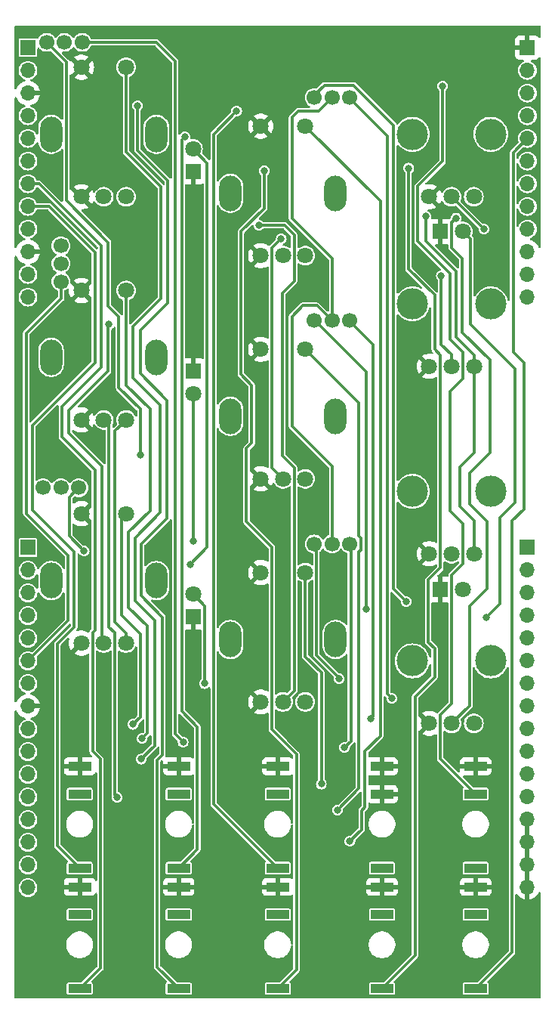
<source format=gbr>
%TF.GenerationSoftware,KiCad,Pcbnew,8.0.3*%
%TF.CreationDate,2024-06-18T15:35:08+01:00*%
%TF.ProjectId,Sinosaur_Controls,53696e6f-7361-4757-925f-436f6e74726f,rev?*%
%TF.SameCoordinates,Original*%
%TF.FileFunction,Copper,L2,Bot*%
%TF.FilePolarity,Positive*%
%FSLAX46Y46*%
G04 Gerber Fmt 4.6, Leading zero omitted, Abs format (unit mm)*
G04 Created by KiCad (PCBNEW 8.0.3) date 2024-06-18 15:35:08*
%MOMM*%
%LPD*%
G01*
G04 APERTURE LIST*
%TA.AperFunction,WasherPad*%
%ADD10O,2.500000X4.000000*%
%TD*%
%TA.AperFunction,ComponentPad*%
%ADD11C,1.800000*%
%TD*%
%TA.AperFunction,WasherPad*%
%ADD12C,3.500000*%
%TD*%
%TA.AperFunction,ComponentPad*%
%ADD13C,1.700000*%
%TD*%
%TA.AperFunction,ComponentPad*%
%ADD14R,1.800000X1.800000*%
%TD*%
%TA.AperFunction,ComponentPad*%
%ADD15R,2.500000X1.000000*%
%TD*%
%TA.AperFunction,ComponentPad*%
%ADD16R,1.700000X1.700000*%
%TD*%
%TA.AperFunction,ComponentPad*%
%ADD17O,1.700000X1.700000*%
%TD*%
%TA.AperFunction,ViaPad*%
%ADD18C,0.800000*%
%TD*%
%TA.AperFunction,Conductor*%
%ADD19C,0.300000*%
%TD*%
G04 APERTURE END LIST*
D10*
%TO.P,Sine_Level3,*%
%TO.N,*%
X124700000Y-119300000D03*
X136500000Y-119300000D03*
D11*
%TO.P,Sine_Level3,1,1*%
%TO.N,+3.3VA*%
X133100000Y-126300000D03*
%TO.P,Sine_Level3,2,2*%
%TO.N,/Sine3_Level*%
X130600000Y-126300000D03*
%TO.P,Sine_Level3,3,3*%
%TO.N,GND*%
X128100000Y-126300000D03*
%TO.P,Sine_Level3,4,1*%
X128100000Y-111800000D03*
%TO.P,Sine_Level3,5,2*%
%TO.N,/Sine3_Lvl_Btn*%
X133100000Y-111800000D03*
%TD*%
D10*
%TO.P,Sine_Level1,*%
%TO.N,*%
X124700000Y-69300000D03*
X136500000Y-69300000D03*
D11*
%TO.P,Sine_Level1,1,1*%
%TO.N,+3.3VA*%
X133100000Y-76300000D03*
%TO.P,Sine_Level1,2,2*%
%TO.N,/Sine1_Level*%
X130600000Y-76300000D03*
%TO.P,Sine_Level1,3,3*%
%TO.N,GND*%
X128100000Y-76300000D03*
%TO.P,Sine_Level1,4,1*%
X128100000Y-61800000D03*
%TO.P,Sine_Level1,5,2*%
%TO.N,/Sine1_Lvl_Btn*%
X133100000Y-61800000D03*
%TD*%
D10*
%TO.P,Sine_Rate2,*%
%TO.N,*%
X104600000Y-87700000D03*
X116400000Y-87700000D03*
D11*
%TO.P,Sine_Rate2,1,1*%
%TO.N,+3.3VA*%
X113000000Y-94700000D03*
%TO.P,Sine_Rate2,2,2*%
%TO.N,/Sine2_Rate*%
X110500000Y-94700000D03*
%TO.P,Sine_Rate2,3,3*%
%TO.N,GND*%
X108000000Y-94700000D03*
%TO.P,Sine_Rate2,4,1*%
X108000000Y-80200000D03*
%TO.P,Sine_Rate2,5,2*%
%TO.N,/Sine2_Rate_Btn*%
X113000000Y-80200000D03*
%TD*%
D10*
%TO.P,Sine_Rate3,*%
%TO.N,*%
X104600000Y-112700000D03*
X116400000Y-112700000D03*
D11*
%TO.P,Sine_Rate3,1,1*%
%TO.N,+3.3VA*%
X113000000Y-119700000D03*
%TO.P,Sine_Rate3,2,2*%
%TO.N,/Sine3_Rate*%
X110500000Y-119700000D03*
%TO.P,Sine_Rate3,3,3*%
%TO.N,GND*%
X108000000Y-119700000D03*
%TO.P,Sine_Rate3,4,1*%
X108000000Y-105200000D03*
%TO.P,Sine_Rate3,5,2*%
%TO.N,/Sine3_Rate_Btn*%
X113000000Y-105200000D03*
%TD*%
D10*
%TO.P,Sine_Level2,*%
%TO.N,*%
X124700000Y-94300000D03*
X136500000Y-94300000D03*
D11*
%TO.P,Sine_Level2,1,1*%
%TO.N,+3.3VA*%
X133100000Y-101300000D03*
%TO.P,Sine_Level2,2,2*%
%TO.N,/Sine2_Level*%
X130600000Y-101300000D03*
%TO.P,Sine_Level2,3,3*%
%TO.N,GND*%
X128100000Y-101300000D03*
%TO.P,Sine_Level2,4,1*%
X128100000Y-86800000D03*
%TO.P,Sine_Level2,5,2*%
%TO.N,/Sine2_Lvl_Btn*%
X133100000Y-86800000D03*
%TD*%
D10*
%TO.P,Sine_Rate1,*%
%TO.N,*%
X104600000Y-62700000D03*
X116400000Y-62700000D03*
D11*
%TO.P,Sine_Rate1,1,1*%
%TO.N,+3.3VA*%
X113000000Y-69700000D03*
%TO.P,Sine_Rate1,2,2*%
%TO.N,/Sine1_Rate*%
X110500000Y-69700000D03*
%TO.P,Sine_Rate1,3,3*%
%TO.N,GND*%
X108000000Y-69700000D03*
%TO.P,Sine_Rate1,4,1*%
X108000000Y-55200000D03*
%TO.P,Sine_Rate1,5,2*%
%TO.N,/Sine1_Rate_Btn*%
X113000000Y-55200000D03*
%TD*%
D12*
%TO.P,Ramp_Rate_Pot1,*%
%TO.N,*%
X145100000Y-62700000D03*
X153900000Y-62700000D03*
D11*
%TO.P,Ramp_Rate_Pot1,1,1*%
%TO.N,+3.3VA*%
X152000000Y-69700000D03*
%TO.P,Ramp_Rate_Pot1,2,2*%
%TO.N,/Ramp_Rate*%
X149500000Y-69700000D03*
%TO.P,Ramp_Rate_Pot1,3,3*%
%TO.N,GND*%
X147000000Y-69700000D03*
%TD*%
D13*
%TO.P,D10,1,K1*%
%TO.N,/Sine3_Ramp_Rate_LED*%
X107700001Y-102300000D03*
%TO.P,D10,2,A*%
%TO.N,+3.3V*%
X105700000Y-102300000D03*
%TO.P,D10,3,K2*%
%TO.N,/Sine3_Swell_Rate_LED*%
X103699999Y-102300000D03*
%TD*%
%TO.P,D8,1,K1*%
%TO.N,/Sine2_Ramp_Rate_LED*%
X105700000Y-79200000D03*
%TO.P,D8,2,A*%
%TO.N,+3.3V*%
X105700000Y-77200000D03*
%TO.P,D8,3,K2*%
%TO.N,/Sine2_Swell_Rate_LED*%
X105700000Y-75200000D03*
%TD*%
D12*
%TO.P,Swell_Rate_Pot1,*%
%TO.N,*%
X145100000Y-102700000D03*
X153900000Y-102700000D03*
D11*
%TO.P,Swell_Rate_Pot1,1,1*%
%TO.N,+3.3VA*%
X152000000Y-109700000D03*
%TO.P,Swell_Rate_Pot1,2,2*%
%TO.N,/Swell_Rate*%
X149500000Y-109700000D03*
%TO.P,Swell_Rate_Pot1,3,3*%
%TO.N,GND*%
X147000000Y-109700000D03*
%TD*%
D14*
%TO.P,D1,1,K*%
%TO.N,GND*%
X120500000Y-66870000D03*
D11*
%TO.P,D1,2,A*%
%TO.N,/Sine1_LED*%
X120500000Y-64330000D03*
%TD*%
D15*
%TO.P,J13,1*%
%TO.N,GND*%
X152200000Y-147020000D03*
%TO.P,J13,2*%
%TO.N,unconnected-(J13-Pad2)*%
X152200000Y-150120000D03*
%TO.P,J13,3*%
%TO.N,/Swell_Out*%
X152200000Y-158420000D03*
%TD*%
D13*
%TO.P,D9,1,K1*%
%TO.N,/Sine2_Ramp_Lvl_LED*%
X134100000Y-83600000D03*
%TO.P,D9,2,A*%
%TO.N,+3.3V*%
X136100000Y-83600000D03*
%TO.P,D9,3,K2*%
%TO.N,/Sine2_Swell_Lvl_LED*%
X138100000Y-83600000D03*
%TD*%
%TO.P,D11,1,K1*%
%TO.N,/Sine3_Ramp_Lvl_LED*%
X134100000Y-108600000D03*
%TO.P,D11,2,A*%
%TO.N,+3.3V*%
X136100000Y-108600000D03*
%TO.P,D11,3,K2*%
%TO.N,/Sine3_Swell_Lvl_LED*%
X138100000Y-108600000D03*
%TD*%
D15*
%TO.P,J10,1*%
%TO.N,GND*%
X107800000Y-133520000D03*
%TO.P,J10,2*%
%TO.N,unconnected-(J10-Pad2)*%
X107800000Y-136620000D03*
%TO.P,J10,3*%
%TO.N,/Sine1_Inv_Out*%
X107800000Y-144920000D03*
%TD*%
%TO.P,J14,1*%
%TO.N,GND*%
X141700000Y-133520000D03*
%TO.P,J14,2*%
X141700000Y-136620000D03*
%TO.P,J14,3*%
%TO.N,/Clock_In*%
X141700000Y-144920000D03*
%TD*%
D14*
%TO.P,D4,1,K*%
%TO.N,GND*%
X148230000Y-113700000D03*
D11*
%TO.P,D4,2,A*%
%TO.N,/Swell_LED*%
X150770000Y-113700000D03*
%TD*%
D13*
%TO.P,D6,1,K1*%
%TO.N,/Sine1_Ramp_Rate_LED*%
X108100001Y-52400000D03*
%TO.P,D6,2,A*%
%TO.N,+3.3V*%
X106100000Y-52400000D03*
%TO.P,D6,3,K2*%
%TO.N,/Sine1_Swell_Rate_LED*%
X104099999Y-52400000D03*
%TD*%
D14*
%TO.P,D3,1,K*%
%TO.N,GND*%
X120500000Y-116770000D03*
D11*
%TO.P,D3,2,A*%
%TO.N,/Sine3_LED*%
X120500000Y-114230000D03*
%TD*%
D15*
%TO.P,J9,1*%
%TO.N,GND*%
X152200000Y-133520000D03*
%TO.P,J9,2*%
%TO.N,/Gate_Normal*%
X152200000Y-136620000D03*
%TO.P,J9,3*%
%TO.N,/Gate_In*%
X152200000Y-144920000D03*
%TD*%
%TO.P,J6,1*%
%TO.N,GND*%
X118900000Y-147020000D03*
%TO.P,J6,2*%
%TO.N,unconnected-(J6-Pad2)*%
X118900000Y-150120000D03*
%TO.P,J6,3*%
%TO.N,/Sine2_Out*%
X118900000Y-158420000D03*
%TD*%
D12*
%TO.P,Ramp_Level_Trm1,*%
%TO.N,*%
X145100000Y-81700000D03*
X153900000Y-81700000D03*
D11*
%TO.P,Ramp_Level_Trm1,1,1*%
%TO.N,+3.3VA*%
X152000000Y-88700000D03*
%TO.P,Ramp_Level_Trm1,2,2*%
%TO.N,/Ramp_Level*%
X149500000Y-88700000D03*
%TO.P,Ramp_Level_Trm1,3,3*%
%TO.N,GND*%
X147000000Y-88700000D03*
%TD*%
D13*
%TO.P,D7,1,K1*%
%TO.N,/Sine1_Ramp_Lvl_LED*%
X134100000Y-58600000D03*
%TO.P,D7,2,A*%
%TO.N,+3.3V*%
X136100000Y-58600000D03*
%TO.P,D7,3,K2*%
%TO.N,/Sine1_Swell_Lvl_LED*%
X138100000Y-58600000D03*
%TD*%
D15*
%TO.P,J5,1*%
%TO.N,GND*%
X107800000Y-147020000D03*
%TO.P,J5,2*%
%TO.N,unconnected-(J5-Pad2)*%
X107800000Y-150120000D03*
%TO.P,J5,3*%
%TO.N,/Sine1_Out*%
X107800000Y-158420000D03*
%TD*%
%TO.P,J7,1*%
%TO.N,GND*%
X130000000Y-147020000D03*
%TO.P,J7,2*%
%TO.N,unconnected-(J7-Pad2)*%
X130000000Y-150120000D03*
%TO.P,J7,3*%
%TO.N,/Sine3_Out*%
X130000000Y-158420000D03*
%TD*%
%TO.P,J8,1*%
%TO.N,GND*%
X141700000Y-147020000D03*
%TO.P,J8,2*%
%TO.N,unconnected-(J8-Pad2)*%
X141700000Y-150120000D03*
%TO.P,J8,3*%
%TO.N,/Ramp_Out*%
X141700000Y-158420000D03*
%TD*%
D14*
%TO.P,D5,1,K*%
%TO.N,GND*%
X148230000Y-73600000D03*
D11*
%TO.P,D5,2,A*%
%TO.N,/Ramp_LED*%
X150770000Y-73600000D03*
%TD*%
D12*
%TO.P,Swell_LeveL_Trm1,*%
%TO.N,*%
X145100000Y-121700000D03*
X153900000Y-121700000D03*
D11*
%TO.P,Swell_LeveL_Trm1,1,1*%
%TO.N,+3.3VA*%
X152000000Y-128700000D03*
%TO.P,Swell_LeveL_Trm1,2,2*%
%TO.N,/Swell_Level*%
X149500000Y-128700000D03*
%TO.P,Swell_LeveL_Trm1,3,3*%
%TO.N,GND*%
X147000000Y-128700000D03*
%TD*%
D14*
%TO.P,D2,1,K*%
%TO.N,GND*%
X120500000Y-89230000D03*
D11*
%TO.P,D2,2,A*%
%TO.N,/Sine2_LED*%
X120500000Y-91770000D03*
%TD*%
D15*
%TO.P,J11,1*%
%TO.N,GND*%
X118900000Y-133520000D03*
%TO.P,J11,2*%
%TO.N,unconnected-(J11-Pad2)*%
X118900000Y-136620000D03*
%TO.P,J11,3*%
%TO.N,/FM2_Out*%
X118900000Y-144920000D03*
%TD*%
%TO.P,J12,1*%
%TO.N,GND*%
X130000000Y-133520000D03*
%TO.P,J12,2*%
%TO.N,unconnected-(J12-Pad2)*%
X130000000Y-136620000D03*
%TO.P,J12,3*%
%TO.N,/FM3_Out*%
X130000000Y-144920000D03*
%TD*%
D16*
%TO.P,J3,1,Pin_1*%
%TO.N,/Sine1_Swell_Rate_LED*%
X158000000Y-109000000D03*
D17*
%TO.P,J3,2,Pin_2*%
%TO.N,/Swell_Rate*%
X158000000Y-111540000D03*
%TO.P,J3,3,Pin_3*%
%TO.N,/Sine3_Ramp_Rate_LED*%
X158000000Y-114080000D03*
%TO.P,J3,4,Pin_4*%
%TO.N,/Sine1_Ramp_Lvl_LED*%
X158000000Y-116620000D03*
%TO.P,J3,5,Pin_5*%
%TO.N,/Sine2_Ramp_Lvl_LED*%
X158000000Y-119160000D03*
%TO.P,J3,6,Pin_6*%
%TO.N,GND*%
X158000000Y-121700000D03*
%TO.P,J3,7,Pin_7*%
%TO.N,/Sine3_Ramp_Lvl_LED*%
X158000000Y-124240000D03*
%TO.P,J3,8,Pin_8*%
%TO.N,/Sine1_Swell_Lvl_LED*%
X158000000Y-126780000D03*
%TO.P,J3,9,Pin_9*%
%TO.N,/Sine2_Swell_Lvl_LED*%
X158000000Y-129320000D03*
%TO.P,J3,10,Pin_10*%
%TO.N,/Sine3_Swell_Lvl_LED*%
X158000000Y-131860000D03*
%TO.P,J3,11,Pin_11*%
%TO.N,/Sine1_Ramp_Rate_LED*%
X158000000Y-134400000D03*
%TO.P,J3,12,Pin_12*%
%TO.N,/Sine2_Rate*%
X158000000Y-136940000D03*
%TO.P,J3,13,Pin_13*%
%TO.N,GND*%
X158000000Y-139480000D03*
%TO.P,J3,14,Pin_14*%
X158000000Y-142020000D03*
%TO.P,J3,15,Pin_15*%
X158000000Y-144560000D03*
%TO.P,J3,16,Pin_16*%
X158000000Y-147100000D03*
%TD*%
D16*
%TO.P,J1,1,Pin_1*%
%TO.N,GND*%
X158000000Y-53000000D03*
D17*
%TO.P,J1,2,Pin_2*%
%TO.N,/FM3_Out*%
X158000000Y-55540000D03*
%TO.P,J1,3,Pin_3*%
%TO.N,/FM2_Out*%
X158000000Y-58080000D03*
%TO.P,J1,4,Pin_4*%
%TO.N,/Ramp_Out*%
X158000000Y-60620000D03*
%TO.P,J1,5,Pin_5*%
%TO.N,/Swell_Out*%
X158000000Y-63160000D03*
%TO.P,J1,6,Pin_6*%
%TO.N,/Sine1_Level*%
X158000000Y-65700000D03*
%TO.P,J1,7,Pin_7*%
%TO.N,/Sine2_Level*%
X158000000Y-68240000D03*
%TO.P,J1,8,Pin_8*%
%TO.N,/Swell_Level*%
X158000000Y-70780000D03*
%TO.P,J1,9,Pin_9*%
%TO.N,/Ramp_Rate*%
X158000000Y-73320000D03*
%TO.P,J1,10,Pin_10*%
%TO.N,GND*%
X158000000Y-75860000D03*
%TO.P,J1,11,Pin_11*%
%TO.N,/Ramp_Level*%
X158000000Y-78400000D03*
%TO.P,J1,12,Pin_12*%
%TO.N,/Sine2_Swell_Rate_LED*%
X158000000Y-80940000D03*
%TD*%
D16*
%TO.P,J4,1,Pin_1*%
%TO.N,/Sine3_Swell_Rate_LED*%
X102000000Y-109000000D03*
D17*
%TO.P,J4,2,Pin_2*%
%TO.N,/Sine2_LED*%
X102000000Y-111540000D03*
%TO.P,J4,3,Pin_3*%
%TO.N,/Sine1_LED*%
X102000000Y-114080000D03*
%TO.P,J4,4,Pin_4*%
%TO.N,/Swell_LED*%
X102000000Y-116620000D03*
%TO.P,J4,5,Pin_5*%
%TO.N,/Ramp_LED*%
X102000000Y-119160000D03*
%TO.P,J4,6,Pin_6*%
%TO.N,/Sine2_Ramp_Rate_LED*%
X102000000Y-121700000D03*
%TO.P,J4,7,Pin_7*%
%TO.N,/Sine3_LED*%
X102000000Y-124240000D03*
%TO.P,J4,8,Pin_8*%
%TO.N,GND*%
X102000000Y-126780000D03*
%TO.P,J4,9,Pin_9*%
%TO.N,/Sine3_Rate_Btn*%
X102000000Y-129320000D03*
%TO.P,J4,10,Pin_10*%
%TO.N,/Sine2_Rate_Btn*%
X102000000Y-131860000D03*
%TO.P,J4,11,Pin_11*%
%TO.N,/Sine1_Rate_Btn*%
X102000000Y-134400000D03*
%TO.P,J4,12,Pin_12*%
%TO.N,/Sine3_Lvl_Btn*%
X102000000Y-136940000D03*
%TO.P,J4,13,Pin_13*%
%TO.N,/Sine2_Lvl_Btn*%
X102000000Y-139480000D03*
%TO.P,J4,14,Pin_14*%
%TO.N,/Sine1_Lvl_Btn*%
X102000000Y-142020000D03*
%TO.P,J4,15,Pin_15*%
%TO.N,/Gate_In*%
X102000000Y-144560000D03*
%TO.P,J4,16,Pin_16*%
%TO.N,/Clock_In*%
X102000000Y-147100000D03*
%TD*%
D16*
%TO.P,J2,1,Pin_1*%
%TO.N,/Gate_Normal*%
X102000000Y-53000000D03*
D17*
%TO.P,J2,2,Pin_2*%
%TO.N,+3.3V*%
X102000000Y-55540000D03*
%TO.P,J2,3,Pin_3*%
%TO.N,GND*%
X102000000Y-58080000D03*
%TO.P,J2,4,Pin_4*%
%TO.N,/Sine2_Out*%
X102000000Y-60620000D03*
%TO.P,J2,5,Pin_5*%
%TO.N,/Sine3_Out*%
X102000000Y-63160000D03*
%TO.P,J2,6,Pin_6*%
%TO.N,/Sine3_Level*%
X102000000Y-65700000D03*
%TO.P,J2,7,Pin_7*%
%TO.N,/Sine1_Out*%
X102000000Y-68240000D03*
%TO.P,J2,8,Pin_8*%
%TO.N,/Sine1_Inv_Out*%
X102000000Y-70780000D03*
%TO.P,J2,9,Pin_9*%
%TO.N,+3.3VA*%
X102000000Y-73320000D03*
%TO.P,J2,10,Pin_10*%
%TO.N,GND*%
X102000000Y-75860000D03*
%TO.P,J2,11,Pin_11*%
%TO.N,/Sine1_Rate*%
X102000000Y-78400000D03*
%TO.P,J2,12,Pin_12*%
%TO.N,/Sine3_Rate*%
X102000000Y-80940000D03*
%TD*%
D18*
%TO.N,/Sine1_LED*%
X120200000Y-110900000D03*
%TO.N,GND*%
X105400000Y-99300000D03*
%TO.N,/Sine2_LED*%
X120500000Y-108300000D03*
%TO.N,+3.3VA*%
X146599998Y-71900000D03*
%TO.N,/Sine3_LED*%
X121799998Y-124240000D03*
%TO.N,/Ramp_LED*%
X153400000Y-116800000D03*
%TO.N,/Sine1_Ramp_Rate_LED*%
X119400000Y-130800000D03*
%TO.N,/Sine1_Swell_Rate_LED*%
X114600000Y-98600000D03*
%TO.N,/Sine1_Swell_Lvl_LED*%
X142800000Y-125900000D03*
%TO.N,/Sine1_Ramp_Lvl_LED*%
X144400000Y-115050000D03*
%TO.N,/Sine2_Ramp_Lvl_LED*%
X139900000Y-115900000D03*
%TO.N,/Sine2_Swell_Lvl_LED*%
X140400000Y-128200000D03*
%TO.N,/Sine3_Ramp_Rate_LED*%
X108300000Y-109400000D03*
%TO.N,/Sine3_Ramp_Lvl_LED*%
X136900000Y-123700002D03*
%TO.N,/Sine3_Swell_Lvl_LED*%
X137500000Y-131400000D03*
%TO.N,/Ramp_Level*%
X148350001Y-78549999D03*
%TO.N,/FM2_Out*%
X119600000Y-63000000D03*
%TO.N,/Ramp_Out*%
X144700000Y-66500000D03*
%TO.N,/Sine2_Level*%
X130400000Y-74400000D03*
%TO.N,/FM3_Out*%
X125400000Y-60100000D03*
%TO.N,/Ramp_Rate*%
X153120000Y-73320000D03*
%TO.N,/Sine3_Rate*%
X111100004Y-84000000D03*
%TO.N,/Sine2_Rate*%
X112000000Y-137000000D03*
%TO.N,/Gate_Normal*%
X148500000Y-57300000D03*
%TO.N,/Sine2_Out*%
X114300002Y-59500002D03*
%TO.N,/Sine3_Level*%
X127899998Y-72900000D03*
%TO.N,/Sine3_Out*%
X128500000Y-66800000D03*
%TO.N,/Swell_Level*%
X150000000Y-72100000D03*
%TO.N,/Sine3_Lvl_Btn*%
X134900000Y-135500000D03*
%TO.N,/Sine2_Lvl_Btn*%
X136700000Y-138400000D03*
%TO.N,/Sine1_Lvl_Btn*%
X138100000Y-141900000D03*
%TO.N,/Sine1_Rate_Btn*%
X114699998Y-132700000D03*
%TO.N,/Sine3_Rate_Btn*%
X113800000Y-128800000D03*
%TO.N,/Sine2_Rate_Btn*%
X114800000Y-130400000D03*
%TD*%
D19*
%TO.N,/Sine2_Lvl_Btn*%
X139100000Y-136000000D02*
X136700000Y-138400000D01*
X139300000Y-107900000D02*
X139300000Y-109300000D01*
X139100000Y-107700000D02*
X139300000Y-107900000D01*
X139100000Y-109500000D02*
X139100000Y-136000000D01*
X139100000Y-92800000D02*
X139100000Y-107700000D01*
X139300000Y-109300000D02*
X139100000Y-109500000D01*
X133100000Y-86800000D02*
X139100000Y-92800000D01*
%TO.N,/Sine3_Out*%
X128500000Y-71000000D02*
X128500000Y-66800000D01*
X125900000Y-73600000D02*
X128500000Y-71000000D01*
X125900000Y-89600000D02*
X125900000Y-73600000D01*
X127100000Y-90800000D02*
X125900000Y-89600000D01*
X127100000Y-97300000D02*
X127100000Y-90800000D01*
X126500000Y-97900000D02*
X127100000Y-97300000D01*
X126500000Y-106100000D02*
X126500000Y-97900000D01*
X129350000Y-108950000D02*
X126500000Y-106100000D01*
X129350000Y-129400000D02*
X129350000Y-108950000D01*
X132100000Y-132150000D02*
X129350000Y-129400000D01*
X132100000Y-156320000D02*
X132100000Y-132150000D01*
X130000000Y-158420000D02*
X132100000Y-156320000D01*
%TO.N,/Swell_Out*%
X156400000Y-64760000D02*
X158000000Y-63160000D01*
X157600000Y-88300000D02*
X156400000Y-87100000D01*
X156400000Y-87100000D02*
X156400000Y-64760000D01*
X156300000Y-106000000D02*
X157600000Y-104700000D01*
X156300000Y-154320000D02*
X156300000Y-106000000D01*
X157600000Y-104700000D02*
X157600000Y-88300000D01*
X152200000Y-158420000D02*
X156300000Y-154320000D01*
%TO.N,/Gate_Normal*%
X148250000Y-132670000D02*
X152200000Y-136620000D01*
X148250000Y-127750000D02*
X148250000Y-132670000D01*
X150750000Y-110850000D02*
X149500000Y-112100000D01*
X150750000Y-106350000D02*
X150750000Y-110850000D01*
X149500000Y-112100000D02*
X149500000Y-126500000D01*
X149300000Y-91500000D02*
X149300000Y-104900000D01*
X149300000Y-104900000D02*
X150750000Y-106350000D01*
X150750000Y-90050000D02*
X149300000Y-91500000D01*
X150750000Y-87150000D02*
X150750000Y-90050000D01*
X149300000Y-85700000D02*
X150750000Y-87150000D01*
X145700000Y-74700000D02*
X149300000Y-78300000D01*
X149300000Y-78300000D02*
X149300000Y-85700000D01*
X149500000Y-126500000D02*
X148250000Y-127750000D01*
X145700000Y-68500000D02*
X145700000Y-74700000D01*
X148500000Y-65700000D02*
X145700000Y-68500000D01*
X148500000Y-57300000D02*
X148500000Y-65700000D01*
%TO.N,/Ramp_Out*%
X144700000Y-77800000D02*
X144700000Y-66500000D01*
X147600000Y-80700000D02*
X144700000Y-77800000D01*
X148250000Y-111275000D02*
X148250000Y-87450000D01*
X148250000Y-87450000D02*
X147600000Y-86800000D01*
X146900000Y-119600000D02*
X146900000Y-112625000D01*
X145400000Y-125700000D02*
X147600000Y-123500000D01*
X145400000Y-154720000D02*
X145400000Y-125700000D01*
X141700000Y-158420000D02*
X145400000Y-154720000D01*
X147600000Y-86800000D02*
X147600000Y-80700000D01*
X147600000Y-123500000D02*
X147600000Y-120300000D01*
X146900000Y-112625000D02*
X148250000Y-111275000D01*
X147600000Y-120300000D02*
X146900000Y-119600000D01*
%TO.N,/Sine1_Lvl_Btn*%
X141500000Y-70200000D02*
X133100000Y-61800000D01*
X141500000Y-130100000D02*
X141500000Y-70200000D01*
X139400000Y-138500000D02*
X139800000Y-138100000D01*
X139800000Y-131800000D02*
X141500000Y-130100000D01*
X139400000Y-140600000D02*
X139400000Y-138500000D01*
X138100000Y-141900000D02*
X139400000Y-140600000D01*
X139800000Y-138100000D02*
X139800000Y-131800000D01*
%TO.N,/FM2_Out*%
X121000000Y-142820000D02*
X118900000Y-144920000D01*
X121000000Y-129100000D02*
X121000000Y-142820000D01*
X119250000Y-127350000D02*
X121000000Y-129100000D01*
X119250000Y-63350000D02*
X119250000Y-127350000D01*
X119600000Y-63000000D02*
X119250000Y-63350000D01*
%TO.N,/Sine3_Lvl_Btn*%
X134900000Y-123000000D02*
X133100000Y-121200000D01*
X134900000Y-135500000D02*
X134900000Y-123000000D01*
X133100000Y-121200000D02*
X133100000Y-111800000D01*
%TO.N,/Sine3_Ramp_Lvl_LED*%
X134350000Y-108850000D02*
X134100000Y-108600000D01*
X134350000Y-121050000D02*
X134350000Y-108850000D01*
X136900000Y-123600000D02*
X134350000Y-121050000D01*
X136900000Y-123700002D02*
X136900000Y-123600000D01*
%TO.N,/Sine1_Inv_Out*%
X105300000Y-142420000D02*
X107800000Y-144920000D01*
X107200000Y-117900000D02*
X105300000Y-119800000D01*
X105300000Y-119800000D02*
X105300000Y-142420000D01*
X102500000Y-104800000D02*
X107200000Y-109500000D01*
X102500000Y-95300000D02*
X102500000Y-104800000D01*
X107200000Y-109500000D02*
X107200000Y-117900000D01*
X109500000Y-88300000D02*
X102500000Y-95300000D01*
X109500000Y-75900000D02*
X109500000Y-88300000D01*
X104380000Y-70780000D02*
X109500000Y-75900000D01*
X102000000Y-70780000D02*
X104380000Y-70780000D01*
%TO.N,/Sine2_Ramp_Rate_LED*%
X101800000Y-105200000D02*
X106500000Y-109900000D01*
X106500000Y-109900000D02*
X106500000Y-117200000D01*
X101800000Y-85000000D02*
X101800000Y-105200000D01*
X105700000Y-81100000D02*
X101800000Y-85000000D01*
X106500000Y-117200000D02*
X102000000Y-121700000D01*
X105700000Y-79200000D02*
X105700000Y-81100000D01*
%TO.N,/Sine3_Ramp_Rate_LED*%
X106615685Y-107715685D02*
X108300000Y-109400000D01*
X106615685Y-103384316D02*
X106615685Y-107715685D01*
X107700001Y-102300000D02*
X106615685Y-103384316D01*
%TO.N,/Sine2_Out*%
X114300002Y-64500002D02*
X114300002Y-59500002D01*
X117700000Y-67900000D02*
X114300002Y-64500002D01*
X117700000Y-81600000D02*
X117700000Y-67900000D01*
X114600000Y-84700000D02*
X117700000Y-81600000D01*
X114600000Y-89500000D02*
X114600000Y-84700000D01*
X117600000Y-92500000D02*
X114600000Y-89500000D01*
X117600000Y-105700000D02*
X117600000Y-92500000D01*
X114700000Y-114400000D02*
X114700000Y-108600000D01*
X117100000Y-116800000D02*
X114700000Y-114400000D01*
X114700000Y-108600000D02*
X117600000Y-105700000D01*
X117100000Y-132200000D02*
X117100000Y-116800000D01*
X116500000Y-156020000D02*
X116500000Y-132800000D01*
X116500000Y-132800000D02*
X117100000Y-132200000D01*
X118900000Y-158420000D02*
X116500000Y-156020000D01*
%TO.N,/Sine1_Rate_Btn*%
X113000000Y-64700000D02*
X113000000Y-55200000D01*
X116900000Y-68600000D02*
X113000000Y-64700000D01*
X116900000Y-81100000D02*
X116900000Y-68600000D01*
X116800000Y-93000000D02*
X113800000Y-90000000D01*
X116800000Y-105100000D02*
X116800000Y-93000000D01*
X114000000Y-115000000D02*
X114000000Y-107900000D01*
X114000000Y-107900000D02*
X116800000Y-105100000D01*
X113800000Y-84200000D02*
X116900000Y-81100000D01*
X116200000Y-117200000D02*
X114000000Y-115000000D01*
X113800000Y-90000000D02*
X113800000Y-84200000D01*
X114699998Y-132700000D02*
X116200000Y-131199998D01*
X116200000Y-131199998D02*
X116200000Y-117200000D01*
%TO.N,/Sine2_Rate_Btn*%
X113000000Y-90800000D02*
X113000000Y-80200000D01*
X115700000Y-93500000D02*
X113000000Y-90800000D01*
X113300000Y-107300000D02*
X115700000Y-104900000D01*
X115700000Y-104900000D02*
X115700000Y-93500000D01*
X115400000Y-129800000D02*
X115400000Y-117800000D01*
X115400000Y-117800000D02*
X113300000Y-115700000D01*
X113300000Y-115700000D02*
X113300000Y-107300000D01*
X114800000Y-130400000D02*
X115400000Y-129800000D01*
%TO.N,/Sine1_Ramp_Rate_LED*%
X116400000Y-52400000D02*
X108100001Y-52400000D01*
X118500000Y-54500000D02*
X116400000Y-52400000D01*
X118500000Y-129900000D02*
X118500000Y-54500000D01*
X119400000Y-130800000D02*
X118500000Y-129900000D01*
%TO.N,/FM3_Out*%
X122800000Y-62700000D02*
X125400000Y-60100000D01*
X122800000Y-137720000D02*
X122800000Y-62700000D01*
X130000000Y-144920000D02*
X122800000Y-137720000D01*
%TO.N,/Sine1_LED*%
X122100000Y-109000000D02*
X120200000Y-110900000D01*
X122100000Y-65930000D02*
X122100000Y-109000000D01*
X120500000Y-64330000D02*
X122100000Y-65930000D01*
%TO.N,/Sine3_Swell_Lvl_LED*%
X138200000Y-130700000D02*
X137500000Y-131400000D01*
X138200000Y-108790000D02*
X138200000Y-130700000D01*
X138010000Y-108600000D02*
X138200000Y-108790000D01*
%TO.N,/Sine3_LED*%
X121799998Y-115529998D02*
X121799998Y-124240000D01*
X120500000Y-114230000D02*
X121799998Y-115529998D01*
%TO.N,/Sine3_Rate_Btn*%
X112500000Y-116600000D02*
X112500000Y-105700000D01*
X114600000Y-118700000D02*
X112500000Y-116600000D01*
X114600000Y-128000000D02*
X114600000Y-118700000D01*
X113800000Y-128800000D02*
X114600000Y-128000000D01*
X112500000Y-105700000D02*
X113000000Y-105200000D01*
%TO.N,+3.3VA*%
X111750000Y-95950000D02*
X113000000Y-94700000D01*
X111750000Y-117350000D02*
X111750000Y-95950000D01*
X113000000Y-119700000D02*
X113000000Y-118600000D01*
X113000000Y-118600000D02*
X111750000Y-117350000D01*
%TO.N,/Sine1_Out*%
X110100000Y-156120000D02*
X107800000Y-158420000D01*
X110100000Y-132700000D02*
X110100000Y-156120000D01*
X109250000Y-131850000D02*
X110100000Y-132700000D01*
X109250000Y-118500000D02*
X109250000Y-131850000D01*
X109500000Y-118250000D02*
X109250000Y-118500000D01*
X110200000Y-88800000D02*
X105800000Y-93200000D01*
X110200000Y-75200000D02*
X110200000Y-88800000D01*
X109500000Y-100300000D02*
X109500000Y-118250000D01*
X105800000Y-93200000D02*
X105800000Y-96600000D01*
X105800000Y-96600000D02*
X109500000Y-100300000D01*
X103240000Y-68240000D02*
X110200000Y-75200000D01*
X102000000Y-68240000D02*
X103240000Y-68240000D01*
%TO.N,/Sine1_Swell_Rate_LED*%
X114600000Y-93500000D02*
X114600000Y-98600000D01*
X112200000Y-91100000D02*
X114600000Y-93500000D01*
X111000000Y-74800000D02*
X111000000Y-81968629D01*
X106300000Y-70100000D02*
X111000000Y-74800000D01*
X112200000Y-83168629D02*
X112200000Y-91100000D01*
X106300000Y-54600001D02*
X106300000Y-70100000D01*
X104099999Y-52400000D02*
X106300000Y-54600001D01*
X111000000Y-81968629D02*
X112200000Y-83168629D01*
%TO.N,/Sine2_LED*%
X120500000Y-91770000D02*
X120500000Y-108300000D01*
%TO.N,+3.3VA*%
X150000000Y-85427208D02*
X150000000Y-78050000D01*
X150000000Y-78050000D02*
X146599998Y-74649998D01*
X152000000Y-109700000D02*
X152000000Y-106000000D01*
X146599998Y-74649998D02*
X146599998Y-71900000D01*
X152000000Y-87427208D02*
X150000000Y-85427208D01*
X152000000Y-98400000D02*
X152000000Y-88700000D01*
X150400000Y-100000000D02*
X152000000Y-98400000D01*
X150400000Y-104400000D02*
X150400000Y-100000000D01*
X152000000Y-106000000D02*
X150400000Y-104400000D01*
X152000000Y-88700000D02*
X152000000Y-87427208D01*
%TO.N,+3.3V*%
X136100000Y-76600000D02*
X131600000Y-72100000D01*
X131600000Y-72100000D02*
X131600000Y-60800000D01*
X131600000Y-83100000D02*
X132800001Y-81899999D01*
X132800001Y-81899999D02*
X134399999Y-81899999D01*
X136100000Y-108600000D02*
X136100000Y-99900000D01*
X131600000Y-60800000D02*
X132300000Y-60100000D01*
X136100000Y-83600000D02*
X136100000Y-76600000D01*
X134600000Y-60100000D02*
X136100000Y-58600000D01*
X136100000Y-99900000D02*
X131600000Y-95400000D01*
X131600000Y-95400000D02*
X131600000Y-83100000D01*
X134399999Y-81899999D02*
X136100000Y-83600000D01*
X132300000Y-60100000D02*
X134600000Y-60100000D01*
%TO.N,/Ramp_LED*%
X151600000Y-84000000D02*
X151600000Y-74430000D01*
X156600000Y-103992894D02*
X156600000Y-89000000D01*
X153400000Y-116800000D02*
X154900000Y-115300000D01*
X156600000Y-89000000D02*
X151600000Y-84000000D01*
X154900000Y-105692894D02*
X156600000Y-103992894D01*
X154900000Y-115300000D02*
X154900000Y-105692894D01*
X151600000Y-74430000D02*
X150770000Y-73600000D01*
%TO.N,/Sine1_Swell_Lvl_LED*%
X142300000Y-125400000D02*
X142800000Y-125900000D01*
X142300000Y-62890000D02*
X142300000Y-125400000D01*
X138010000Y-58600000D02*
X142300000Y-62890000D01*
%TO.N,/Sine1_Ramp_Lvl_LED*%
X134200000Y-58600000D02*
X134200000Y-58235000D01*
X143000000Y-113650000D02*
X144400000Y-115050000D01*
X134200000Y-58235000D02*
X135235000Y-57200000D01*
X143000000Y-61700000D02*
X143000000Y-113650000D01*
X138500000Y-57200000D02*
X143000000Y-61700000D01*
X135235000Y-57200000D02*
X138500000Y-57200000D01*
%TO.N,/Sine2_Ramp_Lvl_LED*%
X134200000Y-83600000D02*
X139900000Y-89300000D01*
X139900000Y-89300000D02*
X139900000Y-115900000D01*
%TO.N,/Sine2_Swell_Lvl_LED*%
X140400000Y-128200000D02*
X140700000Y-127900000D01*
X140700000Y-86290000D02*
X138010000Y-83600000D01*
X140700000Y-127900000D02*
X140700000Y-86290000D01*
%TO.N,/Ramp_Level*%
X149500000Y-87400000D02*
X148350001Y-86250001D01*
X149500000Y-88700000D02*
X149500000Y-87400000D01*
X148350001Y-86250001D02*
X148350001Y-78549999D01*
%TO.N,/Sine2_Level*%
X129350000Y-100050000D02*
X129350000Y-75450000D01*
X130600000Y-101300000D02*
X129350000Y-100050000D01*
X129350000Y-75450000D02*
X130400000Y-74400000D01*
%TO.N,/Ramp_Rate*%
X153120000Y-73320000D02*
X149500000Y-69700000D01*
%TO.N,/Sine3_Rate*%
X110500000Y-119700000D02*
X110300000Y-119500000D01*
X110300000Y-99900000D02*
X106600000Y-96200000D01*
X106600000Y-96200000D02*
X106600000Y-93600000D01*
X110300000Y-119500000D02*
X110300000Y-99900000D01*
X111000000Y-89200000D02*
X111000000Y-84100004D01*
X106600000Y-93600000D02*
X111000000Y-89200000D01*
X111000000Y-84100004D02*
X111100004Y-84000000D01*
%TO.N,/Sine2_Rate*%
X111100000Y-95300000D02*
X111100000Y-117900000D01*
X110500000Y-94700000D02*
X111100000Y-95300000D01*
X111100000Y-117900000D02*
X111750000Y-118550000D01*
X111750000Y-136750000D02*
X112000000Y-137000000D01*
X111750000Y-118550000D02*
X111750000Y-136750000D01*
%TO.N,/Sine3_Level*%
X130600000Y-126300000D02*
X131850000Y-125050000D01*
X130800000Y-72900000D02*
X127899998Y-72900000D01*
X131850000Y-79150000D02*
X131850000Y-73950000D01*
X131850000Y-73950000D02*
X130800000Y-72900000D01*
X131850000Y-125050000D02*
X131850000Y-100050000D01*
X130500000Y-98700000D02*
X130500000Y-80500000D01*
X131850000Y-100050000D02*
X130500000Y-98700000D01*
X130500000Y-80500000D02*
X131850000Y-79150000D01*
%TO.N,/Swell_Level*%
X153500000Y-113600000D02*
X153500000Y-106100000D01*
X153500000Y-106100000D02*
X151500000Y-104100000D01*
X149500000Y-128700000D02*
X151500000Y-126700000D01*
X151500000Y-115600000D02*
X153500000Y-113600000D01*
X153800000Y-98400000D02*
X153800000Y-88000000D01*
X151500000Y-100700000D02*
X153800000Y-98400000D01*
X151500000Y-104100000D02*
X151500000Y-100700000D01*
X150700000Y-76600000D02*
X149515000Y-75415000D01*
X151500000Y-126700000D02*
X151500000Y-115600000D01*
X150700000Y-84900000D02*
X150700000Y-76600000D01*
X149515000Y-72585000D02*
X150000000Y-72100000D01*
X153800000Y-88000000D02*
X150700000Y-84900000D01*
X149515000Y-75415000D02*
X149515000Y-72585000D01*
%TD*%
%TA.AperFunction,Conductor*%
%TO.N,GND*%
G36*
X109112595Y-105953384D02*
G01*
X109146620Y-106015697D01*
X109149500Y-106042480D01*
X109149500Y-109329593D01*
X109129498Y-109397714D01*
X109124808Y-109401777D01*
X109147995Y-109450991D01*
X109149500Y-109470406D01*
X109149500Y-118052627D01*
X109129498Y-118120748D01*
X109112595Y-118141722D01*
X108969536Y-118284780D01*
X108969531Y-118284787D01*
X108969530Y-118284788D01*
X108940663Y-118334788D01*
X108940662Y-118334787D01*
X108923388Y-118364706D01*
X108923384Y-118364717D01*
X108909924Y-118414949D01*
X108872972Y-118475571D01*
X108809111Y-118506592D01*
X108738616Y-118498162D01*
X108728249Y-118493150D01*
X108567525Y-118406172D01*
X108567522Y-118406170D01*
X108346832Y-118330407D01*
X108346823Y-118330405D01*
X108116666Y-118292000D01*
X107883334Y-118292000D01*
X107653176Y-118330405D01*
X107653163Y-118330408D01*
X107577611Y-118356345D01*
X107506686Y-118359545D01*
X107445291Y-118323892D01*
X107412917Y-118260706D01*
X107419844Y-118190048D01*
X107447604Y-118148077D01*
X107480470Y-118115212D01*
X107503542Y-118075250D01*
X107526612Y-118035292D01*
X107526612Y-118035291D01*
X107526614Y-118035288D01*
X107550500Y-117946144D01*
X107550500Y-117853856D01*
X107550500Y-109780846D01*
X107570502Y-109712725D01*
X107624158Y-109666232D01*
X107694432Y-109656128D01*
X107759012Y-109685622D01*
X107776459Y-109704137D01*
X107871718Y-109828282D01*
X107997159Y-109924536D01*
X108143238Y-109985044D01*
X108300000Y-110005682D01*
X108456762Y-109985044D01*
X108602841Y-109924536D01*
X108728282Y-109828282D01*
X108824536Y-109702841D01*
X108885044Y-109556762D01*
X108898578Y-109453959D01*
X108923504Y-109397612D01*
X108902604Y-109365091D01*
X108898578Y-109346039D01*
X108885044Y-109243239D01*
X108881249Y-109234075D01*
X108824536Y-109097159D01*
X108728282Y-108971718D01*
X108602841Y-108875464D01*
X108590131Y-108870199D01*
X108456760Y-108814955D01*
X108300001Y-108794318D01*
X108299997Y-108794318D01*
X108264398Y-108799004D01*
X108194249Y-108788064D01*
X108158859Y-108763177D01*
X107003090Y-107607408D01*
X106969064Y-107545096D01*
X106966185Y-107518313D01*
X106966185Y-106437307D01*
X106986187Y-106369186D01*
X107039843Y-106322693D01*
X107110117Y-106312589D01*
X107169577Y-106337876D01*
X107227254Y-106382768D01*
X107432474Y-106493827D01*
X107432477Y-106493829D01*
X107653167Y-106569592D01*
X107653176Y-106569594D01*
X107883334Y-106608000D01*
X108116666Y-106608000D01*
X108346823Y-106569594D01*
X108346832Y-106569592D01*
X108567522Y-106493829D01*
X108567525Y-106493827D01*
X108772741Y-106382771D01*
X108772750Y-106382765D01*
X108801318Y-106360529D01*
X108801319Y-106360528D01*
X108124948Y-105684157D01*
X108192993Y-105665925D01*
X108307007Y-105600099D01*
X108400099Y-105507007D01*
X108465925Y-105392993D01*
X108484158Y-105324947D01*
X109112595Y-105953384D01*
G37*
%TD.AperFunction*%
%TA.AperFunction,Conductor*%
G36*
X105367532Y-93032316D02*
G01*
X105424368Y-93074863D01*
X105449179Y-93141383D01*
X105449500Y-93150372D01*
X105449500Y-93153856D01*
X105449500Y-96646144D01*
X105470564Y-96724759D01*
X105473387Y-96735292D01*
X105519527Y-96815208D01*
X105519535Y-96815218D01*
X109112595Y-100408277D01*
X109146621Y-100470589D01*
X109149500Y-100497372D01*
X109149500Y-104357519D01*
X109129498Y-104425640D01*
X109112595Y-104446614D01*
X108484157Y-105075051D01*
X108465925Y-105007007D01*
X108400099Y-104892993D01*
X108307007Y-104799901D01*
X108192993Y-104734075D01*
X108124947Y-104715841D01*
X108801319Y-104039470D01*
X108772740Y-104017227D01*
X108567525Y-103906172D01*
X108567522Y-103906170D01*
X108346832Y-103830407D01*
X108346823Y-103830405D01*
X108116666Y-103792000D01*
X107883334Y-103792000D01*
X107653176Y-103830405D01*
X107653167Y-103830407D01*
X107432477Y-103906170D01*
X107432474Y-103906172D01*
X107227254Y-104017231D01*
X107169576Y-104062124D01*
X107103533Y-104088180D01*
X107033888Y-104074394D01*
X106982751Y-104025144D01*
X106966185Y-103962692D01*
X106966185Y-103581687D01*
X106986187Y-103513566D01*
X107003084Y-103492597D01*
X107184645Y-103311036D01*
X107246953Y-103277014D01*
X107310311Y-103279558D01*
X107494067Y-103335300D01*
X107494071Y-103335300D01*
X107494073Y-103335301D01*
X107699998Y-103355583D01*
X107700001Y-103355583D01*
X107700004Y-103355583D01*
X107905928Y-103335301D01*
X107905929Y-103335300D01*
X107905935Y-103335300D01*
X108103955Y-103275232D01*
X108286451Y-103177685D01*
X108446411Y-103046410D01*
X108577686Y-102886450D01*
X108675233Y-102703954D01*
X108735301Y-102505934D01*
X108737583Y-102482772D01*
X108755584Y-102300003D01*
X108755584Y-102299996D01*
X108735302Y-102094072D01*
X108735301Y-102094070D01*
X108735301Y-102094066D01*
X108675233Y-101896046D01*
X108577686Y-101713550D01*
X108446411Y-101553590D01*
X108286451Y-101422315D01*
X108286449Y-101422314D01*
X108286448Y-101422313D01*
X108103955Y-101324768D01*
X108022305Y-101300000D01*
X107905935Y-101264700D01*
X107905934Y-101264699D01*
X107905928Y-101264698D01*
X107700004Y-101244417D01*
X107699998Y-101244417D01*
X107494073Y-101264698D01*
X107296046Y-101324768D01*
X107113553Y-101422313D01*
X106953591Y-101553590D01*
X106822313Y-101713553D01*
X106822312Y-101713556D01*
X106811120Y-101734494D01*
X106761367Y-101785141D01*
X106692130Y-101800849D01*
X106625392Y-101776631D01*
X106588878Y-101734491D01*
X106577686Y-101713552D01*
X106577685Y-101713550D01*
X106446410Y-101553590D01*
X106286450Y-101422315D01*
X106286448Y-101422314D01*
X106286447Y-101422313D01*
X106103954Y-101324768D01*
X106022304Y-101300000D01*
X105905934Y-101264700D01*
X105905933Y-101264699D01*
X105905927Y-101264698D01*
X105700003Y-101244417D01*
X105699997Y-101244417D01*
X105494072Y-101264698D01*
X105296045Y-101324768D01*
X105113552Y-101422313D01*
X104953590Y-101553590D01*
X104822312Y-101713553D01*
X104822311Y-101713556D01*
X104811119Y-101734494D01*
X104761366Y-101785141D01*
X104692129Y-101800849D01*
X104625391Y-101776631D01*
X104588877Y-101734491D01*
X104577685Y-101713552D01*
X104577684Y-101713550D01*
X104446409Y-101553590D01*
X104286449Y-101422315D01*
X104286447Y-101422314D01*
X104286446Y-101422313D01*
X104103953Y-101324768D01*
X104022303Y-101300000D01*
X103905933Y-101264700D01*
X103905932Y-101264699D01*
X103905926Y-101264698D01*
X103700002Y-101244417D01*
X103699996Y-101244417D01*
X103494071Y-101264698D01*
X103296044Y-101324768D01*
X103113551Y-101422313D01*
X103056433Y-101469189D01*
X102991085Y-101496942D01*
X102921107Y-101484960D01*
X102868716Y-101437047D01*
X102850500Y-101371789D01*
X102850500Y-95497372D01*
X102870502Y-95429251D01*
X102887405Y-95408277D01*
X105234405Y-93061277D01*
X105296717Y-93027251D01*
X105367532Y-93032316D01*
G37*
%TD.AperFunction*%
%TA.AperFunction,Conductor*%
G36*
X109159200Y-95499991D02*
G01*
X109159202Y-95499991D01*
X109242542Y-95372430D01*
X109304345Y-95231534D01*
X109350026Y-95177185D01*
X109417839Y-95156161D01*
X109486252Y-95175137D01*
X109532523Y-95225984D01*
X109560325Y-95281818D01*
X109560328Y-95281823D01*
X109683234Y-95444578D01*
X109833959Y-95581981D01*
X109833960Y-95581982D01*
X110007351Y-95689341D01*
X110007354Y-95689342D01*
X110007363Y-95689348D01*
X110197544Y-95763024D01*
X110398024Y-95800500D01*
X110398026Y-95800500D01*
X110601981Y-95800500D01*
X110607776Y-95799963D01*
X110607925Y-95801576D01*
X110670958Y-95807937D01*
X110726528Y-95852124D01*
X110749388Y-95919339D01*
X110749500Y-95924658D01*
X110749500Y-99549627D01*
X110729498Y-99617748D01*
X110675842Y-99664241D01*
X110605568Y-99674345D01*
X110540988Y-99644851D01*
X110534405Y-99638722D01*
X106987405Y-96091722D01*
X106953379Y-96029410D01*
X106950500Y-96002627D01*
X106950500Y-95925099D01*
X106970502Y-95856978D01*
X107024158Y-95810485D01*
X107094432Y-95800381D01*
X107153891Y-95825668D01*
X107227250Y-95882766D01*
X107432474Y-95993827D01*
X107432477Y-95993829D01*
X107653167Y-96069592D01*
X107653176Y-96069594D01*
X107883334Y-96108000D01*
X108116666Y-96108000D01*
X108346823Y-96069594D01*
X108346832Y-96069592D01*
X108567522Y-95993829D01*
X108567525Y-95993827D01*
X108772741Y-95882771D01*
X108772750Y-95882765D01*
X108801318Y-95860529D01*
X108801319Y-95860528D01*
X108124948Y-95184157D01*
X108192993Y-95165925D01*
X108307007Y-95100099D01*
X108400099Y-95007007D01*
X108465925Y-94892993D01*
X108484157Y-94824948D01*
X109159200Y-95499991D01*
G37*
%TD.AperFunction*%
%TA.AperFunction,Conductor*%
G36*
X111813649Y-84292822D02*
G01*
X111846930Y-84355534D01*
X111849500Y-84380851D01*
X111849500Y-91146144D01*
X111860762Y-91188175D01*
X111869163Y-91219528D01*
X111873387Y-91235291D01*
X111919527Y-91315208D01*
X111919535Y-91315218D01*
X114212595Y-93608277D01*
X114246620Y-93670589D01*
X114249500Y-93697372D01*
X114249500Y-94204677D01*
X114229498Y-94272798D01*
X114175842Y-94319291D01*
X114105568Y-94329395D01*
X114040988Y-94299901D01*
X114010709Y-94260840D01*
X113993400Y-94226079D01*
X113939673Y-94118179D01*
X113871248Y-94027569D01*
X113816765Y-93955421D01*
X113666040Y-93818018D01*
X113666039Y-93818017D01*
X113492648Y-93710658D01*
X113492641Y-93710654D01*
X113492637Y-93710652D01*
X113376133Y-93665518D01*
X113302457Y-93636976D01*
X113235629Y-93624484D01*
X113101976Y-93599500D01*
X112898024Y-93599500D01*
X112797784Y-93618238D01*
X112697542Y-93636976D01*
X112550190Y-93694060D01*
X112507363Y-93710652D01*
X112507362Y-93710652D01*
X112507361Y-93710653D01*
X112507351Y-93710658D01*
X112333960Y-93818017D01*
X112333959Y-93818018D01*
X112183234Y-93955421D01*
X112060329Y-94118175D01*
X111969416Y-94300754D01*
X111913603Y-94496915D01*
X111894785Y-94700000D01*
X111913603Y-94903084D01*
X111969417Y-95099247D01*
X111969420Y-95099255D01*
X111974102Y-95108659D01*
X111986558Y-95178554D01*
X111959248Y-95244088D01*
X111950405Y-95253911D01*
X111665596Y-95538721D01*
X111603283Y-95572746D01*
X111532468Y-95567682D01*
X111475632Y-95525135D01*
X111450821Y-95458615D01*
X111450500Y-95449626D01*
X111450500Y-95289712D01*
X111463709Y-95233549D01*
X111530582Y-95099250D01*
X111586397Y-94903083D01*
X111605215Y-94700000D01*
X111586397Y-94496917D01*
X111530582Y-94300750D01*
X111439673Y-94118179D01*
X111371248Y-94027569D01*
X111316765Y-93955421D01*
X111166040Y-93818018D01*
X111166039Y-93818017D01*
X110992648Y-93710658D01*
X110992641Y-93710654D01*
X110992637Y-93710652D01*
X110876133Y-93665518D01*
X110802457Y-93636976D01*
X110735629Y-93624484D01*
X110601976Y-93599500D01*
X110398024Y-93599500D01*
X110297784Y-93618238D01*
X110197542Y-93636976D01*
X110050190Y-93694060D01*
X110007363Y-93710652D01*
X110007362Y-93710652D01*
X110007361Y-93710653D01*
X110007351Y-93710658D01*
X109833960Y-93818017D01*
X109833959Y-93818018D01*
X109683234Y-93955421D01*
X109560328Y-94118176D01*
X109560327Y-94118177D01*
X109532523Y-94174016D01*
X109484253Y-94226079D01*
X109415499Y-94243781D01*
X109348089Y-94221501D01*
X109304345Y-94168465D01*
X109242542Y-94027569D01*
X109159201Y-93900007D01*
X108484157Y-94575051D01*
X108465925Y-94507007D01*
X108400099Y-94392993D01*
X108307007Y-94299901D01*
X108192993Y-94234075D01*
X108124947Y-94215841D01*
X108801319Y-93539470D01*
X108772740Y-93517227D01*
X108567525Y-93406172D01*
X108567522Y-93406170D01*
X108346832Y-93330407D01*
X108346823Y-93330405D01*
X108116666Y-93292000D01*
X107883334Y-93292000D01*
X107695558Y-93323333D01*
X107625074Y-93314815D01*
X107570384Y-93269543D01*
X107548852Y-93201891D01*
X107567314Y-93133337D01*
X107585721Y-93109960D01*
X111280470Y-89415212D01*
X111313501Y-89358000D01*
X111326612Y-89335292D01*
X111326612Y-89335291D01*
X111326614Y-89335288D01*
X111340145Y-89284788D01*
X111350500Y-89246144D01*
X111350500Y-84626838D01*
X111370502Y-84558717D01*
X111399796Y-84526875D01*
X111402843Y-84524536D01*
X111402845Y-84524536D01*
X111528286Y-84428282D01*
X111623538Y-84304145D01*
X111680875Y-84262280D01*
X111751746Y-84258058D01*
X111813649Y-84292822D01*
G37*
%TD.AperFunction*%
%TA.AperFunction,Conductor*%
G36*
X106525234Y-79977007D02*
G01*
X106577626Y-80024920D01*
X106595797Y-80093552D01*
X106595412Y-80100583D01*
X106587174Y-80199999D01*
X106606444Y-80432549D01*
X106663724Y-80658743D01*
X106663726Y-80658747D01*
X106757455Y-80872427D01*
X106840796Y-80999990D01*
X107515841Y-80324946D01*
X107534075Y-80392993D01*
X107599901Y-80507007D01*
X107692993Y-80600099D01*
X107807007Y-80665925D01*
X107875051Y-80684157D01*
X107198680Y-81360528D01*
X107198680Y-81360529D01*
X107227251Y-81382767D01*
X107227259Y-81382772D01*
X107432474Y-81493827D01*
X107432477Y-81493829D01*
X107653167Y-81569592D01*
X107653176Y-81569594D01*
X107883334Y-81608000D01*
X108116666Y-81608000D01*
X108346823Y-81569594D01*
X108346832Y-81569592D01*
X108567522Y-81493829D01*
X108567525Y-81493827D01*
X108772741Y-81382771D01*
X108772750Y-81382765D01*
X108801318Y-81360529D01*
X108801319Y-81360528D01*
X108124948Y-80684157D01*
X108192993Y-80665925D01*
X108307007Y-80600099D01*
X108400099Y-80507007D01*
X108465925Y-80392993D01*
X108484158Y-80324947D01*
X109112595Y-80953384D01*
X109146620Y-81015697D01*
X109149500Y-81042480D01*
X109149500Y-88102627D01*
X109129498Y-88170748D01*
X109112595Y-88191722D01*
X102365595Y-94938722D01*
X102303283Y-94972748D01*
X102232468Y-94967683D01*
X102175632Y-94925136D01*
X102150821Y-94858616D01*
X102150500Y-94849627D01*
X102150500Y-86835843D01*
X103149500Y-86835843D01*
X103149500Y-88564157D01*
X103185216Y-88789660D01*
X103255769Y-89006799D01*
X103352871Y-89197372D01*
X103359423Y-89210231D01*
X103493622Y-89394939D01*
X103655060Y-89556377D01*
X103696379Y-89586397D01*
X103839772Y-89690579D01*
X104043201Y-89794231D01*
X104260340Y-89864784D01*
X104485843Y-89900500D01*
X104485846Y-89900500D01*
X104714154Y-89900500D01*
X104714157Y-89900500D01*
X104939660Y-89864784D01*
X105156799Y-89794231D01*
X105360228Y-89690579D01*
X105544937Y-89556379D01*
X105706379Y-89394937D01*
X105840579Y-89210228D01*
X105944231Y-89006799D01*
X106014784Y-88789660D01*
X106050500Y-88564157D01*
X106050500Y-86835843D01*
X106014784Y-86610340D01*
X105944231Y-86393201D01*
X105840579Y-86189772D01*
X105740938Y-86052629D01*
X105706377Y-86005060D01*
X105544939Y-85843622D01*
X105360231Y-85709423D01*
X105360230Y-85709422D01*
X105360228Y-85709421D01*
X105156799Y-85605769D01*
X104939660Y-85535216D01*
X104714157Y-85499500D01*
X104485843Y-85499500D01*
X104260340Y-85535216D01*
X104260337Y-85535216D01*
X104260336Y-85535217D01*
X104043201Y-85605769D01*
X104043199Y-85605770D01*
X103839768Y-85709423D01*
X103655060Y-85843622D01*
X103493622Y-86005060D01*
X103359423Y-86189768D01*
X103359421Y-86189772D01*
X103255769Y-86393201D01*
X103185216Y-86610340D01*
X103149500Y-86835843D01*
X102150500Y-86835843D01*
X102150500Y-85197372D01*
X102170502Y-85129251D01*
X102187405Y-85108277D01*
X105980464Y-81315218D01*
X105980470Y-81315212D01*
X106026614Y-81235288D01*
X106030717Y-81219975D01*
X106038924Y-81189348D01*
X106039898Y-81185708D01*
X106050500Y-81146144D01*
X106050500Y-80279325D01*
X106070502Y-80211204D01*
X106117104Y-80168203D01*
X106180767Y-80134174D01*
X106286450Y-80077685D01*
X106389911Y-79992777D01*
X106455256Y-79965025D01*
X106525234Y-79977007D01*
G37*
%TD.AperFunction*%
%TA.AperFunction,Conductor*%
G36*
X120754000Y-68278000D02*
G01*
X121448585Y-68278000D01*
X121448597Y-68277999D01*
X121509096Y-68271494D01*
X121579467Y-68245247D01*
X121650283Y-68240181D01*
X121712595Y-68274206D01*
X121746620Y-68336518D01*
X121749500Y-68363302D01*
X121749500Y-87736697D01*
X121729498Y-87804818D01*
X121675842Y-87851311D01*
X121605568Y-87861415D01*
X121579468Y-87854753D01*
X121509094Y-87828505D01*
X121448597Y-87822000D01*
X120754000Y-87822000D01*
X120754000Y-88857031D01*
X120673694Y-88810667D01*
X120559244Y-88780000D01*
X120440756Y-88780000D01*
X120326306Y-88810667D01*
X120246000Y-88857031D01*
X120246000Y-87822000D01*
X119726500Y-87822000D01*
X119658379Y-87801998D01*
X119611886Y-87748342D01*
X119600500Y-87696000D01*
X119600500Y-68404000D01*
X119620502Y-68335879D01*
X119674158Y-68289386D01*
X119726500Y-68278000D01*
X120246000Y-68278000D01*
X120246000Y-67242968D01*
X120326306Y-67289333D01*
X120440756Y-67320000D01*
X120559244Y-67320000D01*
X120673694Y-67289333D01*
X120754000Y-67242968D01*
X120754000Y-68278000D01*
G37*
%TD.AperFunction*%
%TA.AperFunction,Conductor*%
G36*
X116270749Y-52770502D02*
G01*
X116291723Y-52787405D01*
X118112595Y-54608277D01*
X118146621Y-54670589D01*
X118149500Y-54697372D01*
X118149500Y-67549628D01*
X118129498Y-67617749D01*
X118075842Y-67664242D01*
X118005568Y-67674346D01*
X117940988Y-67644852D01*
X117934407Y-67638726D01*
X117915212Y-67619531D01*
X114687407Y-64391725D01*
X114653381Y-64329413D01*
X114650502Y-64302630D01*
X114650502Y-61835843D01*
X114949500Y-61835843D01*
X114949500Y-63564157D01*
X114985216Y-63789660D01*
X115055769Y-64006799D01*
X115159421Y-64210228D01*
X115159423Y-64210231D01*
X115293622Y-64394939D01*
X115455060Y-64556377D01*
X115455063Y-64556379D01*
X115639772Y-64690579D01*
X115843201Y-64794231D01*
X116060340Y-64864784D01*
X116285843Y-64900500D01*
X116285846Y-64900500D01*
X116514154Y-64900500D01*
X116514157Y-64900500D01*
X116739660Y-64864784D01*
X116956799Y-64794231D01*
X117160228Y-64690579D01*
X117344937Y-64556379D01*
X117506379Y-64394937D01*
X117640579Y-64210228D01*
X117744231Y-64006799D01*
X117814784Y-63789660D01*
X117850500Y-63564157D01*
X117850500Y-61835843D01*
X117814784Y-61610340D01*
X117744231Y-61393201D01*
X117640579Y-61189772D01*
X117542620Y-61054944D01*
X117506377Y-61005060D01*
X117344939Y-60843622D01*
X117160231Y-60709423D01*
X117160230Y-60709422D01*
X117160228Y-60709421D01*
X116956799Y-60605769D01*
X116739660Y-60535216D01*
X116514157Y-60499500D01*
X116285843Y-60499500D01*
X116060340Y-60535216D01*
X116060337Y-60535216D01*
X116060336Y-60535217D01*
X115843201Y-60605769D01*
X115843199Y-60605770D01*
X115639768Y-60709423D01*
X115455060Y-60843622D01*
X115293622Y-61005060D01*
X115159423Y-61189768D01*
X115055770Y-61393199D01*
X115055769Y-61393201D01*
X115021820Y-61497686D01*
X114985216Y-61610340D01*
X114949500Y-61835843D01*
X114650502Y-61835843D01*
X114650502Y-60050104D01*
X114670504Y-59981983D01*
X114699799Y-59950141D01*
X114708795Y-59943238D01*
X114728284Y-59928284D01*
X114824538Y-59802843D01*
X114885046Y-59656764D01*
X114905684Y-59500002D01*
X114885046Y-59343240D01*
X114824538Y-59197161D01*
X114728284Y-59071720D01*
X114602843Y-58975466D01*
X114559919Y-58957686D01*
X114456762Y-58914957D01*
X114300002Y-58894320D01*
X114143241Y-58914957D01*
X113997162Y-58975465D01*
X113997159Y-58975467D01*
X113871720Y-59071720D01*
X113775467Y-59197159D01*
X113775465Y-59197162D01*
X113714957Y-59343241D01*
X113694320Y-59500001D01*
X113694320Y-59500002D01*
X113714957Y-59656762D01*
X113775465Y-59802841D01*
X113775467Y-59802844D01*
X113871721Y-59928285D01*
X113900205Y-59950141D01*
X113942073Y-60007478D01*
X113949502Y-60050104D01*
X113949502Y-64546146D01*
X113952244Y-64556379D01*
X113970553Y-64624711D01*
X113973386Y-64635286D01*
X113973389Y-64635292D01*
X114019529Y-64715210D01*
X114019537Y-64715220D01*
X117312595Y-68008276D01*
X117346620Y-68070588D01*
X117349500Y-68097371D01*
X117349500Y-68249627D01*
X117329498Y-68317748D01*
X117275842Y-68364241D01*
X117205568Y-68374345D01*
X117140988Y-68344851D01*
X117134405Y-68338722D01*
X113387405Y-64591722D01*
X113353379Y-64529410D01*
X113350500Y-64502627D01*
X113350500Y-56330723D01*
X113370502Y-56262602D01*
X113424158Y-56216109D01*
X113430967Y-56213238D01*
X113492637Y-56189348D01*
X113666041Y-56081981D01*
X113816764Y-55944579D01*
X113939673Y-55781821D01*
X114030582Y-55599250D01*
X114086397Y-55403083D01*
X114105215Y-55200000D01*
X114086397Y-54996917D01*
X114030582Y-54800750D01*
X113939673Y-54618179D01*
X113899339Y-54564768D01*
X113816765Y-54455421D01*
X113666040Y-54318018D01*
X113666039Y-54318017D01*
X113492648Y-54210658D01*
X113492641Y-54210654D01*
X113492637Y-54210652D01*
X113376133Y-54165518D01*
X113302457Y-54136976D01*
X113235629Y-54124484D01*
X113101976Y-54099500D01*
X112898024Y-54099500D01*
X112797784Y-54118238D01*
X112697542Y-54136976D01*
X112581728Y-54181843D01*
X112507363Y-54210652D01*
X112507362Y-54210652D01*
X112507361Y-54210653D01*
X112507351Y-54210658D01*
X112333960Y-54318017D01*
X112333959Y-54318018D01*
X112183234Y-54455421D01*
X112060329Y-54618175D01*
X111969416Y-54800754D01*
X111913603Y-54996915D01*
X111894785Y-55200000D01*
X111913603Y-55403084D01*
X111969416Y-55599245D01*
X111969417Y-55599247D01*
X111969418Y-55599250D01*
X112060327Y-55781821D01*
X112060328Y-55781822D01*
X112060329Y-55781824D01*
X112183234Y-55944578D01*
X112333956Y-56081979D01*
X112333958Y-56081980D01*
X112333959Y-56081981D01*
X112507363Y-56189348D01*
X112569016Y-56213232D01*
X112625311Y-56256490D01*
X112649282Y-56323317D01*
X112649500Y-56330723D01*
X112649500Y-64746145D01*
X112658697Y-64780471D01*
X112673386Y-64835289D01*
X112719527Y-64915208D01*
X112719535Y-64915218D01*
X116512595Y-68708277D01*
X116546621Y-68770589D01*
X116549500Y-68797372D01*
X116549500Y-80902627D01*
X116529498Y-80970748D01*
X116512595Y-80991722D01*
X113565595Y-83938722D01*
X113503283Y-83972748D01*
X113432468Y-83967683D01*
X113375632Y-83925136D01*
X113350821Y-83858616D01*
X113350500Y-83849627D01*
X113350500Y-81330723D01*
X113370502Y-81262602D01*
X113424158Y-81216109D01*
X113430967Y-81213238D01*
X113492637Y-81189348D01*
X113666041Y-81081981D01*
X113816764Y-80944579D01*
X113939673Y-80781821D01*
X114030582Y-80599250D01*
X114086397Y-80403083D01*
X114105215Y-80200000D01*
X114086397Y-79996917D01*
X114030582Y-79800750D01*
X113939673Y-79618179D01*
X113928931Y-79603954D01*
X113816765Y-79455421D01*
X113666040Y-79318018D01*
X113666039Y-79318017D01*
X113492648Y-79210658D01*
X113492641Y-79210654D01*
X113492637Y-79210652D01*
X113376133Y-79165518D01*
X113302457Y-79136976D01*
X113235629Y-79124484D01*
X113101976Y-79099500D01*
X112898024Y-79099500D01*
X112797784Y-79118238D01*
X112697542Y-79136976D01*
X112550190Y-79194060D01*
X112507363Y-79210652D01*
X112507362Y-79210652D01*
X112507361Y-79210653D01*
X112507351Y-79210658D01*
X112333960Y-79318017D01*
X112333959Y-79318018D01*
X112183234Y-79455421D01*
X112060329Y-79618175D01*
X111969416Y-79800754D01*
X111913603Y-79996915D01*
X111894785Y-80200000D01*
X111913603Y-80403084D01*
X111969416Y-80599245D01*
X111969417Y-80599247D01*
X111969418Y-80599250D01*
X112060327Y-80781821D01*
X112060328Y-80781822D01*
X112060329Y-80781824D01*
X112183234Y-80944578D01*
X112333956Y-81081979D01*
X112333958Y-81081980D01*
X112333959Y-81081981D01*
X112507363Y-81189348D01*
X112569016Y-81213232D01*
X112625311Y-81256490D01*
X112649282Y-81323317D01*
X112649500Y-81330723D01*
X112649500Y-82818257D01*
X112629498Y-82886378D01*
X112575842Y-82932871D01*
X112505568Y-82942975D01*
X112440988Y-82913481D01*
X112434407Y-82907355D01*
X112428089Y-82901037D01*
X112415212Y-82888160D01*
X111387405Y-81860352D01*
X111353379Y-81798040D01*
X111350500Y-81771257D01*
X111350500Y-74753857D01*
X111350500Y-74753856D01*
X111326614Y-74664712D01*
X111315847Y-74646063D01*
X111296249Y-74612118D01*
X111280472Y-74584791D01*
X111280464Y-74584781D01*
X108018777Y-71323095D01*
X107984751Y-71260783D01*
X107989816Y-71189968D01*
X108032363Y-71133132D01*
X108098883Y-71108321D01*
X108107872Y-71108000D01*
X108116666Y-71108000D01*
X108346823Y-71069594D01*
X108346832Y-71069592D01*
X108567522Y-70993829D01*
X108567525Y-70993827D01*
X108772741Y-70882771D01*
X108772750Y-70882765D01*
X108801318Y-70860529D01*
X108124947Y-70184158D01*
X108192993Y-70165925D01*
X108307007Y-70100099D01*
X108400099Y-70007007D01*
X108465925Y-69892993D01*
X108484157Y-69824948D01*
X109159200Y-70499991D01*
X109159202Y-70499991D01*
X109242542Y-70372430D01*
X109304345Y-70231534D01*
X109350026Y-70177185D01*
X109417839Y-70156161D01*
X109486252Y-70175137D01*
X109532523Y-70225984D01*
X109560325Y-70281818D01*
X109560328Y-70281823D01*
X109683234Y-70444578D01*
X109833959Y-70581981D01*
X109833960Y-70581982D01*
X110007351Y-70689341D01*
X110007354Y-70689342D01*
X110007363Y-70689348D01*
X110197544Y-70763024D01*
X110398024Y-70800500D01*
X110398026Y-70800500D01*
X110601974Y-70800500D01*
X110601976Y-70800500D01*
X110802456Y-70763024D01*
X110992637Y-70689348D01*
X111166041Y-70581981D01*
X111316764Y-70444579D01*
X111439673Y-70281821D01*
X111530582Y-70099250D01*
X111586397Y-69903083D01*
X111605215Y-69700000D01*
X111894785Y-69700000D01*
X111913603Y-69903084D01*
X111969416Y-70099245D01*
X111969417Y-70099247D01*
X111969418Y-70099250D01*
X112060327Y-70281821D01*
X112060328Y-70281822D01*
X112060329Y-70281824D01*
X112183234Y-70444578D01*
X112333959Y-70581981D01*
X112333960Y-70581982D01*
X112507351Y-70689341D01*
X112507354Y-70689342D01*
X112507363Y-70689348D01*
X112697544Y-70763024D01*
X112898024Y-70800500D01*
X112898026Y-70800500D01*
X113101974Y-70800500D01*
X113101976Y-70800500D01*
X113302456Y-70763024D01*
X113492637Y-70689348D01*
X113666041Y-70581981D01*
X113816764Y-70444579D01*
X113939673Y-70281821D01*
X114030582Y-70099250D01*
X114086397Y-69903083D01*
X114105215Y-69700000D01*
X114086397Y-69496917D01*
X114030582Y-69300750D01*
X113939673Y-69118179D01*
X113871248Y-69027569D01*
X113816765Y-68955421D01*
X113666040Y-68818018D01*
X113666039Y-68818017D01*
X113492648Y-68710658D01*
X113492641Y-68710654D01*
X113492637Y-68710652D01*
X113339480Y-68651319D01*
X113302457Y-68636976D01*
X113235629Y-68624484D01*
X113101976Y-68599500D01*
X112898024Y-68599500D01*
X112816925Y-68614660D01*
X112697542Y-68636976D01*
X112550190Y-68694060D01*
X112507363Y-68710652D01*
X112507362Y-68710652D01*
X112507361Y-68710653D01*
X112507351Y-68710658D01*
X112333960Y-68818017D01*
X112333959Y-68818018D01*
X112183234Y-68955421D01*
X112060329Y-69118175D01*
X111969416Y-69300754D01*
X111913603Y-69496915D01*
X111894785Y-69700000D01*
X111605215Y-69700000D01*
X111586397Y-69496917D01*
X111530582Y-69300750D01*
X111439673Y-69118179D01*
X111371248Y-69027569D01*
X111316765Y-68955421D01*
X111166040Y-68818018D01*
X111166039Y-68818017D01*
X110992648Y-68710658D01*
X110992641Y-68710654D01*
X110992637Y-68710652D01*
X110839480Y-68651319D01*
X110802457Y-68636976D01*
X110735629Y-68624484D01*
X110601976Y-68599500D01*
X110398024Y-68599500D01*
X110316925Y-68614660D01*
X110197542Y-68636976D01*
X110050190Y-68694060D01*
X110007363Y-68710652D01*
X110007362Y-68710652D01*
X110007361Y-68710653D01*
X110007351Y-68710658D01*
X109833960Y-68818017D01*
X109833959Y-68818018D01*
X109683234Y-68955421D01*
X109560328Y-69118176D01*
X109560327Y-69118177D01*
X109532523Y-69174016D01*
X109484253Y-69226079D01*
X109415499Y-69243781D01*
X109348089Y-69221501D01*
X109304345Y-69168465D01*
X109242542Y-69027569D01*
X109159201Y-68900007D01*
X108484157Y-69575051D01*
X108465925Y-69507007D01*
X108400099Y-69392993D01*
X108307007Y-69299901D01*
X108192993Y-69234075D01*
X108124947Y-69215841D01*
X108801318Y-68539470D01*
X108772740Y-68517227D01*
X108567525Y-68406172D01*
X108567522Y-68406170D01*
X108346832Y-68330407D01*
X108346823Y-68330405D01*
X108116666Y-68292000D01*
X107883334Y-68292000D01*
X107653176Y-68330405D01*
X107653167Y-68330407D01*
X107432477Y-68406170D01*
X107432474Y-68406172D01*
X107227258Y-68517227D01*
X107198680Y-68539469D01*
X107198680Y-68539471D01*
X107875051Y-69215842D01*
X107807007Y-69234075D01*
X107692993Y-69299901D01*
X107599901Y-69392993D01*
X107534075Y-69507007D01*
X107515842Y-69575051D01*
X106840797Y-68900006D01*
X106789498Y-68905327D01*
X106719677Y-68892459D01*
X106667897Y-68843885D01*
X106650500Y-68779999D01*
X106650500Y-56119999D01*
X106670502Y-56051878D01*
X106724158Y-56005385D01*
X106789498Y-55994671D01*
X106840796Y-55999991D01*
X107515841Y-55324946D01*
X107534075Y-55392993D01*
X107599901Y-55507007D01*
X107692993Y-55600099D01*
X107807007Y-55665925D01*
X107875051Y-55684157D01*
X107198680Y-56360528D01*
X107198680Y-56360529D01*
X107227251Y-56382767D01*
X107227259Y-56382772D01*
X107432474Y-56493827D01*
X107432477Y-56493829D01*
X107653167Y-56569592D01*
X107653176Y-56569594D01*
X107883334Y-56608000D01*
X108116666Y-56608000D01*
X108346823Y-56569594D01*
X108346832Y-56569592D01*
X108567522Y-56493829D01*
X108567525Y-56493827D01*
X108772741Y-56382771D01*
X108772750Y-56382765D01*
X108801318Y-56360529D01*
X108801319Y-56360528D01*
X108124948Y-55684157D01*
X108192993Y-55665925D01*
X108307007Y-55600099D01*
X108400099Y-55507007D01*
X108465925Y-55392993D01*
X108484157Y-55324948D01*
X109159200Y-55999991D01*
X109159202Y-55999991D01*
X109242544Y-55872427D01*
X109336273Y-55658747D01*
X109336275Y-55658743D01*
X109393555Y-55432549D01*
X109412825Y-55200000D01*
X109393555Y-54967450D01*
X109336275Y-54741256D01*
X109336273Y-54741252D01*
X109242544Y-54527572D01*
X109159201Y-54400007D01*
X108484157Y-55075051D01*
X108465925Y-55007007D01*
X108400099Y-54892993D01*
X108307007Y-54799901D01*
X108192993Y-54734075D01*
X108124947Y-54715841D01*
X108801318Y-54039470D01*
X108772740Y-54017227D01*
X108567525Y-53906172D01*
X108567522Y-53906170D01*
X108346832Y-53830407D01*
X108346823Y-53830405D01*
X108116666Y-53792000D01*
X107883334Y-53792000D01*
X107653176Y-53830405D01*
X107653167Y-53830407D01*
X107432477Y-53906170D01*
X107432474Y-53906172D01*
X107227258Y-54017227D01*
X107198680Y-54039469D01*
X107198680Y-54039471D01*
X107875051Y-54715842D01*
X107807007Y-54734075D01*
X107692993Y-54799901D01*
X107599901Y-54892993D01*
X107534075Y-55007007D01*
X107515842Y-55075051D01*
X106840798Y-54400007D01*
X106840797Y-54400007D01*
X106819374Y-54432798D01*
X106765370Y-54478886D01*
X106695022Y-54488461D01*
X106630665Y-54458483D01*
X106604772Y-54426882D01*
X106580470Y-54384790D01*
X106553679Y-54357999D01*
X106515212Y-54319532D01*
X105851241Y-53655561D01*
X105817216Y-53593250D01*
X105822281Y-53522435D01*
X105864828Y-53465599D01*
X105931348Y-53440788D01*
X105952687Y-53441074D01*
X106099997Y-53455583D01*
X106100000Y-53455583D01*
X106100003Y-53455583D01*
X106305927Y-53435301D01*
X106305928Y-53435300D01*
X106305934Y-53435300D01*
X106503954Y-53375232D01*
X106686450Y-53277685D01*
X106846410Y-53146410D01*
X106977685Y-52986450D01*
X106988878Y-52965508D01*
X107038628Y-52914861D01*
X107107864Y-52899150D01*
X107174604Y-52923365D01*
X107211121Y-52965507D01*
X107222312Y-52986444D01*
X107222313Y-52986446D01*
X107222314Y-52986447D01*
X107222316Y-52986450D01*
X107353591Y-53146410D01*
X107513551Y-53277685D01*
X107696047Y-53375232D01*
X107894067Y-53435300D01*
X107894071Y-53435300D01*
X107894073Y-53435301D01*
X108099998Y-53455583D01*
X108100001Y-53455583D01*
X108100004Y-53455583D01*
X108305928Y-53435301D01*
X108305929Y-53435300D01*
X108305935Y-53435300D01*
X108503955Y-53375232D01*
X108686451Y-53277685D01*
X108846411Y-53146410D01*
X108977686Y-52986450D01*
X109068204Y-52817103D01*
X109117956Y-52766456D01*
X109179326Y-52750500D01*
X116202628Y-52750500D01*
X116270749Y-52770502D01*
G37*
%TD.AperFunction*%
%TA.AperFunction,Conductor*%
G36*
X159441621Y-50520502D02*
G01*
X159488114Y-50574158D01*
X159499500Y-50626500D01*
X159499500Y-51791373D01*
X159479498Y-51859494D01*
X159425842Y-51905987D01*
X159355568Y-51916091D01*
X159290988Y-51886597D01*
X159272632Y-51866882D01*
X159212904Y-51787095D01*
X159095965Y-51699555D01*
X158959093Y-51648505D01*
X158898597Y-51642000D01*
X158254000Y-51642000D01*
X158254000Y-52569297D01*
X158192993Y-52534075D01*
X158065826Y-52500000D01*
X157934174Y-52500000D01*
X157807007Y-52534075D01*
X157746000Y-52569297D01*
X157746000Y-51642000D01*
X157101402Y-51642000D01*
X157040906Y-51648505D01*
X156904035Y-51699555D01*
X156904034Y-51699555D01*
X156787095Y-51787095D01*
X156699555Y-51904034D01*
X156699555Y-51904035D01*
X156648505Y-52040906D01*
X156642000Y-52101402D01*
X156642000Y-52746000D01*
X157569297Y-52746000D01*
X157534075Y-52807007D01*
X157500000Y-52934174D01*
X157500000Y-53065826D01*
X157534075Y-53192993D01*
X157569297Y-53254000D01*
X156642000Y-53254000D01*
X156642000Y-53898597D01*
X156648505Y-53959093D01*
X156699555Y-54095964D01*
X156699555Y-54095965D01*
X156787095Y-54212904D01*
X156904034Y-54300444D01*
X157040906Y-54351494D01*
X157101402Y-54357999D01*
X157101415Y-54358000D01*
X157479862Y-54358000D01*
X157547983Y-54378002D01*
X157594476Y-54431658D01*
X157604580Y-54501932D01*
X157575086Y-54566512D01*
X157539260Y-54595120D01*
X157413550Y-54662315D01*
X157317360Y-54741256D01*
X157253590Y-54793590D01*
X157122313Y-54953552D01*
X157024768Y-55136045D01*
X156964698Y-55334072D01*
X156944417Y-55539996D01*
X156944417Y-55540003D01*
X156964698Y-55745927D01*
X157024768Y-55943954D01*
X157118866Y-56119999D01*
X157122315Y-56126450D01*
X157253590Y-56286410D01*
X157413550Y-56417685D01*
X157596046Y-56515232D01*
X157794066Y-56575300D01*
X157794070Y-56575300D01*
X157794072Y-56575301D01*
X157999997Y-56595583D01*
X158000000Y-56595583D01*
X158000003Y-56595583D01*
X158205927Y-56575301D01*
X158205928Y-56575300D01*
X158205934Y-56575300D01*
X158403954Y-56515232D01*
X158586450Y-56417685D01*
X158746410Y-56286410D01*
X158877685Y-56126450D01*
X158975232Y-55943954D01*
X159035300Y-55745934D01*
X159043181Y-55665925D01*
X159055583Y-55540003D01*
X159055583Y-55539996D01*
X159035301Y-55334072D01*
X159035300Y-55334070D01*
X159035300Y-55334066D01*
X158975232Y-55136046D01*
X158877685Y-54953550D01*
X158746410Y-54793590D01*
X158586450Y-54662315D01*
X158460739Y-54595121D01*
X158410093Y-54545369D01*
X158394384Y-54476133D01*
X158418600Y-54409394D01*
X158475054Y-54366342D01*
X158520138Y-54358000D01*
X158898585Y-54358000D01*
X158898597Y-54357999D01*
X158959093Y-54351494D01*
X159095964Y-54300444D01*
X159095965Y-54300444D01*
X159212904Y-54212904D01*
X159272632Y-54133117D01*
X159329467Y-54090570D01*
X159400283Y-54085505D01*
X159462595Y-54119530D01*
X159496620Y-54181843D01*
X159499500Y-54208626D01*
X159499500Y-75296923D01*
X159479498Y-75365044D01*
X159425842Y-75411537D01*
X159355568Y-75421641D01*
X159290988Y-75392147D01*
X159258113Y-75347537D01*
X159198419Y-75211451D01*
X159075325Y-75023041D01*
X158922902Y-74857465D01*
X158745301Y-74719232D01*
X158745300Y-74719231D01*
X158547371Y-74612117D01*
X158547368Y-74612116D01*
X158358769Y-74547370D01*
X158300834Y-74506333D01*
X158274282Y-74440488D01*
X158287544Y-74370741D01*
X158336408Y-74319236D01*
X158363105Y-74307623D01*
X158403954Y-74295232D01*
X158586450Y-74197685D01*
X158746410Y-74066410D01*
X158877685Y-73906450D01*
X158975232Y-73723954D01*
X159035300Y-73525934D01*
X159039328Y-73485044D01*
X159055583Y-73320003D01*
X159055583Y-73319996D01*
X159035301Y-73114072D01*
X159035300Y-73114070D01*
X159035300Y-73114066D01*
X158975232Y-72916046D01*
X158877685Y-72733550D01*
X158746410Y-72573590D01*
X158586450Y-72442315D01*
X158586448Y-72442314D01*
X158586447Y-72442313D01*
X158403954Y-72344768D01*
X158349606Y-72328282D01*
X158205934Y-72284700D01*
X158205933Y-72284699D01*
X158205927Y-72284698D01*
X158000003Y-72264417D01*
X157999997Y-72264417D01*
X157794072Y-72284698D01*
X157596045Y-72344768D01*
X157413552Y-72442313D01*
X157253590Y-72573590D01*
X157122313Y-72733552D01*
X157024768Y-72916045D01*
X156997075Y-73007339D01*
X156958160Y-73066721D01*
X156893318Y-73095637D01*
X156823137Y-73084906D01*
X156769899Y-73037936D01*
X156750500Y-72970764D01*
X156750500Y-71129235D01*
X156770502Y-71061114D01*
X156824158Y-71014621D01*
X156894432Y-71004517D01*
X156959012Y-71034011D01*
X156997074Y-71092658D01*
X157019748Y-71167405D01*
X157024768Y-71183954D01*
X157113740Y-71350409D01*
X157122315Y-71366450D01*
X157253590Y-71526410D01*
X157413550Y-71657685D01*
X157596046Y-71755232D01*
X157794066Y-71815300D01*
X157794070Y-71815300D01*
X157794072Y-71815301D01*
X157999997Y-71835583D01*
X158000000Y-71835583D01*
X158000003Y-71835583D01*
X158205927Y-71815301D01*
X158205928Y-71815300D01*
X158205934Y-71815300D01*
X158403954Y-71755232D01*
X158586450Y-71657685D01*
X158746410Y-71526410D01*
X158877685Y-71366450D01*
X158975232Y-71183954D01*
X159035300Y-70985934D01*
X159045462Y-70882765D01*
X159055583Y-70780003D01*
X159055583Y-70779996D01*
X159035301Y-70574072D01*
X159035300Y-70574070D01*
X159035300Y-70574066D01*
X158975232Y-70376046D01*
X158877685Y-70193550D01*
X158746410Y-70033590D01*
X158586450Y-69902315D01*
X158586448Y-69902314D01*
X158586447Y-69902313D01*
X158403954Y-69804768D01*
X158205927Y-69744698D01*
X158000003Y-69724417D01*
X157999997Y-69724417D01*
X157794072Y-69744698D01*
X157596045Y-69804768D01*
X157413552Y-69902313D01*
X157253590Y-70033590D01*
X157122313Y-70193552D01*
X157024768Y-70376045D01*
X156997075Y-70467339D01*
X156958160Y-70526721D01*
X156893318Y-70555637D01*
X156823137Y-70544906D01*
X156769899Y-70497936D01*
X156750500Y-70430764D01*
X156750500Y-68589235D01*
X156770502Y-68521114D01*
X156824158Y-68474621D01*
X156894432Y-68464517D01*
X156959012Y-68494011D01*
X156997074Y-68552658D01*
X157024768Y-68643954D01*
X157122315Y-68826450D01*
X157253590Y-68986410D01*
X157413550Y-69117685D01*
X157596046Y-69215232D01*
X157794066Y-69275300D01*
X157794070Y-69275300D01*
X157794072Y-69275301D01*
X157999997Y-69295583D01*
X158000000Y-69295583D01*
X158000003Y-69295583D01*
X158205927Y-69275301D01*
X158205928Y-69275300D01*
X158205934Y-69275300D01*
X158403954Y-69215232D01*
X158586450Y-69117685D01*
X158746410Y-68986410D01*
X158877685Y-68826450D01*
X158975232Y-68643954D01*
X159035300Y-68445934D01*
X159039217Y-68406172D01*
X159055583Y-68240003D01*
X159055583Y-68239996D01*
X159035301Y-68034072D01*
X159035300Y-68034070D01*
X159035300Y-68034066D01*
X158975232Y-67836046D01*
X158877685Y-67653550D01*
X158746410Y-67493590D01*
X158586450Y-67362315D01*
X158586448Y-67362314D01*
X158586447Y-67362313D01*
X158403954Y-67264768D01*
X158355728Y-67250139D01*
X158205934Y-67204700D01*
X158205933Y-67204699D01*
X158205927Y-67204698D01*
X158000003Y-67184417D01*
X157999997Y-67184417D01*
X157794072Y-67204698D01*
X157596045Y-67264768D01*
X157413552Y-67362313D01*
X157253590Y-67493590D01*
X157122313Y-67653552D01*
X157024768Y-67836045D01*
X156997075Y-67927339D01*
X156958160Y-67986721D01*
X156893318Y-68015637D01*
X156823137Y-68004906D01*
X156769899Y-67957936D01*
X156750500Y-67890764D01*
X156750500Y-66049235D01*
X156770502Y-65981114D01*
X156824158Y-65934621D01*
X156894432Y-65924517D01*
X156959012Y-65954011D01*
X156997074Y-66012658D01*
X157016040Y-66075182D01*
X157024768Y-66103954D01*
X157116442Y-66275464D01*
X157122315Y-66286450D01*
X157253590Y-66446410D01*
X157413550Y-66577685D01*
X157596046Y-66675232D01*
X157794066Y-66735300D01*
X157794070Y-66735300D01*
X157794072Y-66735301D01*
X157999997Y-66755583D01*
X158000000Y-66755583D01*
X158000003Y-66755583D01*
X158205927Y-66735301D01*
X158205928Y-66735300D01*
X158205934Y-66735300D01*
X158403954Y-66675232D01*
X158586450Y-66577685D01*
X158746410Y-66446410D01*
X158877685Y-66286450D01*
X158975232Y-66103954D01*
X159035300Y-65905934D01*
X159037843Y-65880123D01*
X159055583Y-65700003D01*
X159055583Y-65699996D01*
X159035301Y-65494072D01*
X159035300Y-65494070D01*
X159035300Y-65494066D01*
X158975232Y-65296046D01*
X158877685Y-65113550D01*
X158746410Y-64953590D01*
X158586450Y-64822315D01*
X158586448Y-64822314D01*
X158586447Y-64822313D01*
X158403954Y-64724768D01*
X158367985Y-64713857D01*
X158205934Y-64664700D01*
X158205933Y-64664699D01*
X158205927Y-64664698D01*
X158000003Y-64644417D01*
X157999997Y-64644417D01*
X157794072Y-64664698D01*
X157596045Y-64724768D01*
X157413552Y-64822313D01*
X157253590Y-64953590D01*
X157122313Y-65113552D01*
X157024768Y-65296045D01*
X156997075Y-65387339D01*
X156958160Y-65446721D01*
X156893318Y-65475637D01*
X156823137Y-65464906D01*
X156769899Y-65417936D01*
X156750500Y-65350764D01*
X156750500Y-64957372D01*
X156770502Y-64889251D01*
X156787400Y-64868281D01*
X157484643Y-64171037D01*
X157546954Y-64137014D01*
X157610310Y-64139558D01*
X157794066Y-64195300D01*
X157794070Y-64195300D01*
X157794072Y-64195301D01*
X157999997Y-64215583D01*
X158000000Y-64215583D01*
X158000003Y-64215583D01*
X158205927Y-64195301D01*
X158205928Y-64195300D01*
X158205934Y-64195300D01*
X158403954Y-64135232D01*
X158586450Y-64037685D01*
X158746410Y-63906410D01*
X158877685Y-63746450D01*
X158975232Y-63563954D01*
X159035300Y-63365934D01*
X159041415Y-63303856D01*
X159055583Y-63160003D01*
X159055583Y-63159996D01*
X159035301Y-62954072D01*
X159035300Y-62954070D01*
X159035300Y-62954066D01*
X158975232Y-62756046D01*
X158877685Y-62573550D01*
X158746410Y-62413590D01*
X158586450Y-62282315D01*
X158586448Y-62282314D01*
X158586447Y-62282313D01*
X158403954Y-62184768D01*
X158205934Y-62124700D01*
X158205933Y-62124699D01*
X158205927Y-62124698D01*
X158000003Y-62104417D01*
X157999997Y-62104417D01*
X157794072Y-62124698D01*
X157596045Y-62184768D01*
X157413552Y-62282313D01*
X157253590Y-62413590D01*
X157122313Y-62573552D01*
X157024768Y-62756045D01*
X156964698Y-62954072D01*
X156944417Y-63159996D01*
X156944417Y-63160003D01*
X156964698Y-63365927D01*
X157020439Y-63549686D01*
X157021072Y-63620680D01*
X156988960Y-63675356D01*
X156119532Y-64544785D01*
X156119527Y-64544791D01*
X156073387Y-64624707D01*
X156049500Y-64713857D01*
X156049500Y-81233118D01*
X156029498Y-81301239D01*
X155975842Y-81347732D01*
X155905568Y-81357836D01*
X155840988Y-81328342D01*
X155802604Y-81268616D01*
X155800379Y-81259901D01*
X155797009Y-81244411D01*
X155776271Y-81149077D01*
X155678769Y-80887663D01*
X155670449Y-80872427D01*
X155545057Y-80642789D01*
X155534922Y-80629250D01*
X155377855Y-80419432D01*
X155377853Y-80419430D01*
X155377845Y-80419421D01*
X155180578Y-80222154D01*
X155180569Y-80222146D01*
X155174970Y-80217955D01*
X154957213Y-80054944D01*
X154957211Y-80054943D01*
X154957210Y-80054942D01*
X154712340Y-79921232D01*
X154712337Y-79921231D01*
X154550588Y-79860902D01*
X154450921Y-79823728D01*
X154178290Y-79764421D01*
X153900000Y-79744518D01*
X153621709Y-79764421D01*
X153349078Y-79823728D01*
X153087663Y-79921231D01*
X153087659Y-79921232D01*
X152842789Y-80054942D01*
X152619430Y-80222146D01*
X152619421Y-80222154D01*
X152422154Y-80419421D01*
X152422146Y-80419430D01*
X152254942Y-80642789D01*
X152187087Y-80767056D01*
X152136885Y-80817258D01*
X152067511Y-80832349D01*
X152000991Y-80807538D01*
X151958444Y-80750702D01*
X151950500Y-80706670D01*
X151950500Y-74383857D01*
X151940500Y-74346536D01*
X151926614Y-74294712D01*
X151921161Y-74285268D01*
X151880471Y-74214790D01*
X151863366Y-74197685D01*
X151819592Y-74153911D01*
X151785569Y-74091602D01*
X151790633Y-74020786D01*
X151795894Y-74008663D01*
X151800582Y-73999250D01*
X151856397Y-73803083D01*
X151875215Y-73600000D01*
X151856397Y-73396917D01*
X151800582Y-73200750D01*
X151709673Y-73018179D01*
X151709670Y-73018175D01*
X151586765Y-72855421D01*
X151436040Y-72718018D01*
X151436039Y-72718017D01*
X151262648Y-72610658D01*
X151262641Y-72610654D01*
X151262637Y-72610652D01*
X151146133Y-72565518D01*
X151072457Y-72536976D01*
X151005629Y-72524484D01*
X150871976Y-72499500D01*
X150673071Y-72499500D01*
X150604950Y-72479498D01*
X150558457Y-72425842D01*
X150548353Y-72355568D01*
X150556662Y-72325282D01*
X150560939Y-72314956D01*
X150585044Y-72256762D01*
X150605682Y-72100000D01*
X150585044Y-71943238D01*
X150524536Y-71797159D01*
X150428282Y-71671718D01*
X150302841Y-71575464D01*
X150184415Y-71526410D01*
X150156760Y-71514955D01*
X150000000Y-71494318D01*
X149843239Y-71514955D01*
X149697160Y-71575463D01*
X149697157Y-71575465D01*
X149571718Y-71671718D01*
X149475465Y-71797157D01*
X149475463Y-71797160D01*
X149414955Y-71943239D01*
X149395257Y-72092864D01*
X149366534Y-72157791D01*
X149307269Y-72196882D01*
X149246982Y-72198857D01*
X149246930Y-72199348D01*
X149243449Y-72198973D01*
X149241367Y-72199042D01*
X149239097Y-72198505D01*
X149178597Y-72192000D01*
X148484000Y-72192000D01*
X148484000Y-73227031D01*
X148403694Y-73180667D01*
X148289244Y-73150000D01*
X148170756Y-73150000D01*
X148056306Y-73180667D01*
X147976000Y-73227031D01*
X147976000Y-72192000D01*
X147310913Y-72192000D01*
X147242792Y-72171998D01*
X147196299Y-72118342D01*
X147185991Y-72049554D01*
X147205680Y-71900000D01*
X147205680Y-71899999D01*
X147192141Y-71797159D01*
X147185042Y-71743238D01*
X147124534Y-71597159D01*
X147028280Y-71471718D01*
X146902839Y-71375464D01*
X146842348Y-71350408D01*
X146787069Y-71305860D01*
X146764648Y-71238497D01*
X146782206Y-71169706D01*
X146834168Y-71121327D01*
X146890568Y-71108000D01*
X147116666Y-71108000D01*
X147346823Y-71069594D01*
X147346832Y-71069592D01*
X147567522Y-70993829D01*
X147567525Y-70993827D01*
X147772741Y-70882771D01*
X147772750Y-70882765D01*
X147801318Y-70860529D01*
X147801319Y-70860528D01*
X147124948Y-70184157D01*
X147192993Y-70165925D01*
X147307007Y-70100099D01*
X147400099Y-70007007D01*
X147465925Y-69892993D01*
X147484157Y-69824948D01*
X148159200Y-70499991D01*
X148159202Y-70499991D01*
X148242542Y-70372430D01*
X148304345Y-70231534D01*
X148350026Y-70177185D01*
X148417839Y-70156161D01*
X148486252Y-70175137D01*
X148532523Y-70225984D01*
X148560325Y-70281818D01*
X148560328Y-70281823D01*
X148683234Y-70444578D01*
X148833959Y-70581981D01*
X148833960Y-70581982D01*
X149007351Y-70689341D01*
X149007354Y-70689342D01*
X149007363Y-70689348D01*
X149197544Y-70763024D01*
X149398024Y-70800500D01*
X149398026Y-70800500D01*
X149601974Y-70800500D01*
X149601976Y-70800500D01*
X149802456Y-70763024D01*
X149856958Y-70741909D01*
X149916822Y-70718719D01*
X149987568Y-70712762D01*
X150050304Y-70745999D01*
X150051433Y-70747115D01*
X152483177Y-73178859D01*
X152517203Y-73241171D01*
X152519004Y-73284398D01*
X152514318Y-73319997D01*
X152514318Y-73320001D01*
X152534955Y-73476760D01*
X152538387Y-73485044D01*
X152595464Y-73622841D01*
X152691718Y-73748282D01*
X152817159Y-73844536D01*
X152963238Y-73905044D01*
X153120000Y-73925682D01*
X153276762Y-73905044D01*
X153422841Y-73844536D01*
X153548282Y-73748282D01*
X153644536Y-73622841D01*
X153705044Y-73476762D01*
X153725682Y-73320000D01*
X153725681Y-73319996D01*
X153710258Y-73202841D01*
X153705044Y-73163238D01*
X153644536Y-73017159D01*
X153548282Y-72891718D01*
X153422841Y-72795464D01*
X153296757Y-72743238D01*
X153276760Y-72734955D01*
X153120001Y-72714318D01*
X153119997Y-72714318D01*
X153084398Y-72719004D01*
X153014249Y-72708064D01*
X152978859Y-72683177D01*
X150549594Y-70253912D01*
X150515568Y-70191600D01*
X150520633Y-70120785D01*
X150525896Y-70108658D01*
X150530582Y-70099250D01*
X150586397Y-69903083D01*
X150605215Y-69700000D01*
X150894785Y-69700000D01*
X150913603Y-69903084D01*
X150969416Y-70099245D01*
X150969417Y-70099247D01*
X150969418Y-70099250D01*
X151060327Y-70281821D01*
X151060328Y-70281822D01*
X151060329Y-70281824D01*
X151183234Y-70444578D01*
X151333959Y-70581981D01*
X151333960Y-70581982D01*
X151507351Y-70689341D01*
X151507354Y-70689342D01*
X151507363Y-70689348D01*
X151697544Y-70763024D01*
X151898024Y-70800500D01*
X151898026Y-70800500D01*
X152101974Y-70800500D01*
X152101976Y-70800500D01*
X152302456Y-70763024D01*
X152492637Y-70689348D01*
X152666041Y-70581981D01*
X152816764Y-70444579D01*
X152939673Y-70281821D01*
X153030582Y-70099250D01*
X153086397Y-69903083D01*
X153105215Y-69700000D01*
X153086397Y-69496917D01*
X153030582Y-69300750D01*
X152939673Y-69118179D01*
X152871248Y-69027569D01*
X152816765Y-68955421D01*
X152666040Y-68818018D01*
X152666039Y-68818017D01*
X152492648Y-68710658D01*
X152492641Y-68710654D01*
X152492637Y-68710652D01*
X152339480Y-68651319D01*
X152302457Y-68636976D01*
X152235629Y-68624484D01*
X152101976Y-68599500D01*
X151898024Y-68599500D01*
X151816925Y-68614660D01*
X151697542Y-68636976D01*
X151550190Y-68694060D01*
X151507363Y-68710652D01*
X151507362Y-68710652D01*
X151507361Y-68710653D01*
X151507351Y-68710658D01*
X151333960Y-68818017D01*
X151333959Y-68818018D01*
X151183234Y-68955421D01*
X151060329Y-69118175D01*
X150969416Y-69300754D01*
X150913603Y-69496915D01*
X150894785Y-69700000D01*
X150605215Y-69700000D01*
X150586397Y-69496917D01*
X150530582Y-69300750D01*
X150439673Y-69118179D01*
X150371248Y-69027569D01*
X150316765Y-68955421D01*
X150166040Y-68818018D01*
X150166039Y-68818017D01*
X149992648Y-68710658D01*
X149992641Y-68710654D01*
X149992637Y-68710652D01*
X149839480Y-68651319D01*
X149802457Y-68636976D01*
X149735629Y-68624484D01*
X149601976Y-68599500D01*
X149398024Y-68599500D01*
X149316925Y-68614660D01*
X149197542Y-68636976D01*
X149050190Y-68694060D01*
X149007363Y-68710652D01*
X149007362Y-68710652D01*
X149007361Y-68710653D01*
X149007351Y-68710658D01*
X148833960Y-68818017D01*
X148833959Y-68818018D01*
X148683234Y-68955421D01*
X148560328Y-69118176D01*
X148560327Y-69118177D01*
X148532523Y-69174016D01*
X148484253Y-69226079D01*
X148415499Y-69243781D01*
X148348089Y-69221501D01*
X148304345Y-69168465D01*
X148242542Y-69027569D01*
X148159201Y-68900007D01*
X147484157Y-69575051D01*
X147465925Y-69507007D01*
X147400099Y-69392993D01*
X147307007Y-69299901D01*
X147192993Y-69234075D01*
X147124947Y-69215841D01*
X147801319Y-68539470D01*
X147772740Y-68517227D01*
X147567525Y-68406172D01*
X147567522Y-68406170D01*
X147346832Y-68330407D01*
X147346823Y-68330405D01*
X147116666Y-68292000D01*
X146883334Y-68292000D01*
X146695558Y-68323333D01*
X146625074Y-68314815D01*
X146570384Y-68269543D01*
X146548852Y-68201891D01*
X146567314Y-68133337D01*
X146585721Y-68109960D01*
X148780470Y-65915212D01*
X148826614Y-65835288D01*
X148837486Y-65794712D01*
X148850500Y-65746144D01*
X148850500Y-62700000D01*
X151944518Y-62700000D01*
X151964421Y-62978290D01*
X152023728Y-63250921D01*
X152023729Y-63250923D01*
X152097241Y-63448018D01*
X152121231Y-63512336D01*
X152121232Y-63512340D01*
X152250011Y-63748179D01*
X152254944Y-63757213D01*
X152377367Y-63920752D01*
X152422146Y-63980569D01*
X152422154Y-63980578D01*
X152619421Y-64177845D01*
X152619430Y-64177853D01*
X152619432Y-64177855D01*
X152842787Y-64345056D01*
X152842789Y-64345057D01*
X153031491Y-64448097D01*
X153087663Y-64478769D01*
X153349077Y-64576271D01*
X153621706Y-64635578D01*
X153900000Y-64655482D01*
X154178294Y-64635578D01*
X154450923Y-64576271D01*
X154712337Y-64478769D01*
X154957213Y-64345056D01*
X155180568Y-64177855D01*
X155377855Y-63980568D01*
X155545056Y-63757213D01*
X155678769Y-63512337D01*
X155776271Y-63250923D01*
X155835578Y-62978294D01*
X155855482Y-62700000D01*
X155835578Y-62421706D01*
X155776271Y-62149077D01*
X155678769Y-61887663D01*
X155545056Y-61642787D01*
X155377855Y-61419432D01*
X155377853Y-61419430D01*
X155377845Y-61419421D01*
X155180578Y-61222154D01*
X155180569Y-61222146D01*
X155175264Y-61218175D01*
X154957213Y-61054944D01*
X154957211Y-61054943D01*
X154957210Y-61054942D01*
X154712340Y-60921232D01*
X154712337Y-60921231D01*
X154556834Y-60863231D01*
X154450921Y-60823728D01*
X154178290Y-60764421D01*
X153900000Y-60744518D01*
X153621709Y-60764421D01*
X153349078Y-60823728D01*
X153087663Y-60921231D01*
X153087659Y-60921232D01*
X152842789Y-61054942D01*
X152619430Y-61222146D01*
X152619421Y-61222154D01*
X152422154Y-61419421D01*
X152422146Y-61419430D01*
X152254942Y-61642789D01*
X152121232Y-61887659D01*
X152121231Y-61887663D01*
X152023728Y-62149078D01*
X151964421Y-62421709D01*
X151944518Y-62700000D01*
X148850500Y-62700000D01*
X148850500Y-60619996D01*
X156944417Y-60619996D01*
X156944417Y-60620003D01*
X156964698Y-60825927D01*
X156964699Y-60825933D01*
X156964700Y-60825934D01*
X157000873Y-60945182D01*
X157024768Y-61023954D01*
X157090199Y-61146367D01*
X157122315Y-61206450D01*
X157253590Y-61366410D01*
X157413550Y-61497685D01*
X157596046Y-61595232D01*
X157794066Y-61655300D01*
X157794070Y-61655300D01*
X157794072Y-61655301D01*
X157999997Y-61675583D01*
X158000000Y-61675583D01*
X158000003Y-61675583D01*
X158205927Y-61655301D01*
X158205928Y-61655300D01*
X158205934Y-61655300D01*
X158403954Y-61595232D01*
X158586450Y-61497685D01*
X158746410Y-61366410D01*
X158877685Y-61206450D01*
X158975232Y-61023954D01*
X159035300Y-60825934D01*
X159035518Y-60823728D01*
X159055583Y-60620003D01*
X159055583Y-60619996D01*
X159035301Y-60414072D01*
X159035300Y-60414070D01*
X159035300Y-60414066D01*
X158975232Y-60216046D01*
X158877685Y-60033550D01*
X158746410Y-59873590D01*
X158586450Y-59742315D01*
X158586448Y-59742314D01*
X158586447Y-59742313D01*
X158403954Y-59644768D01*
X158363106Y-59632377D01*
X158205934Y-59584700D01*
X158205933Y-59584699D01*
X158205927Y-59584698D01*
X158000003Y-59564417D01*
X157999997Y-59564417D01*
X157794072Y-59584698D01*
X157596045Y-59644768D01*
X157413552Y-59742313D01*
X157253590Y-59873590D01*
X157122313Y-60033552D01*
X157024768Y-60216045D01*
X156964698Y-60414072D01*
X156944417Y-60619996D01*
X148850500Y-60619996D01*
X148850500Y-58079996D01*
X156944417Y-58079996D01*
X156944417Y-58080003D01*
X156964698Y-58285927D01*
X156964699Y-58285933D01*
X156964700Y-58285934D01*
X156995360Y-58387007D01*
X157024768Y-58483954D01*
X157107475Y-58638688D01*
X157122315Y-58666450D01*
X157253590Y-58826410D01*
X157413550Y-58957685D01*
X157596046Y-59055232D01*
X157794066Y-59115300D01*
X157794070Y-59115300D01*
X157794072Y-59115301D01*
X157999997Y-59135583D01*
X158000000Y-59135583D01*
X158000003Y-59135583D01*
X158205927Y-59115301D01*
X158205928Y-59115300D01*
X158205934Y-59115300D01*
X158403954Y-59055232D01*
X158586450Y-58957685D01*
X158746410Y-58826410D01*
X158877685Y-58666450D01*
X158975232Y-58483954D01*
X159035300Y-58285934D01*
X159036112Y-58277696D01*
X159055583Y-58080003D01*
X159055583Y-58079996D01*
X159035301Y-57874072D01*
X159035300Y-57874070D01*
X159035300Y-57874066D01*
X158975232Y-57676046D01*
X158877685Y-57493550D01*
X158746410Y-57333590D01*
X158586450Y-57202315D01*
X158586448Y-57202314D01*
X158586447Y-57202313D01*
X158403954Y-57104768D01*
X158205927Y-57044698D01*
X158000003Y-57024417D01*
X157999997Y-57024417D01*
X157794072Y-57044698D01*
X157596045Y-57104768D01*
X157413552Y-57202313D01*
X157253590Y-57333590D01*
X157122313Y-57493552D01*
X157024768Y-57676045D01*
X156964698Y-57874072D01*
X156944417Y-58079996D01*
X148850500Y-58079996D01*
X148850500Y-57850102D01*
X148870502Y-57781981D01*
X148899797Y-57750139D01*
X148928282Y-57728282D01*
X149024536Y-57602841D01*
X149085044Y-57456762D01*
X149105682Y-57300000D01*
X149085044Y-57143238D01*
X149024536Y-56997159D01*
X148928282Y-56871718D01*
X148802841Y-56775464D01*
X148783301Y-56767370D01*
X148656760Y-56714955D01*
X148500000Y-56694318D01*
X148343239Y-56714955D01*
X148197160Y-56775463D01*
X148197157Y-56775465D01*
X148071718Y-56871718D01*
X147975465Y-56997157D01*
X147975463Y-56997160D01*
X147914955Y-57143239D01*
X147894318Y-57299999D01*
X147894318Y-57300000D01*
X147914955Y-57456760D01*
X147967461Y-57583519D01*
X147975464Y-57602841D01*
X148067140Y-57722315D01*
X148071719Y-57728283D01*
X148100203Y-57750139D01*
X148142071Y-57807476D01*
X148149500Y-57850102D01*
X148149500Y-65502627D01*
X148129498Y-65570748D01*
X148112595Y-65591722D01*
X145419535Y-68284781D01*
X145419527Y-68284791D01*
X145373387Y-68364707D01*
X145362859Y-68404000D01*
X145349500Y-68453856D01*
X145349500Y-74746144D01*
X145351567Y-74753857D01*
X145367682Y-74814002D01*
X145373386Y-74835290D01*
X145419527Y-74915208D01*
X145419535Y-74915218D01*
X148256622Y-77752304D01*
X148290648Y-77814616D01*
X148285583Y-77885431D01*
X148243036Y-77942267D01*
X148200146Y-77963104D01*
X148193240Y-77964954D01*
X148047161Y-78025462D01*
X148047158Y-78025464D01*
X147921719Y-78121717D01*
X147825466Y-78247156D01*
X147825464Y-78247159D01*
X147764956Y-78393238D01*
X147744319Y-78549998D01*
X147744319Y-78549999D01*
X147764956Y-78706759D01*
X147764957Y-78706761D01*
X147825465Y-78852840D01*
X147921719Y-78978281D01*
X147942290Y-78994066D01*
X147950204Y-79000138D01*
X147992072Y-79057475D01*
X147999501Y-79100101D01*
X147999501Y-80299629D01*
X147979499Y-80367750D01*
X147925843Y-80414243D01*
X147855569Y-80424347D01*
X147790989Y-80394853D01*
X147784406Y-80388724D01*
X145087405Y-77691723D01*
X145053379Y-77629411D01*
X145050500Y-77602628D01*
X145050500Y-67050102D01*
X145070502Y-66981981D01*
X145099797Y-66950139D01*
X145127028Y-66929244D01*
X145128282Y-66928282D01*
X145224536Y-66802841D01*
X145285044Y-66656762D01*
X145305682Y-66500000D01*
X145285044Y-66343238D01*
X145224536Y-66197159D01*
X145128282Y-66071718D01*
X145002841Y-65975464D01*
X144904238Y-65934621D01*
X144856760Y-65914955D01*
X144700000Y-65894318D01*
X144543239Y-65914955D01*
X144397160Y-65975463D01*
X144397157Y-65975465D01*
X144271718Y-66071718D01*
X144175465Y-66197157D01*
X144175463Y-66197160D01*
X144114955Y-66343239D01*
X144094318Y-66499999D01*
X144094318Y-66500000D01*
X144114955Y-66656760D01*
X144147488Y-66735300D01*
X144175464Y-66802841D01*
X144181538Y-66810756D01*
X144271719Y-66928283D01*
X144300203Y-66950139D01*
X144342071Y-67007476D01*
X144349500Y-67050102D01*
X144349500Y-77846145D01*
X144364064Y-77900496D01*
X144364065Y-77900501D01*
X144373384Y-77935285D01*
X144373387Y-77935291D01*
X144419527Y-78015208D01*
X144419535Y-78015218D01*
X146202908Y-79798590D01*
X146236933Y-79860902D01*
X146231869Y-79931717D01*
X146189322Y-79988553D01*
X146122802Y-80013364D01*
X146053428Y-79998273D01*
X146053428Y-79998272D01*
X145912346Y-79921235D01*
X145912339Y-79921232D01*
X145912337Y-79921231D01*
X145750588Y-79860902D01*
X145650921Y-79823728D01*
X145378290Y-79764421D01*
X145100000Y-79744518D01*
X144821709Y-79764421D01*
X144549078Y-79823728D01*
X144287663Y-79921231D01*
X144287659Y-79921232D01*
X144042789Y-80054942D01*
X143819430Y-80222146D01*
X143819421Y-80222154D01*
X143622151Y-80419424D01*
X143622147Y-80419430D01*
X143622145Y-80419432D01*
X143577366Y-80479248D01*
X143520532Y-80521794D01*
X143449716Y-80526858D01*
X143387404Y-80492833D01*
X143353379Y-80430520D01*
X143350500Y-80403738D01*
X143350500Y-63996261D01*
X143370502Y-63928140D01*
X143424158Y-63881647D01*
X143494432Y-63871543D01*
X143559012Y-63901037D01*
X143577365Y-63920748D01*
X143584852Y-63930750D01*
X143622146Y-63980569D01*
X143622154Y-63980578D01*
X143819421Y-64177845D01*
X143819430Y-64177853D01*
X143819432Y-64177855D01*
X144042787Y-64345056D01*
X144042789Y-64345057D01*
X144231491Y-64448097D01*
X144287663Y-64478769D01*
X144549077Y-64576271D01*
X144821706Y-64635578D01*
X145100000Y-64655482D01*
X145378294Y-64635578D01*
X145650923Y-64576271D01*
X145912337Y-64478769D01*
X146157213Y-64345056D01*
X146380568Y-64177855D01*
X146577855Y-63980568D01*
X146745056Y-63757213D01*
X146878769Y-63512337D01*
X146976271Y-63250923D01*
X147035578Y-62978294D01*
X147055482Y-62700000D01*
X147035578Y-62421706D01*
X146976271Y-62149077D01*
X146878769Y-61887663D01*
X146745056Y-61642787D01*
X146577855Y-61419432D01*
X146577853Y-61419430D01*
X146577845Y-61419421D01*
X146380578Y-61222154D01*
X146380569Y-61222146D01*
X146375264Y-61218175D01*
X146157213Y-61054944D01*
X146157211Y-61054943D01*
X146157210Y-61054942D01*
X145912340Y-60921232D01*
X145912337Y-60921231D01*
X145756834Y-60863231D01*
X145650921Y-60823728D01*
X145378290Y-60764421D01*
X145100000Y-60744518D01*
X144821709Y-60764421D01*
X144549078Y-60823728D01*
X144287663Y-60921231D01*
X144287659Y-60921232D01*
X144042789Y-61054942D01*
X143819430Y-61222146D01*
X143819421Y-61222154D01*
X143622151Y-61419424D01*
X143522416Y-61552654D01*
X143465580Y-61595200D01*
X143394764Y-61600264D01*
X143332452Y-61566239D01*
X143312428Y-61540142D01*
X143300527Y-61519528D01*
X143300527Y-61519529D01*
X143280470Y-61484788D01*
X143280467Y-61484785D01*
X143280464Y-61484781D01*
X138715218Y-56919535D01*
X138715208Y-56919527D01*
X138635292Y-56873388D01*
X138635290Y-56873387D01*
X138635288Y-56873386D01*
X138635281Y-56873384D01*
X138635278Y-56873383D01*
X138629063Y-56871717D01*
X138629063Y-56871718D01*
X138546144Y-56849500D01*
X135188856Y-56849500D01*
X135105937Y-56871718D01*
X135105936Y-56871717D01*
X135099721Y-56873383D01*
X135099714Y-56873385D01*
X135099712Y-56873386D01*
X135099711Y-56873386D01*
X135099707Y-56873388D01*
X135019791Y-56919527D01*
X135019785Y-56919532D01*
X134410597Y-57528719D01*
X134348285Y-57562744D01*
X134309152Y-57565016D01*
X134100003Y-57544417D01*
X134099997Y-57544417D01*
X133894072Y-57564698D01*
X133696045Y-57624768D01*
X133513552Y-57722313D01*
X133353590Y-57853590D01*
X133222313Y-58013552D01*
X133124768Y-58196045D01*
X133064698Y-58394072D01*
X133044417Y-58599996D01*
X133044417Y-58600003D01*
X133064698Y-58805927D01*
X133124768Y-59003954D01*
X133211121Y-59165509D01*
X133222315Y-59186450D01*
X133353590Y-59346410D01*
X133513550Y-59477685D01*
X133578456Y-59512378D01*
X133629104Y-59562130D01*
X133644814Y-59631367D01*
X133620598Y-59698106D01*
X133564144Y-59741158D01*
X133519060Y-59749500D01*
X132253856Y-59749500D01*
X132206086Y-59762299D01*
X132164714Y-59773385D01*
X132164707Y-59773388D01*
X132084790Y-59819528D01*
X132084780Y-59819536D01*
X131319536Y-60584780D01*
X131319531Y-60584787D01*
X131319530Y-60584788D01*
X131296582Y-60624536D01*
X131296581Y-60624535D01*
X131273388Y-60664707D01*
X131273386Y-60664711D01*
X131263664Y-60700994D01*
X131249500Y-60753856D01*
X131249500Y-72146144D01*
X131264692Y-72202841D01*
X131264691Y-72202841D01*
X131273386Y-72235289D01*
X131319527Y-72315208D01*
X131319535Y-72315218D01*
X135712595Y-76708277D01*
X135746621Y-76770589D01*
X135749500Y-76797372D01*
X135749500Y-82449627D01*
X135729498Y-82517748D01*
X135675842Y-82564241D01*
X135605568Y-82574345D01*
X135540988Y-82544851D01*
X135534405Y-82538722D01*
X134615217Y-81619534D01*
X134615207Y-81619526D01*
X134535291Y-81573386D01*
X134521131Y-81569592D01*
X134446143Y-81549499D01*
X132753857Y-81549499D01*
X132699298Y-81564117D01*
X132664708Y-81573386D01*
X132584792Y-81619526D01*
X132584782Y-81619534D01*
X131319535Y-82884781D01*
X131319530Y-82884788D01*
X131298767Y-82920752D01*
X131295495Y-82926419D01*
X131295494Y-82926420D01*
X131273388Y-82964707D01*
X131273385Y-82964714D01*
X131264932Y-82996261D01*
X131249500Y-83053856D01*
X131249500Y-95446144D01*
X131252842Y-95458615D01*
X131268007Y-95515213D01*
X131268007Y-95515214D01*
X131273383Y-95535281D01*
X131273387Y-95535291D01*
X131319527Y-95615208D01*
X131319535Y-95615218D01*
X135712595Y-100008277D01*
X135746621Y-100070589D01*
X135749500Y-100097372D01*
X135749500Y-107520674D01*
X135729498Y-107588795D01*
X135682897Y-107631796D01*
X135513551Y-107722314D01*
X135353590Y-107853590D01*
X135222312Y-108013553D01*
X135222311Y-108013555D01*
X135211121Y-108034491D01*
X135161369Y-108085139D01*
X135092132Y-108100848D01*
X135025393Y-108076631D01*
X134988879Y-108034491D01*
X134977688Y-108013555D01*
X134977687Y-108013553D01*
X134977685Y-108013550D01*
X134846410Y-107853590D01*
X134686450Y-107722315D01*
X134686448Y-107722314D01*
X134686447Y-107722313D01*
X134503954Y-107624768D01*
X134446725Y-107607408D01*
X134305934Y-107564700D01*
X134305933Y-107564699D01*
X134305927Y-107564698D01*
X134100003Y-107544417D01*
X134099997Y-107544417D01*
X133894072Y-107564698D01*
X133696045Y-107624768D01*
X133513552Y-107722313D01*
X133353590Y-107853590D01*
X133222313Y-108013552D01*
X133124768Y-108196045D01*
X133064698Y-108394072D01*
X133044417Y-108599996D01*
X133044417Y-108600003D01*
X133064698Y-108805927D01*
X133064699Y-108805933D01*
X133064700Y-108805934D01*
X133090723Y-108891722D01*
X133124768Y-109003954D01*
X133211121Y-109165509D01*
X133222315Y-109186450D01*
X133353590Y-109346410D01*
X133513550Y-109477685D01*
X133696046Y-109575232D01*
X133894066Y-109635300D01*
X133894075Y-109635300D01*
X133898079Y-109636098D01*
X133899984Y-109637094D01*
X133899989Y-109637096D01*
X133899988Y-109637096D01*
X133960989Y-109669004D01*
X133996122Y-109730698D01*
X133999500Y-109759677D01*
X133999500Y-110845481D01*
X133979498Y-110913602D01*
X133925842Y-110960095D01*
X133855568Y-110970199D01*
X133790988Y-110940705D01*
X133788615Y-110938597D01*
X133766040Y-110918018D01*
X133766039Y-110918017D01*
X133592648Y-110810658D01*
X133592641Y-110810654D01*
X133592637Y-110810652D01*
X133458938Y-110758857D01*
X133402457Y-110736976D01*
X133335629Y-110724484D01*
X133201976Y-110699500D01*
X132998024Y-110699500D01*
X132897784Y-110718238D01*
X132797542Y-110736976D01*
X132651405Y-110793590D01*
X132607363Y-110810652D01*
X132607362Y-110810652D01*
X132607361Y-110810653D01*
X132607351Y-110810658D01*
X132433960Y-110918017D01*
X132433959Y-110918018D01*
X132411385Y-110938597D01*
X132347567Y-110969707D01*
X132277061Y-110961377D01*
X132222251Y-110916250D01*
X132200540Y-110848654D01*
X132200500Y-110845481D01*
X132200500Y-102254518D01*
X132220502Y-102186397D01*
X132274158Y-102139904D01*
X132344432Y-102129800D01*
X132409012Y-102159294D01*
X132411387Y-102161404D01*
X132433959Y-102181981D01*
X132433960Y-102181982D01*
X132607351Y-102289341D01*
X132607354Y-102289342D01*
X132607363Y-102289348D01*
X132797544Y-102363024D01*
X132998024Y-102400500D01*
X132998026Y-102400500D01*
X133201974Y-102400500D01*
X133201976Y-102400500D01*
X133402456Y-102363024D01*
X133592637Y-102289348D01*
X133766041Y-102181981D01*
X133916764Y-102044579D01*
X134039673Y-101881821D01*
X134130582Y-101699250D01*
X134186397Y-101503083D01*
X134205215Y-101300000D01*
X134186397Y-101096917D01*
X134130582Y-100900750D01*
X134039673Y-100718179D01*
X133999500Y-100664981D01*
X133916765Y-100555421D01*
X133766040Y-100418018D01*
X133766039Y-100418017D01*
X133592648Y-100310658D01*
X133592641Y-100310654D01*
X133592637Y-100310652D01*
X133429289Y-100247371D01*
X133402457Y-100236976D01*
X133314787Y-100220588D01*
X133201976Y-100199500D01*
X132998024Y-100199500D01*
X132897784Y-100218238D01*
X132797542Y-100236976D01*
X132650190Y-100294060D01*
X132607363Y-100310652D01*
X132607362Y-100310652D01*
X132607361Y-100310653D01*
X132607351Y-100310658D01*
X132433960Y-100418017D01*
X132433959Y-100418018D01*
X132411385Y-100438597D01*
X132347567Y-100469707D01*
X132277061Y-100461377D01*
X132222251Y-100416250D01*
X132200540Y-100348654D01*
X132200500Y-100345481D01*
X132200500Y-100003857D01*
X132200500Y-100003856D01*
X132176614Y-99914712D01*
X132147746Y-99864712D01*
X132130471Y-99834790D01*
X132130468Y-99834787D01*
X132065212Y-99769531D01*
X130887405Y-98591723D01*
X130853379Y-98529411D01*
X130850500Y-98502628D01*
X130850500Y-80697371D01*
X130870502Y-80629250D01*
X130887405Y-80608276D01*
X132130468Y-79365213D01*
X132130470Y-79365210D01*
X132176614Y-79285288D01*
X132178651Y-79277686D01*
X132180980Y-79268995D01*
X132180980Y-79268993D01*
X132196612Y-79210653D01*
X132200500Y-79196144D01*
X132200500Y-77254518D01*
X132220502Y-77186397D01*
X132274158Y-77139904D01*
X132344432Y-77129800D01*
X132409012Y-77159294D01*
X132411387Y-77161404D01*
X132433959Y-77181981D01*
X132433960Y-77181982D01*
X132607351Y-77289341D01*
X132607354Y-77289342D01*
X132607363Y-77289348D01*
X132797544Y-77363024D01*
X132998024Y-77400500D01*
X132998026Y-77400500D01*
X133201974Y-77400500D01*
X133201976Y-77400500D01*
X133402456Y-77363024D01*
X133592637Y-77289348D01*
X133766041Y-77181981D01*
X133916764Y-77044579D01*
X134039673Y-76881821D01*
X134130582Y-76699250D01*
X134186397Y-76503083D01*
X134205215Y-76300000D01*
X134186397Y-76096917D01*
X134130582Y-75900750D01*
X134039673Y-75718179D01*
X133998668Y-75663879D01*
X133916765Y-75555421D01*
X133766040Y-75418018D01*
X133766039Y-75418017D01*
X133592648Y-75310658D01*
X133592641Y-75310654D01*
X133592637Y-75310652D01*
X133476133Y-75265518D01*
X133402457Y-75236976D01*
X133298947Y-75217627D01*
X133201976Y-75199500D01*
X132998024Y-75199500D01*
X132901053Y-75217627D01*
X132797542Y-75236976D01*
X132712768Y-75269818D01*
X132607363Y-75310652D01*
X132607362Y-75310652D01*
X132607361Y-75310653D01*
X132607351Y-75310658D01*
X132433960Y-75418017D01*
X132433959Y-75418018D01*
X132411385Y-75438597D01*
X132347567Y-75469707D01*
X132277061Y-75461377D01*
X132222251Y-75416250D01*
X132200540Y-75348654D01*
X132200500Y-75345481D01*
X132200500Y-73903857D01*
X132193118Y-73876306D01*
X132176614Y-73814712D01*
X132169900Y-73803083D01*
X132130471Y-73734790D01*
X132103956Y-73708275D01*
X132065212Y-73669531D01*
X131015212Y-72619530D01*
X131015210Y-72619529D01*
X131015208Y-72619527D01*
X130935291Y-72573387D01*
X130935288Y-72573386D01*
X130932912Y-72572749D01*
X130920785Y-72569499D01*
X130920785Y-72569500D01*
X130846144Y-72549500D01*
X130846143Y-72549500D01*
X128450101Y-72549500D01*
X128381980Y-72529498D01*
X128350139Y-72500205D01*
X128328280Y-72471718D01*
X128289961Y-72442315D01*
X128202839Y-72375464D01*
X128163471Y-72359157D01*
X128056758Y-72314955D01*
X127977787Y-72304559D01*
X127912859Y-72275837D01*
X127873768Y-72216571D01*
X127872923Y-72145580D01*
X127905136Y-72090543D01*
X128780469Y-71215212D01*
X128826614Y-71135288D01*
X128834297Y-71106614D01*
X128850500Y-71046144D01*
X128850500Y-67350102D01*
X128870502Y-67281981D01*
X128899797Y-67250139D01*
X128928282Y-67228282D01*
X129024536Y-67102841D01*
X129085044Y-66956762D01*
X129105682Y-66800000D01*
X129085044Y-66643238D01*
X129024536Y-66497159D01*
X128928282Y-66371718D01*
X128802841Y-66275464D01*
X128656762Y-66214956D01*
X128656760Y-66214955D01*
X128500000Y-66194318D01*
X128343239Y-66214955D01*
X128197160Y-66275463D01*
X128197157Y-66275465D01*
X128071718Y-66371718D01*
X127975465Y-66497157D01*
X127975463Y-66497160D01*
X127914955Y-66643239D01*
X127894318Y-66799999D01*
X127894318Y-66800000D01*
X127914955Y-66956760D01*
X127914956Y-66956762D01*
X127975464Y-67102841D01*
X128053622Y-67204698D01*
X128071719Y-67228283D01*
X128100203Y-67250139D01*
X128142071Y-67307476D01*
X128149500Y-67350102D01*
X128149500Y-70802627D01*
X128129498Y-70870748D01*
X128112595Y-70891722D01*
X125619536Y-73384780D01*
X125619531Y-73384787D01*
X125619530Y-73384788D01*
X125596582Y-73424536D01*
X125596581Y-73424535D01*
X125573388Y-73464707D01*
X125573386Y-73464711D01*
X125573386Y-73464712D01*
X125552003Y-73544517D01*
X125549500Y-73553857D01*
X125549500Y-89646147D01*
X125563796Y-89699497D01*
X125563797Y-89699501D01*
X125573384Y-89735285D01*
X125573387Y-89735291D01*
X125619527Y-89815208D01*
X125619529Y-89815210D01*
X125619530Y-89815212D01*
X126712596Y-90908277D01*
X126746620Y-90970588D01*
X126749500Y-90997371D01*
X126749500Y-97102627D01*
X126729498Y-97170748D01*
X126712595Y-97191722D01*
X126219535Y-97684781D01*
X126219527Y-97684791D01*
X126173387Y-97764707D01*
X126173386Y-97764712D01*
X126149500Y-97853856D01*
X126149500Y-106146144D01*
X126156050Y-106170589D01*
X126167873Y-106214713D01*
X126167873Y-106214714D01*
X126173383Y-106235281D01*
X126173387Y-106235291D01*
X126219527Y-106315208D01*
X126219535Y-106315218D01*
X128962595Y-109058277D01*
X128996621Y-109120589D01*
X128999500Y-109147372D01*
X128999500Y-110474371D01*
X128979498Y-110542492D01*
X128925842Y-110588985D01*
X128855568Y-110599089D01*
X128813531Y-110585185D01*
X128667525Y-110506172D01*
X128667522Y-110506170D01*
X128446832Y-110430407D01*
X128446823Y-110430405D01*
X128216666Y-110392000D01*
X127983334Y-110392000D01*
X127753176Y-110430405D01*
X127753167Y-110430407D01*
X127532477Y-110506170D01*
X127532474Y-110506172D01*
X127327258Y-110617227D01*
X127298680Y-110639469D01*
X127298680Y-110639470D01*
X127975052Y-111315841D01*
X127907007Y-111334075D01*
X127792993Y-111399901D01*
X127699901Y-111492993D01*
X127634075Y-111607007D01*
X127615842Y-111675051D01*
X126940798Y-111000007D01*
X126940797Y-111000007D01*
X126857459Y-111127566D01*
X126857452Y-111127578D01*
X126763726Y-111341252D01*
X126763724Y-111341256D01*
X126706444Y-111567450D01*
X126687174Y-111800000D01*
X126706444Y-112032549D01*
X126763724Y-112258743D01*
X126763726Y-112258747D01*
X126857455Y-112472427D01*
X126940796Y-112599990D01*
X127615841Y-111924946D01*
X127634075Y-111992993D01*
X127699901Y-112107007D01*
X127792993Y-112200099D01*
X127907007Y-112265925D01*
X127975050Y-112284157D01*
X127298680Y-112960528D01*
X127298680Y-112960529D01*
X127327251Y-112982767D01*
X127327259Y-112982772D01*
X127532474Y-113093827D01*
X127532477Y-113093829D01*
X127753167Y-113169592D01*
X127753176Y-113169594D01*
X127983334Y-113208000D01*
X128216666Y-113208000D01*
X128446823Y-113169594D01*
X128446832Y-113169592D01*
X128667522Y-113093829D01*
X128667525Y-113093827D01*
X128813531Y-113014814D01*
X128882961Y-112999984D01*
X128949388Y-113025044D01*
X128991720Y-113082040D01*
X128999500Y-113125628D01*
X128999500Y-124974371D01*
X128979498Y-125042492D01*
X128925842Y-125088985D01*
X128855568Y-125099089D01*
X128813531Y-125085185D01*
X128667525Y-125006172D01*
X128667522Y-125006170D01*
X128446832Y-124930407D01*
X128446823Y-124930405D01*
X128216666Y-124892000D01*
X127983334Y-124892000D01*
X127753176Y-124930405D01*
X127753167Y-124930407D01*
X127532477Y-125006170D01*
X127532474Y-125006172D01*
X127327258Y-125117227D01*
X127298680Y-125139469D01*
X127298680Y-125139470D01*
X127975052Y-125815841D01*
X127907007Y-125834075D01*
X127792993Y-125899901D01*
X127699901Y-125992993D01*
X127634075Y-126107007D01*
X127615842Y-126175051D01*
X126940798Y-125500007D01*
X126940797Y-125500007D01*
X126857459Y-125627566D01*
X126857452Y-125627578D01*
X126763726Y-125841252D01*
X126763724Y-125841256D01*
X126706444Y-126067450D01*
X126687174Y-126300000D01*
X126706444Y-126532549D01*
X126763724Y-126758743D01*
X126763726Y-126758747D01*
X126857455Y-126972427D01*
X126940796Y-127099990D01*
X127615841Y-126424946D01*
X127634075Y-126492993D01*
X127699901Y-126607007D01*
X127792993Y-126700099D01*
X127907007Y-126765925D01*
X127975050Y-126784157D01*
X127298680Y-127460528D01*
X127298680Y-127460529D01*
X127327251Y-127482767D01*
X127327259Y-127482772D01*
X127532474Y-127593827D01*
X127532477Y-127593829D01*
X127753167Y-127669592D01*
X127753176Y-127669594D01*
X127983334Y-127708000D01*
X128216666Y-127708000D01*
X128446823Y-127669594D01*
X128446832Y-127669592D01*
X128667522Y-127593829D01*
X128667525Y-127593827D01*
X128813531Y-127514814D01*
X128882961Y-127499984D01*
X128949388Y-127525044D01*
X128991720Y-127582040D01*
X128999500Y-127625628D01*
X128999500Y-129446144D01*
X129012609Y-129495068D01*
X129019164Y-129519531D01*
X129023385Y-129535285D01*
X129023387Y-129535291D01*
X129069527Y-129615208D01*
X129069535Y-129615218D01*
X131712595Y-132258276D01*
X131746620Y-132320588D01*
X131749500Y-132347371D01*
X131749500Y-132507634D01*
X131729498Y-132575755D01*
X131675842Y-132622248D01*
X131605568Y-132632352D01*
X131547991Y-132608502D01*
X131495965Y-132569555D01*
X131359093Y-132518505D01*
X131298597Y-132512000D01*
X130254000Y-132512000D01*
X130254000Y-133270000D01*
X129450272Y-133270000D01*
X129358386Y-133308060D01*
X129288060Y-133378386D01*
X129250000Y-133470272D01*
X129250000Y-133569728D01*
X129288060Y-133661614D01*
X129358386Y-133731940D01*
X129450272Y-133770000D01*
X130254000Y-133770000D01*
X130254000Y-134528000D01*
X131298585Y-134528000D01*
X131298597Y-134527999D01*
X131359093Y-134521494D01*
X131495964Y-134470444D01*
X131495965Y-134470443D01*
X131547990Y-134431498D01*
X131614510Y-134406686D01*
X131683884Y-134421777D01*
X131734087Y-134471978D01*
X131749500Y-134532365D01*
X131749500Y-139853051D01*
X131729498Y-139921172D01*
X131675842Y-139967665D01*
X131605568Y-139977769D01*
X131540988Y-139948275D01*
X131502604Y-139888549D01*
X131499051Y-139872762D01*
X131463553Y-139648632D01*
X131390568Y-139424008D01*
X131283343Y-139213567D01*
X131144517Y-139022490D01*
X131144515Y-139022487D01*
X130977512Y-138855484D01*
X130786436Y-138716659D01*
X130786435Y-138716658D01*
X130786433Y-138716657D01*
X130575992Y-138609432D01*
X130351368Y-138536447D01*
X130118092Y-138499500D01*
X129881908Y-138499500D01*
X129648632Y-138536447D01*
X129648629Y-138536447D01*
X129648628Y-138536448D01*
X129424008Y-138609432D01*
X129424006Y-138609433D01*
X129213563Y-138716659D01*
X129022487Y-138855484D01*
X128855484Y-139022487D01*
X128716659Y-139213563D01*
X128716657Y-139213567D01*
X128609432Y-139424008D01*
X128536447Y-139648632D01*
X128499500Y-139881908D01*
X128499500Y-140118092D01*
X128536447Y-140351368D01*
X128609432Y-140575992D01*
X128702434Y-140758518D01*
X128716659Y-140786436D01*
X128855484Y-140977512D01*
X129022487Y-141144515D01*
X129118206Y-141214059D01*
X129213567Y-141283343D01*
X129424008Y-141390568D01*
X129648632Y-141463553D01*
X129881908Y-141500500D01*
X129881911Y-141500500D01*
X130118089Y-141500500D01*
X130118092Y-141500500D01*
X130351368Y-141463553D01*
X130575992Y-141390568D01*
X130786433Y-141283343D01*
X130977510Y-141144517D01*
X131144517Y-140977510D01*
X131283343Y-140786433D01*
X131390568Y-140575992D01*
X131463553Y-140351368D01*
X131499051Y-140127235D01*
X131529463Y-140063084D01*
X131589732Y-140025557D01*
X131660721Y-140026571D01*
X131719893Y-140065804D01*
X131748461Y-140130799D01*
X131749500Y-140146948D01*
X131749500Y-146007634D01*
X131729498Y-146075755D01*
X131675842Y-146122248D01*
X131605568Y-146132352D01*
X131547991Y-146108502D01*
X131495965Y-146069555D01*
X131359093Y-146018505D01*
X131298597Y-146012000D01*
X130254000Y-146012000D01*
X130254000Y-146770000D01*
X129450272Y-146770000D01*
X129358386Y-146808060D01*
X129288060Y-146878386D01*
X129250000Y-146970272D01*
X129250000Y-147069728D01*
X129288060Y-147161614D01*
X129358386Y-147231940D01*
X129450272Y-147270000D01*
X130254000Y-147270000D01*
X130254000Y-148028000D01*
X131298585Y-148028000D01*
X131298597Y-148027999D01*
X131359093Y-148021494D01*
X131495964Y-147970444D01*
X131495965Y-147970443D01*
X131547990Y-147931498D01*
X131614510Y-147906686D01*
X131683884Y-147921777D01*
X131734087Y-147971978D01*
X131749500Y-148032365D01*
X131749500Y-153353051D01*
X131729498Y-153421172D01*
X131675842Y-153467665D01*
X131605568Y-153477769D01*
X131540988Y-153448275D01*
X131502604Y-153388549D01*
X131499051Y-153372762D01*
X131463553Y-153148632D01*
X131390568Y-152924008D01*
X131283343Y-152713567D01*
X131144517Y-152522490D01*
X131144515Y-152522487D01*
X130977512Y-152355484D01*
X130786436Y-152216659D01*
X130786435Y-152216658D01*
X130786433Y-152216657D01*
X130575992Y-152109432D01*
X130351368Y-152036447D01*
X130118092Y-151999500D01*
X129881908Y-151999500D01*
X129648632Y-152036447D01*
X129648629Y-152036447D01*
X129648628Y-152036448D01*
X129424008Y-152109432D01*
X129424006Y-152109433D01*
X129213563Y-152216659D01*
X129022487Y-152355484D01*
X128855484Y-152522487D01*
X128716659Y-152713563D01*
X128716657Y-152713567D01*
X128609432Y-152924008D01*
X128536447Y-153148632D01*
X128499500Y-153381908D01*
X128499500Y-153618092D01*
X128536447Y-153851368D01*
X128609432Y-154075992D01*
X128716657Y-154286433D01*
X128716659Y-154286436D01*
X128855484Y-154477512D01*
X129022487Y-154644515D01*
X129022490Y-154644517D01*
X129213567Y-154783343D01*
X129424008Y-154890568D01*
X129648632Y-154963553D01*
X129881908Y-155000500D01*
X129881911Y-155000500D01*
X130118089Y-155000500D01*
X130118092Y-155000500D01*
X130351368Y-154963553D01*
X130575992Y-154890568D01*
X130786433Y-154783343D01*
X130977510Y-154644517D01*
X131144517Y-154477510D01*
X131283343Y-154286433D01*
X131390568Y-154075992D01*
X131463553Y-153851368D01*
X131499051Y-153627235D01*
X131529463Y-153563084D01*
X131589732Y-153525557D01*
X131660721Y-153526571D01*
X131719893Y-153565804D01*
X131748461Y-153630799D01*
X131749500Y-153646948D01*
X131749500Y-156122628D01*
X131729498Y-156190749D01*
X131712595Y-156211723D01*
X130241723Y-157682595D01*
X130179411Y-157716621D01*
X130152628Y-157719500D01*
X128730249Y-157719500D01*
X128671771Y-157731132D01*
X128671768Y-157731133D01*
X128605448Y-157775448D01*
X128561133Y-157841768D01*
X128561132Y-157841771D01*
X128549500Y-157900249D01*
X128549500Y-157900252D01*
X128549500Y-158939748D01*
X128561133Y-158998231D01*
X128605448Y-159064552D01*
X128671769Y-159108867D01*
X128730252Y-159120500D01*
X128730253Y-159120500D01*
X131269747Y-159120500D01*
X131269748Y-159120500D01*
X131328231Y-159108867D01*
X131394552Y-159064552D01*
X131438867Y-158998231D01*
X131450500Y-158939748D01*
X131450500Y-157900252D01*
X131438867Y-157841769D01*
X131394552Y-157775448D01*
X131369754Y-157758878D01*
X131324227Y-157704402D01*
X131315380Y-157633959D01*
X131346021Y-157569915D01*
X131350625Y-157565056D01*
X132380469Y-156535213D01*
X132426614Y-156455288D01*
X132428936Y-156446618D01*
X132428939Y-156446614D01*
X132428938Y-156446614D01*
X132450500Y-156366144D01*
X132450500Y-153381908D01*
X140199500Y-153381908D01*
X140199500Y-153618092D01*
X140236447Y-153851368D01*
X140309432Y-154075992D01*
X140416657Y-154286433D01*
X140416659Y-154286436D01*
X140555484Y-154477512D01*
X140722487Y-154644515D01*
X140722490Y-154644517D01*
X140913567Y-154783343D01*
X141124008Y-154890568D01*
X141348632Y-154963553D01*
X141581908Y-155000500D01*
X141581911Y-155000500D01*
X141818089Y-155000500D01*
X141818092Y-155000500D01*
X142051368Y-154963553D01*
X142275992Y-154890568D01*
X142486433Y-154783343D01*
X142677510Y-154644517D01*
X142844517Y-154477510D01*
X142983343Y-154286433D01*
X143090568Y-154075992D01*
X143163553Y-153851368D01*
X143200500Y-153618092D01*
X143200500Y-153381908D01*
X143163553Y-153148632D01*
X143090568Y-152924008D01*
X142983343Y-152713567D01*
X142844517Y-152522490D01*
X142844515Y-152522487D01*
X142677512Y-152355484D01*
X142486436Y-152216659D01*
X142486435Y-152216658D01*
X142486433Y-152216657D01*
X142275992Y-152109432D01*
X142051368Y-152036447D01*
X141818092Y-151999500D01*
X141581908Y-151999500D01*
X141348632Y-152036447D01*
X141348629Y-152036447D01*
X141348628Y-152036448D01*
X141124008Y-152109432D01*
X141124006Y-152109433D01*
X140913563Y-152216659D01*
X140722487Y-152355484D01*
X140555484Y-152522487D01*
X140416659Y-152713563D01*
X140416657Y-152713567D01*
X140309432Y-152924008D01*
X140236447Y-153148632D01*
X140199500Y-153381908D01*
X132450500Y-153381908D01*
X132450500Y-149600249D01*
X140249500Y-149600249D01*
X140249500Y-149600252D01*
X140249500Y-150639748D01*
X140261133Y-150698231D01*
X140305448Y-150764552D01*
X140371769Y-150808867D01*
X140430252Y-150820500D01*
X140430253Y-150820500D01*
X142969747Y-150820500D01*
X142969748Y-150820500D01*
X143028231Y-150808867D01*
X143094552Y-150764552D01*
X143138867Y-150698231D01*
X143150500Y-150639748D01*
X143150500Y-149600252D01*
X143138867Y-149541769D01*
X143094552Y-149475448D01*
X143028231Y-149431133D01*
X143028228Y-149431132D01*
X142969750Y-149419500D01*
X142969748Y-149419500D01*
X140430252Y-149419500D01*
X140430249Y-149419500D01*
X140371771Y-149431132D01*
X140371768Y-149431133D01*
X140305448Y-149475448D01*
X140261133Y-149541768D01*
X140261132Y-149541771D01*
X140249500Y-149600249D01*
X132450500Y-149600249D01*
X132450500Y-147568597D01*
X139942000Y-147568597D01*
X139948505Y-147629093D01*
X139999555Y-147765964D01*
X139999555Y-147765965D01*
X140087095Y-147882904D01*
X140204034Y-147970444D01*
X140340906Y-148021494D01*
X140401402Y-148027999D01*
X140401415Y-148028000D01*
X141446000Y-148028000D01*
X141954000Y-148028000D01*
X142998585Y-148028000D01*
X142998597Y-148027999D01*
X143059093Y-148021494D01*
X143195964Y-147970444D01*
X143195965Y-147970444D01*
X143312904Y-147882904D01*
X143400444Y-147765965D01*
X143400444Y-147765964D01*
X143451494Y-147629093D01*
X143457999Y-147568597D01*
X143458000Y-147568585D01*
X143458000Y-147274000D01*
X141954000Y-147274000D01*
X141954000Y-148028000D01*
X141446000Y-148028000D01*
X141446000Y-147274000D01*
X139942000Y-147274000D01*
X139942000Y-147568597D01*
X132450500Y-147568597D01*
X132450500Y-146970272D01*
X140950000Y-146970272D01*
X140950000Y-147069728D01*
X140988060Y-147161614D01*
X141058386Y-147231940D01*
X141150272Y-147270000D01*
X142249728Y-147270000D01*
X142341614Y-147231940D01*
X142411940Y-147161614D01*
X142450000Y-147069728D01*
X142450000Y-146970272D01*
X142411940Y-146878386D01*
X142341614Y-146808060D01*
X142249728Y-146770000D01*
X141150272Y-146770000D01*
X141058386Y-146808060D01*
X140988060Y-146878386D01*
X140950000Y-146970272D01*
X132450500Y-146970272D01*
X132450500Y-146471402D01*
X139942000Y-146471402D01*
X139942000Y-146766000D01*
X141446000Y-146766000D01*
X141954000Y-146766000D01*
X143458000Y-146766000D01*
X143458000Y-146471414D01*
X143457999Y-146471402D01*
X143451494Y-146410906D01*
X143400444Y-146274035D01*
X143400444Y-146274034D01*
X143312904Y-146157095D01*
X143195965Y-146069555D01*
X143059093Y-146018505D01*
X142998597Y-146012000D01*
X141954000Y-146012000D01*
X141954000Y-146766000D01*
X141446000Y-146766000D01*
X141446000Y-146012000D01*
X140401402Y-146012000D01*
X140340906Y-146018505D01*
X140204035Y-146069555D01*
X140204034Y-146069555D01*
X140087095Y-146157095D01*
X139999555Y-146274034D01*
X139999555Y-146274035D01*
X139948505Y-146410906D01*
X139942000Y-146471402D01*
X132450500Y-146471402D01*
X132450500Y-144400249D01*
X140249500Y-144400249D01*
X140249500Y-144400252D01*
X140249500Y-145439748D01*
X140261133Y-145498231D01*
X140305448Y-145564552D01*
X140371769Y-145608867D01*
X140430252Y-145620500D01*
X140430253Y-145620500D01*
X142969747Y-145620500D01*
X142969748Y-145620500D01*
X143028231Y-145608867D01*
X143094552Y-145564552D01*
X143138867Y-145498231D01*
X143150500Y-145439748D01*
X143150500Y-144400252D01*
X143138867Y-144341769D01*
X143094552Y-144275448D01*
X143028231Y-144231133D01*
X143028228Y-144231132D01*
X142969750Y-144219500D01*
X142969748Y-144219500D01*
X140430252Y-144219500D01*
X140430249Y-144219500D01*
X140371771Y-144231132D01*
X140371768Y-144231133D01*
X140305448Y-144275448D01*
X140261133Y-144341768D01*
X140261132Y-144341771D01*
X140249500Y-144400249D01*
X132450500Y-144400249D01*
X132450500Y-132103856D01*
X132426614Y-132014712D01*
X132409485Y-131985044D01*
X132380471Y-131934790D01*
X132353958Y-131908277D01*
X132315212Y-131869531D01*
X131037403Y-130591722D01*
X129737405Y-129291723D01*
X129703379Y-129229411D01*
X129700500Y-129202628D01*
X129700500Y-127254518D01*
X129720502Y-127186397D01*
X129774158Y-127139904D01*
X129844432Y-127129800D01*
X129909012Y-127159294D01*
X129911387Y-127161404D01*
X129933959Y-127181981D01*
X129933960Y-127181982D01*
X130107351Y-127289341D01*
X130107354Y-127289342D01*
X130107363Y-127289348D01*
X130297544Y-127363024D01*
X130498024Y-127400500D01*
X130498026Y-127400500D01*
X130701974Y-127400500D01*
X130701976Y-127400500D01*
X130902456Y-127363024D01*
X131092637Y-127289348D01*
X131266041Y-127181981D01*
X131416764Y-127044579D01*
X131539673Y-126881821D01*
X131630582Y-126699250D01*
X131686397Y-126503083D01*
X131705215Y-126300000D01*
X131994785Y-126300000D01*
X132013603Y-126503084D01*
X132069416Y-126699245D01*
X132069417Y-126699247D01*
X132069418Y-126699250D01*
X132160327Y-126881821D01*
X132160328Y-126881822D01*
X132160329Y-126881824D01*
X132283234Y-127044578D01*
X132433959Y-127181981D01*
X132433960Y-127181982D01*
X132607351Y-127289341D01*
X132607354Y-127289342D01*
X132607363Y-127289348D01*
X132797544Y-127363024D01*
X132998024Y-127400500D01*
X132998026Y-127400500D01*
X133201974Y-127400500D01*
X133201976Y-127400500D01*
X133402456Y-127363024D01*
X133592637Y-127289348D01*
X133766041Y-127181981D01*
X133916764Y-127044579D01*
X134039673Y-126881821D01*
X134130582Y-126699250D01*
X134186397Y-126503083D01*
X134205215Y-126300000D01*
X134186397Y-126096917D01*
X134130582Y-125900750D01*
X134039673Y-125718179D01*
X134039670Y-125718175D01*
X133916765Y-125555421D01*
X133766040Y-125418018D01*
X133766039Y-125418017D01*
X133592648Y-125310658D01*
X133592641Y-125310654D01*
X133592637Y-125310652D01*
X133443520Y-125252884D01*
X133402457Y-125236976D01*
X133335629Y-125224484D01*
X133201976Y-125199500D01*
X132998024Y-125199500D01*
X132897784Y-125218238D01*
X132797542Y-125236976D01*
X132650190Y-125294060D01*
X132607363Y-125310652D01*
X132607362Y-125310652D01*
X132607361Y-125310653D01*
X132607351Y-125310658D01*
X132433960Y-125418017D01*
X132433959Y-125418018D01*
X132283234Y-125555421D01*
X132160329Y-125718175D01*
X132069416Y-125900754D01*
X132013603Y-126096915D01*
X131994785Y-126300000D01*
X131705215Y-126300000D01*
X131686397Y-126096917D01*
X131630582Y-125900750D01*
X131625899Y-125891346D01*
X131613439Y-125821454D01*
X131640744Y-125755918D01*
X131649583Y-125746097D01*
X132130470Y-125265212D01*
X132176614Y-125185288D01*
X132176748Y-125184788D01*
X132200500Y-125096144D01*
X132200500Y-112754518D01*
X132220502Y-112686397D01*
X132274158Y-112639904D01*
X132344432Y-112629800D01*
X132409012Y-112659294D01*
X132411387Y-112661404D01*
X132433956Y-112681979D01*
X132433958Y-112681980D01*
X132433959Y-112681981D01*
X132607363Y-112789348D01*
X132669016Y-112813232D01*
X132725311Y-112856490D01*
X132749282Y-112923317D01*
X132749500Y-112930723D01*
X132749500Y-121246142D01*
X132749499Y-121246142D01*
X132772094Y-121330466D01*
X132772097Y-121330476D01*
X132773386Y-121335288D01*
X132819527Y-121415208D01*
X132819529Y-121415210D01*
X132819530Y-121415212D01*
X134512596Y-123108277D01*
X134546620Y-123170588D01*
X134549500Y-123197371D01*
X134549500Y-134949896D01*
X134529498Y-135018017D01*
X134500206Y-135049857D01*
X134471719Y-135071716D01*
X134375465Y-135197157D01*
X134375463Y-135197160D01*
X134314955Y-135343239D01*
X134294318Y-135499999D01*
X134294318Y-135500000D01*
X134314955Y-135656760D01*
X134359798Y-135765019D01*
X134375464Y-135802841D01*
X134471718Y-135928282D01*
X134597159Y-136024536D01*
X134743238Y-136085044D01*
X134900000Y-136105682D01*
X135056762Y-136085044D01*
X135202841Y-136024536D01*
X135328282Y-135928282D01*
X135424536Y-135802841D01*
X135485044Y-135656762D01*
X135505682Y-135500000D01*
X135485044Y-135343238D01*
X135424536Y-135197159D01*
X135328282Y-135071718D01*
X135328280Y-135071717D01*
X135328280Y-135071716D01*
X135299794Y-135049857D01*
X135257928Y-134992518D01*
X135250500Y-134949896D01*
X135250500Y-122953857D01*
X135250500Y-122953856D01*
X135226614Y-122864712D01*
X135212789Y-122840767D01*
X135180471Y-122784790D01*
X135151264Y-122755583D01*
X135115212Y-122719531D01*
X134301608Y-121905927D01*
X133487405Y-121091723D01*
X133453379Y-121029411D01*
X133450500Y-121002628D01*
X133450500Y-112930723D01*
X133470502Y-112862602D01*
X133524158Y-112816109D01*
X133530967Y-112813238D01*
X133592637Y-112789348D01*
X133766041Y-112681981D01*
X133788613Y-112661404D01*
X133852430Y-112630292D01*
X133922937Y-112638621D01*
X133977747Y-112683747D01*
X133999460Y-112751342D01*
X133999500Y-112754518D01*
X133999500Y-121096144D01*
X134014964Y-121153856D01*
X134014963Y-121153856D01*
X134023386Y-121185289D01*
X134069527Y-121265208D01*
X134069535Y-121265218D01*
X136274811Y-123470493D01*
X136308836Y-123532805D01*
X136310638Y-123576034D01*
X136294318Y-123700001D01*
X136294318Y-123700002D01*
X136314955Y-123856762D01*
X136314956Y-123856764D01*
X136375464Y-124002843D01*
X136471718Y-124128284D01*
X136597159Y-124224538D01*
X136743238Y-124285046D01*
X136900000Y-124305684D01*
X137056762Y-124285046D01*
X137202841Y-124224538D01*
X137328282Y-124128284D01*
X137424536Y-124002843D01*
X137485044Y-123856764D01*
X137505682Y-123700002D01*
X137485044Y-123543240D01*
X137424536Y-123397161D01*
X137328282Y-123271720D01*
X137202841Y-123175466D01*
X137191065Y-123170588D01*
X137056760Y-123114957D01*
X136930889Y-123098386D01*
X136865962Y-123069663D01*
X136858241Y-123062559D01*
X134737405Y-120941723D01*
X134703379Y-120879411D01*
X134700500Y-120852628D01*
X134700500Y-109525748D01*
X134720502Y-109457627D01*
X134746567Y-109428348D01*
X134846410Y-109346410D01*
X134977685Y-109186450D01*
X134988878Y-109165508D01*
X135038630Y-109114861D01*
X135107866Y-109099151D01*
X135174605Y-109123367D01*
X135211121Y-109165508D01*
X135222315Y-109186450D01*
X135353590Y-109346410D01*
X135513550Y-109477685D01*
X135696046Y-109575232D01*
X135894066Y-109635300D01*
X135894070Y-109635300D01*
X135894072Y-109635301D01*
X136099997Y-109655583D01*
X136100000Y-109655583D01*
X136100003Y-109655583D01*
X136305927Y-109635301D01*
X136305928Y-109635300D01*
X136305934Y-109635300D01*
X136503954Y-109575232D01*
X136686450Y-109477685D01*
X136846410Y-109346410D01*
X136977685Y-109186450D01*
X136988878Y-109165508D01*
X137038630Y-109114861D01*
X137107866Y-109099151D01*
X137174605Y-109123367D01*
X137211121Y-109165508D01*
X137222315Y-109186450D01*
X137353590Y-109346410D01*
X137513550Y-109477685D01*
X137696046Y-109575232D01*
X137760075Y-109594654D01*
X137819456Y-109633568D01*
X137848372Y-109698409D01*
X137849500Y-109715229D01*
X137849500Y-117551902D01*
X137829498Y-117620023D01*
X137775842Y-117666516D01*
X137705568Y-117676620D01*
X137640988Y-117647126D01*
X137621565Y-117625964D01*
X137606379Y-117605063D01*
X137606374Y-117605057D01*
X137444939Y-117443622D01*
X137260231Y-117309423D01*
X137260230Y-117309422D01*
X137260228Y-117309421D01*
X137056799Y-117205769D01*
X136839660Y-117135216D01*
X136614157Y-117099500D01*
X136385843Y-117099500D01*
X136160340Y-117135216D01*
X136160337Y-117135216D01*
X136160336Y-117135217D01*
X135943201Y-117205769D01*
X135943199Y-117205770D01*
X135739768Y-117309423D01*
X135555060Y-117443622D01*
X135393622Y-117605060D01*
X135259423Y-117789768D01*
X135155770Y-117993199D01*
X135155769Y-117993201D01*
X135094343Y-118182251D01*
X135085216Y-118210340D01*
X135049500Y-118435843D01*
X135049500Y-120164157D01*
X135085216Y-120389660D01*
X135155769Y-120606799D01*
X135259421Y-120810228D01*
X135259423Y-120810231D01*
X135393622Y-120994939D01*
X135555060Y-121156377D01*
X135669216Y-121239317D01*
X135739772Y-121290579D01*
X135943201Y-121394231D01*
X136160340Y-121464784D01*
X136385843Y-121500500D01*
X136385846Y-121500500D01*
X136614154Y-121500500D01*
X136614157Y-121500500D01*
X136839660Y-121464784D01*
X137056799Y-121394231D01*
X137260228Y-121290579D01*
X137444937Y-121156379D01*
X137606379Y-120994937D01*
X137621564Y-120974035D01*
X137677785Y-120930682D01*
X137748522Y-120924606D01*
X137811313Y-120957738D01*
X137846225Y-121019558D01*
X137849500Y-121048097D01*
X137849500Y-130502626D01*
X137829498Y-130570747D01*
X137812595Y-130591722D01*
X137641138Y-130763178D01*
X137578826Y-130797203D01*
X137535598Y-130799004D01*
X137500002Y-130794318D01*
X137499999Y-130794318D01*
X137343239Y-130814955D01*
X137197160Y-130875463D01*
X137197157Y-130875465D01*
X137071718Y-130971718D01*
X136975465Y-131097157D01*
X136975463Y-131097160D01*
X136914955Y-131243239D01*
X136894318Y-131399999D01*
X136894318Y-131400000D01*
X136914955Y-131556760D01*
X136965759Y-131679410D01*
X136975464Y-131702841D01*
X137071718Y-131828282D01*
X137197159Y-131924536D01*
X137343238Y-131985044D01*
X137500000Y-132005682D01*
X137656762Y-131985044D01*
X137802841Y-131924536D01*
X137928282Y-131828282D01*
X138024536Y-131702841D01*
X138085044Y-131556762D01*
X138105682Y-131400000D01*
X138100995Y-131364399D01*
X138111934Y-131294252D01*
X138136819Y-131258861D01*
X138480469Y-130915213D01*
X138514382Y-130856473D01*
X138565763Y-130807482D01*
X138635476Y-130794045D01*
X138701387Y-130820432D01*
X138742570Y-130878264D01*
X138749500Y-130919475D01*
X138749500Y-135802627D01*
X138729498Y-135870748D01*
X138712595Y-135891722D01*
X136841139Y-137763177D01*
X136778827Y-137797203D01*
X136735599Y-137799004D01*
X136700002Y-137794318D01*
X136699999Y-137794318D01*
X136543239Y-137814955D01*
X136397160Y-137875463D01*
X136397157Y-137875465D01*
X136271718Y-137971718D01*
X136175465Y-138097157D01*
X136175463Y-138097160D01*
X136114955Y-138243239D01*
X136094318Y-138399999D01*
X136094318Y-138400000D01*
X136114955Y-138556760D01*
X136144982Y-138629250D01*
X136175464Y-138702841D01*
X136271718Y-138828282D01*
X136397159Y-138924536D01*
X136543238Y-138985044D01*
X136700000Y-139005682D01*
X136856762Y-138985044D01*
X137002841Y-138924536D01*
X137128282Y-138828282D01*
X137224536Y-138702841D01*
X137285044Y-138556762D01*
X137299797Y-138444698D01*
X137305682Y-138400001D01*
X137305682Y-138399999D01*
X137302949Y-138379242D01*
X137300995Y-138364398D01*
X137311934Y-138294251D01*
X137336817Y-138258863D01*
X139234407Y-136361274D01*
X139296717Y-136327251D01*
X139367533Y-136332316D01*
X139424368Y-136374863D01*
X139449179Y-136441383D01*
X139449500Y-136450372D01*
X139449500Y-137902627D01*
X139429498Y-137970748D01*
X139412595Y-137991722D01*
X139119536Y-138284780D01*
X139119528Y-138284790D01*
X139101965Y-138315212D01*
X139073388Y-138364707D01*
X139073385Y-138364714D01*
X139063930Y-138400001D01*
X139051954Y-138444700D01*
X139049500Y-138453857D01*
X139049500Y-140402626D01*
X139029498Y-140470747D01*
X139012595Y-140491722D01*
X138241138Y-141263178D01*
X138178826Y-141297203D01*
X138135598Y-141299004D01*
X138100002Y-141294318D01*
X138099999Y-141294318D01*
X137943239Y-141314955D01*
X137797160Y-141375463D01*
X137797157Y-141375465D01*
X137671718Y-141471718D01*
X137575465Y-141597157D01*
X137575463Y-141597160D01*
X137514955Y-141743239D01*
X137494318Y-141899999D01*
X137494318Y-141900000D01*
X137514955Y-142056760D01*
X137514956Y-142056762D01*
X137575464Y-142202841D01*
X137671718Y-142328282D01*
X137797159Y-142424536D01*
X137943238Y-142485044D01*
X138100000Y-142505682D01*
X138256762Y-142485044D01*
X138402841Y-142424536D01*
X138528282Y-142328282D01*
X138624536Y-142202841D01*
X138685044Y-142056762D01*
X138705682Y-141900000D01*
X138700995Y-141864398D01*
X138711934Y-141794251D01*
X138736817Y-141758863D01*
X139680470Y-140815212D01*
X139726614Y-140735288D01*
X139750500Y-140646143D01*
X139750500Y-140553856D01*
X139750500Y-139881908D01*
X140199500Y-139881908D01*
X140199500Y-140118092D01*
X140236447Y-140351368D01*
X140309432Y-140575992D01*
X140402434Y-140758518D01*
X140416659Y-140786436D01*
X140555484Y-140977512D01*
X140722487Y-141144515D01*
X140818206Y-141214059D01*
X140913567Y-141283343D01*
X141124008Y-141390568D01*
X141348632Y-141463553D01*
X141581908Y-141500500D01*
X141581911Y-141500500D01*
X141818089Y-141500500D01*
X141818092Y-141500500D01*
X142051368Y-141463553D01*
X142275992Y-141390568D01*
X142486433Y-141283343D01*
X142677510Y-141144517D01*
X142844517Y-140977510D01*
X142983343Y-140786433D01*
X143090568Y-140575992D01*
X143163553Y-140351368D01*
X143200500Y-140118092D01*
X143200500Y-139881908D01*
X143163553Y-139648632D01*
X143090568Y-139424008D01*
X142983343Y-139213567D01*
X142844517Y-139022490D01*
X142844515Y-139022487D01*
X142677512Y-138855484D01*
X142486436Y-138716659D01*
X142486435Y-138716658D01*
X142486433Y-138716657D01*
X142275992Y-138609432D01*
X142051368Y-138536447D01*
X141818092Y-138499500D01*
X141581908Y-138499500D01*
X141348632Y-138536447D01*
X141348629Y-138536447D01*
X141348628Y-138536448D01*
X141124008Y-138609432D01*
X141124006Y-138609433D01*
X140913563Y-138716659D01*
X140722487Y-138855484D01*
X140555484Y-139022487D01*
X140416659Y-139213563D01*
X140416657Y-139213567D01*
X140309432Y-139424008D01*
X140236447Y-139648632D01*
X140199500Y-139881908D01*
X139750500Y-139881908D01*
X139750500Y-138697371D01*
X139770502Y-138629250D01*
X139787400Y-138608280D01*
X140080469Y-138315212D01*
X140126614Y-138235288D01*
X140140145Y-138184788D01*
X140150500Y-138146144D01*
X140150500Y-137731951D01*
X140170502Y-137663830D01*
X140224158Y-137617337D01*
X140294432Y-137607233D01*
X140320534Y-137613896D01*
X140340905Y-137621494D01*
X140401402Y-137627999D01*
X140401415Y-137628000D01*
X141446000Y-137628000D01*
X141954000Y-137628000D01*
X142998585Y-137628000D01*
X142998597Y-137627999D01*
X143059093Y-137621494D01*
X143195964Y-137570444D01*
X143195965Y-137570444D01*
X143312904Y-137482904D01*
X143400444Y-137365965D01*
X143400444Y-137365964D01*
X143451494Y-137229093D01*
X143457999Y-137168597D01*
X143458000Y-137168585D01*
X143458000Y-136874000D01*
X141954000Y-136874000D01*
X141954000Y-137628000D01*
X141446000Y-137628000D01*
X141446000Y-136870000D01*
X142249728Y-136870000D01*
X142341614Y-136831940D01*
X142411940Y-136761614D01*
X142450000Y-136669728D01*
X142450000Y-136570272D01*
X142411940Y-136478386D01*
X142341614Y-136408060D01*
X142249728Y-136370000D01*
X141446000Y-136370000D01*
X141446000Y-136366000D01*
X141954000Y-136366000D01*
X143458000Y-136366000D01*
X143458000Y-136071414D01*
X143457999Y-136071402D01*
X143451494Y-136010906D01*
X143400444Y-135874035D01*
X143400444Y-135874034D01*
X143312904Y-135757095D01*
X143195965Y-135669555D01*
X143059093Y-135618505D01*
X142998597Y-135612000D01*
X141954000Y-135612000D01*
X141954000Y-136366000D01*
X141446000Y-136366000D01*
X141446000Y-135612000D01*
X140401402Y-135612000D01*
X140340903Y-135618505D01*
X140340901Y-135618506D01*
X140320530Y-135626104D01*
X140249715Y-135631168D01*
X140187403Y-135597142D01*
X140153379Y-135534829D01*
X140150500Y-135508048D01*
X140150500Y-134631951D01*
X140170502Y-134563830D01*
X140224158Y-134517337D01*
X140294432Y-134507233D01*
X140320534Y-134513896D01*
X140340905Y-134521494D01*
X140401402Y-134527999D01*
X140401415Y-134528000D01*
X141446000Y-134528000D01*
X141954000Y-134528000D01*
X142998585Y-134528000D01*
X142998597Y-134527999D01*
X143059093Y-134521494D01*
X143195964Y-134470444D01*
X143195965Y-134470444D01*
X143312904Y-134382904D01*
X143400444Y-134265965D01*
X143400444Y-134265964D01*
X143451494Y-134129093D01*
X143457999Y-134068597D01*
X143458000Y-134068585D01*
X143458000Y-133774000D01*
X141954000Y-133774000D01*
X141954000Y-134528000D01*
X141446000Y-134528000D01*
X141446000Y-133770000D01*
X142249728Y-133770000D01*
X142341614Y-133731940D01*
X142411940Y-133661614D01*
X142450000Y-133569728D01*
X142450000Y-133470272D01*
X142411940Y-133378386D01*
X142341614Y-133308060D01*
X142249728Y-133270000D01*
X141446000Y-133270000D01*
X141446000Y-133266000D01*
X141954000Y-133266000D01*
X143458000Y-133266000D01*
X143458000Y-132971414D01*
X143457999Y-132971402D01*
X143451494Y-132910906D01*
X143400444Y-132774035D01*
X143400444Y-132774034D01*
X143312904Y-132657095D01*
X143195965Y-132569555D01*
X143059093Y-132518505D01*
X142998597Y-132512000D01*
X141954000Y-132512000D01*
X141954000Y-133266000D01*
X141446000Y-133266000D01*
X141446000Y-132512000D01*
X140401402Y-132512000D01*
X140340903Y-132518505D01*
X140340901Y-132518506D01*
X140320530Y-132526104D01*
X140249715Y-132531168D01*
X140187403Y-132497142D01*
X140153379Y-132434829D01*
X140150500Y-132408048D01*
X140150500Y-131997372D01*
X140170502Y-131929251D01*
X140187405Y-131908277D01*
X141780464Y-130315218D01*
X141780470Y-130315212D01*
X141826614Y-130235288D01*
X141832062Y-130214956D01*
X141850500Y-130146144D01*
X141850500Y-125750372D01*
X141870502Y-125682251D01*
X141924158Y-125635758D01*
X141994432Y-125625654D01*
X142059012Y-125655148D01*
X142065595Y-125661277D01*
X142163177Y-125758859D01*
X142197203Y-125821171D01*
X142199004Y-125864398D01*
X142194318Y-125899997D01*
X142194318Y-125900001D01*
X142214955Y-126056760D01*
X142271616Y-126193550D01*
X142275464Y-126202841D01*
X142371718Y-126328282D01*
X142497159Y-126424536D01*
X142643238Y-126485044D01*
X142800000Y-126505682D01*
X142956762Y-126485044D01*
X143102841Y-126424536D01*
X143228282Y-126328282D01*
X143324536Y-126202841D01*
X143385044Y-126056762D01*
X143405682Y-125900000D01*
X143385044Y-125743238D01*
X143324536Y-125597159D01*
X143228282Y-125471718D01*
X143102841Y-125375464D01*
X142956762Y-125314956D01*
X142956760Y-125314955D01*
X142800001Y-125294318D01*
X142799999Y-125294318D01*
X142792940Y-125295247D01*
X142722792Y-125284304D01*
X142669696Y-125237173D01*
X142650500Y-125170324D01*
X142650500Y-114100372D01*
X142670502Y-114032251D01*
X142724158Y-113985758D01*
X142794432Y-113975654D01*
X142859012Y-114005148D01*
X142865595Y-114011277D01*
X143763177Y-114908859D01*
X143797203Y-114971171D01*
X143799004Y-115014398D01*
X143794318Y-115049997D01*
X143794318Y-115050001D01*
X143814955Y-115206760D01*
X143814956Y-115206762D01*
X143875464Y-115352841D01*
X143971718Y-115478282D01*
X144097159Y-115574536D01*
X144243238Y-115635044D01*
X144400000Y-115655682D01*
X144556762Y-115635044D01*
X144702841Y-115574536D01*
X144828282Y-115478282D01*
X144924536Y-115352841D01*
X144985044Y-115206762D01*
X145005682Y-115050000D01*
X144985044Y-114893238D01*
X144924536Y-114747159D01*
X144828282Y-114621718D01*
X144702841Y-114525464D01*
X144693687Y-114521672D01*
X144556760Y-114464955D01*
X144400001Y-114444318D01*
X144399997Y-114444318D01*
X144364398Y-114449004D01*
X144294249Y-114438064D01*
X144258859Y-114413177D01*
X143387405Y-113541723D01*
X143353379Y-113479411D01*
X143350500Y-113452628D01*
X143350500Y-103996261D01*
X143370502Y-103928140D01*
X143424158Y-103881647D01*
X143494432Y-103871543D01*
X143559012Y-103901037D01*
X143577365Y-103920748D01*
X143622145Y-103980568D01*
X143622146Y-103980569D01*
X143622154Y-103980578D01*
X143819421Y-104177845D01*
X143819430Y-104177853D01*
X143819432Y-104177855D01*
X144042787Y-104345056D01*
X144042789Y-104345057D01*
X144244904Y-104455421D01*
X144287663Y-104478769D01*
X144549077Y-104576271D01*
X144821706Y-104635578D01*
X145100000Y-104655482D01*
X145378294Y-104635578D01*
X145650923Y-104576271D01*
X145912337Y-104478769D01*
X146157213Y-104345056D01*
X146380568Y-104177855D01*
X146577855Y-103980568D01*
X146745056Y-103757213D01*
X146878769Y-103512337D01*
X146976271Y-103250923D01*
X147035578Y-102978294D01*
X147055482Y-102700000D01*
X147035578Y-102421706D01*
X146976271Y-102149077D01*
X146878769Y-101887663D01*
X146875577Y-101881818D01*
X146745057Y-101642789D01*
X146745056Y-101642787D01*
X146577855Y-101419432D01*
X146577853Y-101419430D01*
X146577845Y-101419421D01*
X146380578Y-101222154D01*
X146380569Y-101222146D01*
X146213282Y-101096917D01*
X146157213Y-101054944D01*
X146157211Y-101054943D01*
X146157210Y-101054942D01*
X145912340Y-100921232D01*
X145912337Y-100921231D01*
X145678662Y-100834075D01*
X145650921Y-100823728D01*
X145378290Y-100764421D01*
X145100000Y-100744518D01*
X144821709Y-100764421D01*
X144549078Y-100823728D01*
X144287663Y-100921231D01*
X144287659Y-100921232D01*
X144042789Y-101054942D01*
X143819430Y-101222146D01*
X143819421Y-101222154D01*
X143622151Y-101419424D01*
X143622147Y-101419430D01*
X143622145Y-101419432D01*
X143577366Y-101479248D01*
X143520532Y-101521794D01*
X143449716Y-101526858D01*
X143387404Y-101492833D01*
X143353379Y-101430520D01*
X143350500Y-101403738D01*
X143350500Y-82996261D01*
X143370502Y-82928140D01*
X143424158Y-82881647D01*
X143494432Y-82871543D01*
X143559012Y-82901037D01*
X143577365Y-82920748D01*
X143610277Y-82964714D01*
X143622146Y-82980569D01*
X143622154Y-82980578D01*
X143819421Y-83177845D01*
X143819430Y-83177853D01*
X143819432Y-83177855D01*
X144042787Y-83345056D01*
X144042789Y-83345057D01*
X144281617Y-83475468D01*
X144287663Y-83478769D01*
X144549077Y-83576271D01*
X144821706Y-83635578D01*
X145100000Y-83655482D01*
X145378294Y-83635578D01*
X145650923Y-83576271D01*
X145912337Y-83478769D01*
X146157213Y-83345056D01*
X146380568Y-83177855D01*
X146577855Y-82980568D01*
X146745056Y-82757213D01*
X146878769Y-82512337D01*
X146976271Y-82250923D01*
X147000379Y-82140096D01*
X147034404Y-82077786D01*
X147096717Y-82043761D01*
X147167532Y-82048825D01*
X147224368Y-82091372D01*
X147249179Y-82157892D01*
X147249500Y-82166881D01*
X147249500Y-86846145D01*
X147259854Y-86884784D01*
X147259854Y-86884787D01*
X147259855Y-86884787D01*
X147273387Y-86935292D01*
X147319527Y-87015208D01*
X147319535Y-87015218D01*
X147414273Y-87109956D01*
X147448299Y-87172268D01*
X147443234Y-87243083D01*
X147400687Y-87299919D01*
X147334167Y-87324730D01*
X147304440Y-87323333D01*
X147116666Y-87292000D01*
X146883334Y-87292000D01*
X146653176Y-87330405D01*
X146653167Y-87330407D01*
X146432477Y-87406170D01*
X146432474Y-87406172D01*
X146227258Y-87517227D01*
X146198680Y-87539469D01*
X146198680Y-87539470D01*
X146875052Y-88215841D01*
X146807007Y-88234075D01*
X146692993Y-88299901D01*
X146599901Y-88392993D01*
X146534075Y-88507007D01*
X146515842Y-88575051D01*
X145840798Y-87900007D01*
X145840797Y-87900007D01*
X145757459Y-88027566D01*
X145757452Y-88027578D01*
X145663726Y-88241252D01*
X145663724Y-88241256D01*
X145606444Y-88467450D01*
X145587174Y-88700000D01*
X145606444Y-88932549D01*
X145663724Y-89158743D01*
X145663726Y-89158747D01*
X145757455Y-89372427D01*
X145840796Y-89499990D01*
X146515841Y-88824946D01*
X146534075Y-88892993D01*
X146599901Y-89007007D01*
X146692993Y-89100099D01*
X146807007Y-89165925D01*
X146875050Y-89184157D01*
X146198680Y-89860528D01*
X146198680Y-89860529D01*
X146227251Y-89882767D01*
X146227259Y-89882772D01*
X146432474Y-89993827D01*
X146432477Y-89993829D01*
X146653167Y-90069592D01*
X146653176Y-90069594D01*
X146883334Y-90108000D01*
X147116666Y-90108000D01*
X147346823Y-90069594D01*
X147346832Y-90069592D01*
X147567522Y-89993829D01*
X147567525Y-89993827D01*
X147713531Y-89914814D01*
X147782961Y-89899984D01*
X147849388Y-89925044D01*
X147891720Y-89982040D01*
X147899500Y-90025628D01*
X147899500Y-108374371D01*
X147879498Y-108442492D01*
X147825842Y-108488985D01*
X147755568Y-108499089D01*
X147713531Y-108485185D01*
X147567525Y-108406172D01*
X147567522Y-108406170D01*
X147346832Y-108330407D01*
X147346823Y-108330405D01*
X147116666Y-108292000D01*
X146883334Y-108292000D01*
X146653176Y-108330405D01*
X146653167Y-108330407D01*
X146432477Y-108406170D01*
X146432474Y-108406172D01*
X146227258Y-108517227D01*
X146198680Y-108539469D01*
X146198680Y-108539470D01*
X146875052Y-109215841D01*
X146807007Y-109234075D01*
X146692993Y-109299901D01*
X146599901Y-109392993D01*
X146534075Y-109507007D01*
X146515842Y-109575051D01*
X145840798Y-108900007D01*
X145840797Y-108900007D01*
X145757459Y-109027566D01*
X145757452Y-109027578D01*
X145663726Y-109241252D01*
X145663724Y-109241256D01*
X145606444Y-109467450D01*
X145587174Y-109700000D01*
X145606444Y-109932549D01*
X145663724Y-110158743D01*
X145663726Y-110158747D01*
X145757455Y-110372427D01*
X145840796Y-110499990D01*
X146515841Y-109824946D01*
X146534075Y-109892993D01*
X146599901Y-110007007D01*
X146692993Y-110100099D01*
X146807007Y-110165925D01*
X146875050Y-110184157D01*
X146198680Y-110860528D01*
X146198680Y-110860529D01*
X146227251Y-110882767D01*
X146227259Y-110882772D01*
X146432474Y-110993827D01*
X146432477Y-110993829D01*
X146653167Y-111069592D01*
X146653176Y-111069594D01*
X146883334Y-111108000D01*
X147116666Y-111108000D01*
X147346823Y-111069594D01*
X147346832Y-111069592D01*
X147567522Y-110993829D01*
X147567525Y-110993827D01*
X147713531Y-110914814D01*
X147782961Y-110899984D01*
X147849388Y-110925044D01*
X147891720Y-110982040D01*
X147899500Y-111025628D01*
X147899500Y-111077627D01*
X147879498Y-111145748D01*
X147862595Y-111166722D01*
X146619535Y-112409781D01*
X146619529Y-112409788D01*
X146609814Y-112426617D01*
X146573387Y-112489709D01*
X146573385Y-112489714D01*
X146549500Y-112578857D01*
X146549500Y-119646147D01*
X146563930Y-119699997D01*
X146563931Y-119700001D01*
X146573384Y-119735285D01*
X146573387Y-119735291D01*
X146619527Y-119815208D01*
X146619529Y-119815210D01*
X146619530Y-119815212D01*
X147212596Y-120408278D01*
X147246620Y-120470589D01*
X147249500Y-120497372D01*
X147249500Y-121233118D01*
X147229498Y-121301239D01*
X147175842Y-121347732D01*
X147105568Y-121357836D01*
X147040988Y-121328342D01*
X147002604Y-121268616D01*
X147000379Y-121259901D01*
X146997386Y-121246144D01*
X146976271Y-121149077D01*
X146878769Y-120887663D01*
X146863374Y-120859470D01*
X146770479Y-120689346D01*
X146745056Y-120642787D01*
X146577855Y-120419432D01*
X146577853Y-120419430D01*
X146577845Y-120419421D01*
X146380578Y-120222154D01*
X146380569Y-120222146D01*
X146350985Y-120200000D01*
X146157213Y-120054944D01*
X146157211Y-120054943D01*
X146157210Y-120054942D01*
X145912340Y-119921232D01*
X145912337Y-119921231D01*
X145756834Y-119863231D01*
X145650921Y-119823728D01*
X145378290Y-119764421D01*
X145100000Y-119744518D01*
X144821709Y-119764421D01*
X144549078Y-119823728D01*
X144287663Y-119921231D01*
X144287659Y-119921232D01*
X144042789Y-120054942D01*
X143819430Y-120222146D01*
X143819421Y-120222154D01*
X143622154Y-120419421D01*
X143622146Y-120419430D01*
X143454942Y-120642789D01*
X143321232Y-120887659D01*
X143321231Y-120887663D01*
X143223728Y-121149078D01*
X143164421Y-121421709D01*
X143144518Y-121700000D01*
X143164421Y-121978290D01*
X143223728Y-122250921D01*
X143223729Y-122250923D01*
X143306338Y-122472408D01*
X143321231Y-122512336D01*
X143321232Y-122512340D01*
X143442979Y-122735301D01*
X143454944Y-122757213D01*
X143602149Y-122953857D01*
X143622146Y-122980569D01*
X143622154Y-122980578D01*
X143819421Y-123177845D01*
X143819430Y-123177853D01*
X143819432Y-123177855D01*
X144042787Y-123345056D01*
X144042789Y-123345057D01*
X144272506Y-123470493D01*
X144287663Y-123478769D01*
X144549077Y-123576271D01*
X144821706Y-123635578D01*
X145100000Y-123655482D01*
X145378294Y-123635578D01*
X145650923Y-123576271D01*
X145912337Y-123478769D01*
X146157213Y-123345056D01*
X146380568Y-123177855D01*
X146577855Y-122980568D01*
X146745056Y-122757213D01*
X146878769Y-122512337D01*
X146976271Y-122250923D01*
X147000379Y-122140096D01*
X147034404Y-122077786D01*
X147096717Y-122043761D01*
X147167532Y-122048825D01*
X147224368Y-122091372D01*
X147249179Y-122157892D01*
X147249500Y-122166881D01*
X147249500Y-123302627D01*
X147229498Y-123370748D01*
X147212595Y-123391722D01*
X145119535Y-125484781D01*
X145119530Y-125484788D01*
X145092205Y-125532118D01*
X145090375Y-125535287D01*
X145090374Y-125535288D01*
X145073388Y-125564707D01*
X145073385Y-125564714D01*
X145059855Y-125615212D01*
X145053419Y-125639232D01*
X145049500Y-125653857D01*
X145049500Y-154522628D01*
X145029498Y-154590749D01*
X145012595Y-154611723D01*
X141941723Y-157682595D01*
X141879411Y-157716621D01*
X141852628Y-157719500D01*
X140430249Y-157719500D01*
X140371771Y-157731132D01*
X140371768Y-157731133D01*
X140305448Y-157775448D01*
X140261133Y-157841768D01*
X140261132Y-157841771D01*
X140249500Y-157900249D01*
X140249500Y-157900252D01*
X140249500Y-158939748D01*
X140261133Y-158998231D01*
X140305448Y-159064552D01*
X140371769Y-159108867D01*
X140430252Y-159120500D01*
X140430253Y-159120500D01*
X142969747Y-159120500D01*
X142969748Y-159120500D01*
X143028231Y-159108867D01*
X143094552Y-159064552D01*
X143138867Y-158998231D01*
X143150500Y-158939748D01*
X143150500Y-157900252D01*
X143138867Y-157841769D01*
X143094552Y-157775448D01*
X143069754Y-157758878D01*
X143024227Y-157704402D01*
X143015380Y-157633959D01*
X143046021Y-157569915D01*
X143050643Y-157565038D01*
X145680470Y-154935212D01*
X145726614Y-154855288D01*
X145750500Y-154766144D01*
X145750500Y-153381908D01*
X150699500Y-153381908D01*
X150699500Y-153618092D01*
X150736447Y-153851368D01*
X150809432Y-154075992D01*
X150916657Y-154286433D01*
X150916659Y-154286436D01*
X151055484Y-154477512D01*
X151222487Y-154644515D01*
X151222490Y-154644517D01*
X151413567Y-154783343D01*
X151624008Y-154890568D01*
X151848632Y-154963553D01*
X152081908Y-155000500D01*
X152081911Y-155000500D01*
X152318089Y-155000500D01*
X152318092Y-155000500D01*
X152551368Y-154963553D01*
X152775992Y-154890568D01*
X152986433Y-154783343D01*
X153177510Y-154644517D01*
X153344517Y-154477510D01*
X153483343Y-154286433D01*
X153590568Y-154075992D01*
X153663553Y-153851368D01*
X153700500Y-153618092D01*
X153700500Y-153381908D01*
X153663553Y-153148632D01*
X153590568Y-152924008D01*
X153483343Y-152713567D01*
X153344517Y-152522490D01*
X153344515Y-152522487D01*
X153177512Y-152355484D01*
X152986436Y-152216659D01*
X152986435Y-152216658D01*
X152986433Y-152216657D01*
X152775992Y-152109432D01*
X152551368Y-152036447D01*
X152318092Y-151999500D01*
X152081908Y-151999500D01*
X151848632Y-152036447D01*
X151848629Y-152036447D01*
X151848628Y-152036448D01*
X151624008Y-152109432D01*
X151624006Y-152109433D01*
X151413563Y-152216659D01*
X151222487Y-152355484D01*
X151055484Y-152522487D01*
X150916659Y-152713563D01*
X150916657Y-152713567D01*
X150809432Y-152924008D01*
X150736447Y-153148632D01*
X150699500Y-153381908D01*
X145750500Y-153381908D01*
X145750500Y-149600249D01*
X150749500Y-149600249D01*
X150749500Y-149600252D01*
X150749500Y-150639748D01*
X150761133Y-150698231D01*
X150805448Y-150764552D01*
X150871769Y-150808867D01*
X150930252Y-150820500D01*
X150930253Y-150820500D01*
X153469747Y-150820500D01*
X153469748Y-150820500D01*
X153528231Y-150808867D01*
X153594552Y-150764552D01*
X153638867Y-150698231D01*
X153650500Y-150639748D01*
X153650500Y-149600252D01*
X153638867Y-149541769D01*
X153594552Y-149475448D01*
X153528231Y-149431133D01*
X153528228Y-149431132D01*
X153469750Y-149419500D01*
X153469748Y-149419500D01*
X150930252Y-149419500D01*
X150930249Y-149419500D01*
X150871771Y-149431132D01*
X150871768Y-149431133D01*
X150805448Y-149475448D01*
X150761133Y-149541768D01*
X150761132Y-149541771D01*
X150749500Y-149600249D01*
X145750500Y-149600249D01*
X145750500Y-147568597D01*
X150442000Y-147568597D01*
X150448505Y-147629093D01*
X150499555Y-147765964D01*
X150499555Y-147765965D01*
X150587095Y-147882904D01*
X150704034Y-147970444D01*
X150840906Y-148021494D01*
X150901402Y-148027999D01*
X150901415Y-148028000D01*
X151946000Y-148028000D01*
X152454000Y-148028000D01*
X153498585Y-148028000D01*
X153498597Y-148027999D01*
X153559093Y-148021494D01*
X153695964Y-147970444D01*
X153695965Y-147970444D01*
X153812904Y-147882904D01*
X153900444Y-147765965D01*
X153900444Y-147765964D01*
X153951494Y-147629093D01*
X153957999Y-147568597D01*
X153958000Y-147568585D01*
X153958000Y-147274000D01*
X152454000Y-147274000D01*
X152454000Y-148028000D01*
X151946000Y-148028000D01*
X151946000Y-147274000D01*
X150442000Y-147274000D01*
X150442000Y-147568597D01*
X145750500Y-147568597D01*
X145750500Y-146970272D01*
X151450000Y-146970272D01*
X151450000Y-147069728D01*
X151488060Y-147161614D01*
X151558386Y-147231940D01*
X151650272Y-147270000D01*
X152749728Y-147270000D01*
X152841614Y-147231940D01*
X152911940Y-147161614D01*
X152950000Y-147069728D01*
X152950000Y-146970272D01*
X152911940Y-146878386D01*
X152841614Y-146808060D01*
X152749728Y-146770000D01*
X151650272Y-146770000D01*
X151558386Y-146808060D01*
X151488060Y-146878386D01*
X151450000Y-146970272D01*
X145750500Y-146970272D01*
X145750500Y-146471402D01*
X150442000Y-146471402D01*
X150442000Y-146766000D01*
X151946000Y-146766000D01*
X152454000Y-146766000D01*
X153958000Y-146766000D01*
X153958000Y-146471414D01*
X153957999Y-146471402D01*
X153951494Y-146410906D01*
X153900444Y-146274035D01*
X153900444Y-146274034D01*
X153812904Y-146157095D01*
X153695965Y-146069555D01*
X153559093Y-146018505D01*
X153498597Y-146012000D01*
X152454000Y-146012000D01*
X152454000Y-146766000D01*
X151946000Y-146766000D01*
X151946000Y-146012000D01*
X150901402Y-146012000D01*
X150840906Y-146018505D01*
X150704035Y-146069555D01*
X150704034Y-146069555D01*
X150587095Y-146157095D01*
X150499555Y-146274034D01*
X150499555Y-146274035D01*
X150448505Y-146410906D01*
X150442000Y-146471402D01*
X145750500Y-146471402D01*
X145750500Y-144400249D01*
X150749500Y-144400249D01*
X150749500Y-144400252D01*
X150749500Y-145439748D01*
X150761133Y-145498231D01*
X150805448Y-145564552D01*
X150871769Y-145608867D01*
X150930252Y-145620500D01*
X150930253Y-145620500D01*
X153469747Y-145620500D01*
X153469748Y-145620500D01*
X153528231Y-145608867D01*
X153594552Y-145564552D01*
X153638867Y-145498231D01*
X153650500Y-145439748D01*
X153650500Y-144400252D01*
X153638867Y-144341769D01*
X153594552Y-144275448D01*
X153528231Y-144231133D01*
X153528228Y-144231132D01*
X153469750Y-144219500D01*
X153469748Y-144219500D01*
X150930252Y-144219500D01*
X150930249Y-144219500D01*
X150871771Y-144231132D01*
X150871768Y-144231133D01*
X150805448Y-144275448D01*
X150761133Y-144341768D01*
X150761132Y-144341771D01*
X150749500Y-144400249D01*
X145750500Y-144400249D01*
X145750500Y-139881908D01*
X150699500Y-139881908D01*
X150699500Y-140118092D01*
X150736447Y-140351368D01*
X150809432Y-140575992D01*
X150902434Y-140758518D01*
X150916659Y-140786436D01*
X151055484Y-140977512D01*
X151222487Y-141144515D01*
X151318206Y-141214059D01*
X151413567Y-141283343D01*
X151624008Y-141390568D01*
X151848632Y-141463553D01*
X152081908Y-141500500D01*
X152081911Y-141500500D01*
X152318089Y-141500500D01*
X152318092Y-141500500D01*
X152551368Y-141463553D01*
X152775992Y-141390568D01*
X152986433Y-141283343D01*
X153177510Y-141144517D01*
X153344517Y-140977510D01*
X153483343Y-140786433D01*
X153590568Y-140575992D01*
X153663553Y-140351368D01*
X153700500Y-140118092D01*
X153700500Y-139881908D01*
X153663553Y-139648632D01*
X153590568Y-139424008D01*
X153483343Y-139213567D01*
X153344517Y-139022490D01*
X153344515Y-139022487D01*
X153177512Y-138855484D01*
X152986436Y-138716659D01*
X152986435Y-138716658D01*
X152986433Y-138716657D01*
X152775992Y-138609432D01*
X152551368Y-138536447D01*
X152318092Y-138499500D01*
X152081908Y-138499500D01*
X151848632Y-138536447D01*
X151848629Y-138536447D01*
X151848628Y-138536448D01*
X151624008Y-138609432D01*
X151624006Y-138609433D01*
X151413563Y-138716659D01*
X151222487Y-138855484D01*
X151055484Y-139022487D01*
X150916659Y-139213563D01*
X150916657Y-139213567D01*
X150809432Y-139424008D01*
X150736447Y-139648632D01*
X150699500Y-139881908D01*
X145750500Y-139881908D01*
X145750500Y-129630370D01*
X145770502Y-129562249D01*
X145824158Y-129515756D01*
X145825203Y-129515584D01*
X146515841Y-128824946D01*
X146534075Y-128892993D01*
X146599901Y-129007007D01*
X146692993Y-129100099D01*
X146807007Y-129165925D01*
X146875050Y-129184157D01*
X146198680Y-129860528D01*
X146198680Y-129860529D01*
X146227251Y-129882767D01*
X146227259Y-129882772D01*
X146432474Y-129993827D01*
X146432477Y-129993829D01*
X146653167Y-130069592D01*
X146653176Y-130069594D01*
X146883334Y-130108000D01*
X147116666Y-130108000D01*
X147346823Y-130069594D01*
X147346832Y-130069592D01*
X147567522Y-129993829D01*
X147567525Y-129993827D01*
X147713531Y-129914814D01*
X147782961Y-129899984D01*
X147849388Y-129925044D01*
X147891720Y-129982040D01*
X147899500Y-130025628D01*
X147899500Y-132716145D01*
X147909604Y-132753856D01*
X147923386Y-132805289D01*
X147969527Y-132885208D01*
X147969535Y-132885218D01*
X150849337Y-135765019D01*
X150883363Y-135827331D01*
X150878298Y-135898146D01*
X150835751Y-135954982D01*
X150830246Y-135958878D01*
X150805447Y-135975448D01*
X150761133Y-136041768D01*
X150761132Y-136041771D01*
X150749500Y-136100249D01*
X150749500Y-136100252D01*
X150749500Y-137139748D01*
X150761133Y-137198231D01*
X150805448Y-137264552D01*
X150871769Y-137308867D01*
X150930252Y-137320500D01*
X150930253Y-137320500D01*
X153469747Y-137320500D01*
X153469748Y-137320500D01*
X153528231Y-137308867D01*
X153594552Y-137264552D01*
X153638867Y-137198231D01*
X153650500Y-137139748D01*
X153650500Y-136100252D01*
X153638867Y-136041769D01*
X153594552Y-135975448D01*
X153528231Y-135931133D01*
X153528228Y-135931132D01*
X153469750Y-135919500D01*
X153469748Y-135919500D01*
X152047372Y-135919500D01*
X151979251Y-135899498D01*
X151958277Y-135882595D01*
X150818777Y-134743095D01*
X150784751Y-134680783D01*
X150789816Y-134609968D01*
X150832363Y-134553132D01*
X150898883Y-134528321D01*
X150907872Y-134528000D01*
X151946000Y-134528000D01*
X152454000Y-134528000D01*
X153498585Y-134528000D01*
X153498597Y-134527999D01*
X153559093Y-134521494D01*
X153695964Y-134470444D01*
X153695965Y-134470444D01*
X153812904Y-134382904D01*
X153900444Y-134265965D01*
X153900444Y-134265964D01*
X153951494Y-134129093D01*
X153957999Y-134068597D01*
X153958000Y-134068585D01*
X153958000Y-133774000D01*
X152454000Y-133774000D01*
X152454000Y-134528000D01*
X151946000Y-134528000D01*
X151946000Y-133774000D01*
X150442000Y-133774000D01*
X150442000Y-134062128D01*
X150421998Y-134130249D01*
X150368342Y-134176742D01*
X150298068Y-134186846D01*
X150233488Y-134157352D01*
X150226905Y-134151223D01*
X149545954Y-133470272D01*
X151450000Y-133470272D01*
X151450000Y-133569728D01*
X151488060Y-133661614D01*
X151558386Y-133731940D01*
X151650272Y-133770000D01*
X152749728Y-133770000D01*
X152841614Y-133731940D01*
X152911940Y-133661614D01*
X152950000Y-133569728D01*
X152950000Y-133470272D01*
X152911940Y-133378386D01*
X152841614Y-133308060D01*
X152749728Y-133270000D01*
X151650272Y-133270000D01*
X151558386Y-133308060D01*
X151488060Y-133378386D01*
X151450000Y-133470272D01*
X149545954Y-133470272D01*
X149047084Y-132971402D01*
X150442000Y-132971402D01*
X150442000Y-133266000D01*
X151946000Y-133266000D01*
X152454000Y-133266000D01*
X153958000Y-133266000D01*
X153958000Y-132971414D01*
X153957999Y-132971402D01*
X153951494Y-132910906D01*
X153900444Y-132774035D01*
X153900444Y-132774034D01*
X153812904Y-132657095D01*
X153695965Y-132569555D01*
X153559093Y-132518505D01*
X153498597Y-132512000D01*
X152454000Y-132512000D01*
X152454000Y-133266000D01*
X151946000Y-133266000D01*
X151946000Y-132512000D01*
X150901402Y-132512000D01*
X150840906Y-132518505D01*
X150704035Y-132569555D01*
X150704034Y-132569555D01*
X150587095Y-132657095D01*
X150499555Y-132774034D01*
X150499555Y-132774035D01*
X150448505Y-132910906D01*
X150442000Y-132971402D01*
X149047084Y-132971402D01*
X148637405Y-132561723D01*
X148603379Y-132499411D01*
X148600500Y-132472628D01*
X148600500Y-129654518D01*
X148620502Y-129586397D01*
X148674158Y-129539904D01*
X148744432Y-129529800D01*
X148809012Y-129559294D01*
X148811387Y-129561404D01*
X148833959Y-129581981D01*
X148833960Y-129581982D01*
X149007351Y-129689341D01*
X149007354Y-129689342D01*
X149007363Y-129689348D01*
X149197544Y-129763024D01*
X149398024Y-129800500D01*
X149398026Y-129800500D01*
X149601974Y-129800500D01*
X149601976Y-129800500D01*
X149802456Y-129763024D01*
X149992637Y-129689348D01*
X150166041Y-129581981D01*
X150316764Y-129444579D01*
X150439673Y-129281821D01*
X150530582Y-129099250D01*
X150586397Y-128903083D01*
X150605215Y-128700000D01*
X150894785Y-128700000D01*
X150913603Y-128903084D01*
X150969416Y-129099245D01*
X150969417Y-129099247D01*
X150969418Y-129099250D01*
X151060327Y-129281821D01*
X151060328Y-129281822D01*
X151060329Y-129281824D01*
X151183234Y-129444578D01*
X151333959Y-129581981D01*
X151333960Y-129581982D01*
X151507351Y-129689341D01*
X151507354Y-129689342D01*
X151507363Y-129689348D01*
X151697544Y-129763024D01*
X151898024Y-129800500D01*
X151898026Y-129800500D01*
X152101974Y-129800500D01*
X152101976Y-129800500D01*
X152302456Y-129763024D01*
X152492637Y-129689348D01*
X152666041Y-129581981D01*
X152816764Y-129444579D01*
X152939673Y-129281821D01*
X153030582Y-129099250D01*
X153086397Y-128903083D01*
X153105215Y-128700000D01*
X153086397Y-128496917D01*
X153030582Y-128300750D01*
X152939673Y-128118179D01*
X152883081Y-128043239D01*
X152816765Y-127955421D01*
X152666040Y-127818018D01*
X152666039Y-127818017D01*
X152492648Y-127710658D01*
X152492641Y-127710654D01*
X152492637Y-127710652D01*
X152355915Y-127657686D01*
X152302457Y-127636976D01*
X152235629Y-127624484D01*
X152101976Y-127599500D01*
X151898024Y-127599500D01*
X151797784Y-127618238D01*
X151697542Y-127636976D01*
X151550190Y-127694060D01*
X151507363Y-127710652D01*
X151507362Y-127710652D01*
X151507361Y-127710653D01*
X151507351Y-127710658D01*
X151333960Y-127818017D01*
X151333959Y-127818018D01*
X151183234Y-127955421D01*
X151060329Y-128118175D01*
X150969416Y-128300754D01*
X150913603Y-128496915D01*
X150894785Y-128700000D01*
X150605215Y-128700000D01*
X150586397Y-128496917D01*
X150530582Y-128300750D01*
X150530159Y-128299901D01*
X150525899Y-128291345D01*
X150513439Y-128221450D01*
X150540746Y-128155915D01*
X150549575Y-128146105D01*
X151780470Y-126915212D01*
X151826614Y-126835288D01*
X151828936Y-126826618D01*
X151828939Y-126826614D01*
X151828938Y-126826614D01*
X151850500Y-126746144D01*
X151850500Y-122484849D01*
X151870502Y-122416728D01*
X151924158Y-122370235D01*
X151994432Y-122360131D01*
X152059012Y-122389625D01*
X152094554Y-122440815D01*
X152110979Y-122484849D01*
X152121231Y-122512336D01*
X152121232Y-122512340D01*
X152242979Y-122735301D01*
X152254944Y-122757213D01*
X152402149Y-122953857D01*
X152422146Y-122980569D01*
X152422154Y-122980578D01*
X152619421Y-123177845D01*
X152619430Y-123177853D01*
X152619432Y-123177855D01*
X152842787Y-123345056D01*
X152842789Y-123345057D01*
X153072506Y-123470493D01*
X153087663Y-123478769D01*
X153349077Y-123576271D01*
X153621706Y-123635578D01*
X153900000Y-123655482D01*
X154178294Y-123635578D01*
X154450923Y-123576271D01*
X154712337Y-123478769D01*
X154957213Y-123345056D01*
X155180568Y-123177855D01*
X155377855Y-122980568D01*
X155545056Y-122757213D01*
X155678769Y-122512337D01*
X155705444Y-122440815D01*
X155747990Y-122383981D01*
X155814511Y-122359170D01*
X155883885Y-122374261D01*
X155934087Y-122424463D01*
X155949500Y-122484849D01*
X155949500Y-154122628D01*
X155929498Y-154190749D01*
X155912595Y-154211723D01*
X152441723Y-157682595D01*
X152379411Y-157716621D01*
X152352628Y-157719500D01*
X150930249Y-157719500D01*
X150871771Y-157731132D01*
X150871768Y-157731133D01*
X150805448Y-157775448D01*
X150761133Y-157841768D01*
X150761132Y-157841771D01*
X150749500Y-157900249D01*
X150749500Y-157900252D01*
X150749500Y-158939748D01*
X150761133Y-158998231D01*
X150805448Y-159064552D01*
X150871769Y-159108867D01*
X150930252Y-159120500D01*
X150930253Y-159120500D01*
X153469747Y-159120500D01*
X153469748Y-159120500D01*
X153528231Y-159108867D01*
X153594552Y-159064552D01*
X153638867Y-158998231D01*
X153650500Y-158939748D01*
X153650500Y-157900252D01*
X153638867Y-157841769D01*
X153594552Y-157775448D01*
X153569754Y-157758878D01*
X153524227Y-157704402D01*
X153515380Y-157633959D01*
X153546021Y-157569915D01*
X153550643Y-157565038D01*
X156580470Y-154535212D01*
X156626614Y-154455288D01*
X156630836Y-154439530D01*
X156650500Y-154366144D01*
X156650500Y-147940529D01*
X156670502Y-147872408D01*
X156724158Y-147825915D01*
X156794432Y-147815811D01*
X156859012Y-147845305D01*
X156881983Y-147871614D01*
X156924672Y-147936955D01*
X157077097Y-148102534D01*
X157254698Y-148240767D01*
X157254699Y-148240768D01*
X157452628Y-148347882D01*
X157452630Y-148347883D01*
X157665483Y-148420955D01*
X157665492Y-148420957D01*
X157746000Y-148434391D01*
X157746000Y-147530702D01*
X157807007Y-147565925D01*
X157934174Y-147600000D01*
X158065826Y-147600000D01*
X158192993Y-147565925D01*
X158254000Y-147530702D01*
X158254000Y-148434390D01*
X158334507Y-148420957D01*
X158334516Y-148420955D01*
X158547369Y-148347883D01*
X158547371Y-148347882D01*
X158745300Y-148240768D01*
X158745301Y-148240767D01*
X158922902Y-148102534D01*
X159075325Y-147936958D01*
X159198419Y-147748548D01*
X159258113Y-147612462D01*
X159303794Y-147558114D01*
X159371606Y-147537090D01*
X159440020Y-147556066D01*
X159487314Y-147609017D01*
X159499500Y-147663076D01*
X159499500Y-159373500D01*
X159479498Y-159441621D01*
X159425842Y-159488114D01*
X159373500Y-159499500D01*
X100626500Y-159499500D01*
X100558379Y-159479498D01*
X100511886Y-159425842D01*
X100500500Y-159373500D01*
X100500500Y-153381908D01*
X106299500Y-153381908D01*
X106299500Y-153618092D01*
X106336447Y-153851368D01*
X106409432Y-154075992D01*
X106516657Y-154286433D01*
X106516659Y-154286436D01*
X106655484Y-154477512D01*
X106822487Y-154644515D01*
X106822490Y-154644517D01*
X107013567Y-154783343D01*
X107224008Y-154890568D01*
X107448632Y-154963553D01*
X107681908Y-155000500D01*
X107681911Y-155000500D01*
X107918089Y-155000500D01*
X107918092Y-155000500D01*
X108151368Y-154963553D01*
X108375992Y-154890568D01*
X108586433Y-154783343D01*
X108777510Y-154644517D01*
X108944517Y-154477510D01*
X109083343Y-154286433D01*
X109190568Y-154075992D01*
X109263553Y-153851368D01*
X109300500Y-153618092D01*
X109300500Y-153381908D01*
X109263553Y-153148632D01*
X109190568Y-152924008D01*
X109083343Y-152713567D01*
X108944517Y-152522490D01*
X108944515Y-152522487D01*
X108777512Y-152355484D01*
X108586436Y-152216659D01*
X108586435Y-152216658D01*
X108586433Y-152216657D01*
X108375992Y-152109432D01*
X108151368Y-152036447D01*
X107918092Y-151999500D01*
X107681908Y-151999500D01*
X107448632Y-152036447D01*
X107448629Y-152036447D01*
X107448628Y-152036448D01*
X107224008Y-152109432D01*
X107224006Y-152109433D01*
X107013563Y-152216659D01*
X106822487Y-152355484D01*
X106655484Y-152522487D01*
X106516659Y-152713563D01*
X106516657Y-152713567D01*
X106409432Y-152924008D01*
X106336447Y-153148632D01*
X106299500Y-153381908D01*
X100500500Y-153381908D01*
X100500500Y-149600249D01*
X106349500Y-149600249D01*
X106349500Y-149600252D01*
X106349500Y-150639748D01*
X106361133Y-150698231D01*
X106405448Y-150764552D01*
X106471769Y-150808867D01*
X106530252Y-150820500D01*
X106530253Y-150820500D01*
X109069747Y-150820500D01*
X109069748Y-150820500D01*
X109128231Y-150808867D01*
X109194552Y-150764552D01*
X109238867Y-150698231D01*
X109250500Y-150639748D01*
X109250500Y-149600252D01*
X109238867Y-149541769D01*
X109194552Y-149475448D01*
X109128231Y-149431133D01*
X109128228Y-149431132D01*
X109069750Y-149419500D01*
X109069748Y-149419500D01*
X106530252Y-149419500D01*
X106530249Y-149419500D01*
X106471771Y-149431132D01*
X106471768Y-149431133D01*
X106405448Y-149475448D01*
X106361133Y-149541768D01*
X106361132Y-149541771D01*
X106349500Y-149600249D01*
X100500500Y-149600249D01*
X100500500Y-147099996D01*
X100944417Y-147099996D01*
X100944417Y-147100003D01*
X100964698Y-147305927D01*
X101024768Y-147503954D01*
X101122076Y-147686004D01*
X101122315Y-147686450D01*
X101253590Y-147846410D01*
X101413550Y-147977685D01*
X101596046Y-148075232D01*
X101794066Y-148135300D01*
X101794070Y-148135300D01*
X101794072Y-148135301D01*
X101999997Y-148155583D01*
X102000000Y-148155583D01*
X102000003Y-148155583D01*
X102205927Y-148135301D01*
X102205928Y-148135300D01*
X102205934Y-148135300D01*
X102403954Y-148075232D01*
X102586450Y-147977685D01*
X102746410Y-147846410D01*
X102877685Y-147686450D01*
X102940679Y-147568597D01*
X106042000Y-147568597D01*
X106048505Y-147629093D01*
X106099555Y-147765964D01*
X106099555Y-147765965D01*
X106187095Y-147882904D01*
X106304034Y-147970444D01*
X106440906Y-148021494D01*
X106501402Y-148027999D01*
X106501415Y-148028000D01*
X107546000Y-148028000D01*
X107546000Y-147274000D01*
X106042000Y-147274000D01*
X106042000Y-147568597D01*
X102940679Y-147568597D01*
X102975232Y-147503954D01*
X103035300Y-147305934D01*
X103038446Y-147274000D01*
X103055583Y-147100003D01*
X103055583Y-147099996D01*
X103035301Y-146894072D01*
X103035300Y-146894070D01*
X103035300Y-146894066D01*
X102975232Y-146696046D01*
X102877685Y-146513550D01*
X102843095Y-146471402D01*
X106042000Y-146471402D01*
X106042000Y-146766000D01*
X107546000Y-146766000D01*
X107546000Y-146012000D01*
X106501402Y-146012000D01*
X106440906Y-146018505D01*
X106304035Y-146069555D01*
X106304034Y-146069555D01*
X106187095Y-146157095D01*
X106099555Y-146274034D01*
X106099555Y-146274035D01*
X106048505Y-146410906D01*
X106042000Y-146471402D01*
X102843095Y-146471402D01*
X102746410Y-146353590D01*
X102586450Y-146222315D01*
X102586448Y-146222314D01*
X102586447Y-146222313D01*
X102403954Y-146124768D01*
X102395647Y-146122248D01*
X102205934Y-146064700D01*
X102205933Y-146064699D01*
X102205927Y-146064698D01*
X102000003Y-146044417D01*
X101999997Y-146044417D01*
X101794072Y-146064698D01*
X101596045Y-146124768D01*
X101413552Y-146222313D01*
X101253590Y-146353590D01*
X101122313Y-146513552D01*
X101024768Y-146696045D01*
X100964698Y-146894072D01*
X100944417Y-147099996D01*
X100500500Y-147099996D01*
X100500500Y-144559996D01*
X100944417Y-144559996D01*
X100944417Y-144560003D01*
X100964698Y-144765927D01*
X100964699Y-144765933D01*
X100964700Y-144765934D01*
X101024768Y-144963954D01*
X101122315Y-145146450D01*
X101253590Y-145306410D01*
X101413550Y-145437685D01*
X101596046Y-145535232D01*
X101794066Y-145595300D01*
X101794070Y-145595300D01*
X101794072Y-145595301D01*
X101999997Y-145615583D01*
X102000000Y-145615583D01*
X102000003Y-145615583D01*
X102205927Y-145595301D01*
X102205928Y-145595300D01*
X102205934Y-145595300D01*
X102403954Y-145535232D01*
X102586450Y-145437685D01*
X102746410Y-145306410D01*
X102877685Y-145146450D01*
X102975232Y-144963954D01*
X103035300Y-144765934D01*
X103055583Y-144560000D01*
X103035300Y-144354066D01*
X102975232Y-144156046D01*
X102877685Y-143973550D01*
X102746410Y-143813590D01*
X102586450Y-143682315D01*
X102586448Y-143682314D01*
X102586447Y-143682313D01*
X102403954Y-143584768D01*
X102205927Y-143524698D01*
X102000003Y-143504417D01*
X101999997Y-143504417D01*
X101794072Y-143524698D01*
X101596045Y-143584768D01*
X101413552Y-143682313D01*
X101253590Y-143813590D01*
X101122313Y-143973552D01*
X101024768Y-144156045D01*
X100964698Y-144354072D01*
X100944417Y-144559996D01*
X100500500Y-144559996D01*
X100500500Y-142019996D01*
X100944417Y-142019996D01*
X100944417Y-142020003D01*
X100964698Y-142225927D01*
X101024768Y-142423954D01*
X101094969Y-142555291D01*
X101122315Y-142606450D01*
X101253590Y-142766410D01*
X101413550Y-142897685D01*
X101596046Y-142995232D01*
X101794066Y-143055300D01*
X101794070Y-143055300D01*
X101794072Y-143055301D01*
X101999997Y-143075583D01*
X102000000Y-143075583D01*
X102000003Y-143075583D01*
X102205927Y-143055301D01*
X102205928Y-143055300D01*
X102205934Y-143055300D01*
X102403954Y-142995232D01*
X102586450Y-142897685D01*
X102746410Y-142766410D01*
X102877685Y-142606450D01*
X102975232Y-142423954D01*
X103035300Y-142225934D01*
X103037575Y-142202842D01*
X103055583Y-142020003D01*
X103055583Y-142019996D01*
X103035301Y-141814072D01*
X103035300Y-141814070D01*
X103035300Y-141814066D01*
X102975232Y-141616046D01*
X102877685Y-141433550D01*
X102746410Y-141273590D01*
X102586450Y-141142315D01*
X102586448Y-141142314D01*
X102586447Y-141142313D01*
X102403954Y-141044768D01*
X102205927Y-140984698D01*
X102000003Y-140964417D01*
X101999997Y-140964417D01*
X101794072Y-140984698D01*
X101596045Y-141044768D01*
X101413552Y-141142313D01*
X101253590Y-141273590D01*
X101122313Y-141433552D01*
X101024768Y-141616045D01*
X100964698Y-141814072D01*
X100944417Y-142019996D01*
X100500500Y-142019996D01*
X100500500Y-139479996D01*
X100944417Y-139479996D01*
X100944417Y-139480003D01*
X100964698Y-139685927D01*
X101024768Y-139883954D01*
X101121969Y-140065804D01*
X101122315Y-140066450D01*
X101253590Y-140226410D01*
X101413550Y-140357685D01*
X101596046Y-140455232D01*
X101794066Y-140515300D01*
X101794070Y-140515300D01*
X101794072Y-140515301D01*
X101999997Y-140535583D01*
X102000000Y-140535583D01*
X102000003Y-140535583D01*
X102205927Y-140515301D01*
X102205928Y-140515300D01*
X102205934Y-140515300D01*
X102403954Y-140455232D01*
X102586450Y-140357685D01*
X102746410Y-140226410D01*
X102877685Y-140066450D01*
X102975232Y-139883954D01*
X103035300Y-139685934D01*
X103038975Y-139648628D01*
X103055583Y-139480003D01*
X103055583Y-139479996D01*
X103035301Y-139274072D01*
X103035300Y-139274070D01*
X103035300Y-139274066D01*
X102975232Y-139076046D01*
X102877685Y-138893550D01*
X102746410Y-138733590D01*
X102586450Y-138602315D01*
X102586448Y-138602314D01*
X102586447Y-138602313D01*
X102403954Y-138504768D01*
X102205934Y-138444700D01*
X102205933Y-138444699D01*
X102205927Y-138444698D01*
X102000003Y-138424417D01*
X101999997Y-138424417D01*
X101794072Y-138444698D01*
X101596045Y-138504768D01*
X101413552Y-138602313D01*
X101253590Y-138733590D01*
X101122313Y-138893552D01*
X101024768Y-139076045D01*
X100964698Y-139274072D01*
X100944417Y-139479996D01*
X100500500Y-139479996D01*
X100500500Y-136939996D01*
X100944417Y-136939996D01*
X100944417Y-136940003D01*
X100964698Y-137145927D01*
X101024768Y-137343954D01*
X101121290Y-137524534D01*
X101122315Y-137526450D01*
X101253590Y-137686410D01*
X101413550Y-137817685D01*
X101596046Y-137915232D01*
X101794066Y-137975300D01*
X101794070Y-137975300D01*
X101794072Y-137975301D01*
X101999997Y-137995583D01*
X102000000Y-137995583D01*
X102000003Y-137995583D01*
X102205927Y-137975301D01*
X102205928Y-137975300D01*
X102205934Y-137975300D01*
X102403954Y-137915232D01*
X102586450Y-137817685D01*
X102746410Y-137686410D01*
X102877685Y-137526450D01*
X102975232Y-137343954D01*
X103035300Y-137145934D01*
X103035910Y-137139748D01*
X103055583Y-136940003D01*
X103055583Y-136939996D01*
X103035301Y-136734072D01*
X103035300Y-136734070D01*
X103035300Y-136734066D01*
X102975232Y-136536046D01*
X102877685Y-136353550D01*
X102746410Y-136193590D01*
X102586450Y-136062315D01*
X102586448Y-136062314D01*
X102586447Y-136062313D01*
X102403954Y-135964768D01*
X102293073Y-135931133D01*
X102205934Y-135904700D01*
X102205933Y-135904699D01*
X102205927Y-135904698D01*
X102000003Y-135884417D01*
X101999997Y-135884417D01*
X101794072Y-135904698D01*
X101596045Y-135964768D01*
X101413552Y-136062313D01*
X101253590Y-136193590D01*
X101122313Y-136353552D01*
X101024768Y-136536045D01*
X100964698Y-136734072D01*
X100944417Y-136939996D01*
X100500500Y-136939996D01*
X100500500Y-134399996D01*
X100944417Y-134399996D01*
X100944417Y-134400003D01*
X100964698Y-134605927D01*
X100964699Y-134605933D01*
X100964700Y-134605934D01*
X101024768Y-134803954D01*
X101122315Y-134986450D01*
X101253590Y-135146410D01*
X101413550Y-135277685D01*
X101596046Y-135375232D01*
X101794066Y-135435300D01*
X101794070Y-135435300D01*
X101794072Y-135435301D01*
X101999997Y-135455583D01*
X102000000Y-135455583D01*
X102000003Y-135455583D01*
X102205927Y-135435301D01*
X102205928Y-135435300D01*
X102205934Y-135435300D01*
X102403954Y-135375232D01*
X102586450Y-135277685D01*
X102746410Y-135146410D01*
X102877685Y-134986450D01*
X102975232Y-134803954D01*
X103035300Y-134605934D01*
X103042945Y-134528321D01*
X103055583Y-134400003D01*
X103055583Y-134399996D01*
X103035301Y-134194072D01*
X103035300Y-134194070D01*
X103035300Y-134194066D01*
X102975232Y-133996046D01*
X102877685Y-133813550D01*
X102746410Y-133653590D01*
X102586450Y-133522315D01*
X102586448Y-133522314D01*
X102586447Y-133522313D01*
X102403954Y-133424768D01*
X102205927Y-133364698D01*
X102000003Y-133344417D01*
X101999997Y-133344417D01*
X101794072Y-133364698D01*
X101596045Y-133424768D01*
X101413552Y-133522313D01*
X101253590Y-133653590D01*
X101122313Y-133813552D01*
X101024768Y-133996045D01*
X100964698Y-134194072D01*
X100944417Y-134399996D01*
X100500500Y-134399996D01*
X100500500Y-131859996D01*
X100944417Y-131859996D01*
X100944417Y-131860003D01*
X100964698Y-132065927D01*
X100964699Y-132065933D01*
X100964700Y-132065934D01*
X101019365Y-132246142D01*
X101024768Y-132263954D01*
X101105617Y-132415212D01*
X101122315Y-132446450D01*
X101253590Y-132606410D01*
X101413550Y-132737685D01*
X101596046Y-132835232D01*
X101794066Y-132895300D01*
X101794070Y-132895300D01*
X101794072Y-132895301D01*
X101999997Y-132915583D01*
X102000000Y-132915583D01*
X102000003Y-132915583D01*
X102205927Y-132895301D01*
X102205928Y-132895300D01*
X102205934Y-132895300D01*
X102403954Y-132835232D01*
X102586450Y-132737685D01*
X102746410Y-132606410D01*
X102877685Y-132446450D01*
X102975232Y-132263954D01*
X103035300Y-132065934D01*
X103035572Y-132063178D01*
X103055583Y-131860003D01*
X103055583Y-131859996D01*
X103035301Y-131654072D01*
X103035300Y-131654070D01*
X103035300Y-131654066D01*
X102975232Y-131456046D01*
X102877685Y-131273550D01*
X102746410Y-131113590D01*
X102586450Y-130982315D01*
X102586448Y-130982314D01*
X102586447Y-130982313D01*
X102403954Y-130884768D01*
X102373279Y-130875463D01*
X102205934Y-130824700D01*
X102205933Y-130824699D01*
X102205927Y-130824698D01*
X102000003Y-130804417D01*
X101999997Y-130804417D01*
X101794072Y-130824698D01*
X101596045Y-130884768D01*
X101413552Y-130982313D01*
X101253590Y-131113590D01*
X101122313Y-131273552D01*
X101024768Y-131456045D01*
X100964698Y-131654072D01*
X100944417Y-131859996D01*
X100500500Y-131859996D01*
X100500500Y-127343076D01*
X100520502Y-127274955D01*
X100574158Y-127228462D01*
X100644432Y-127218358D01*
X100709012Y-127247852D01*
X100741887Y-127292462D01*
X100801580Y-127428548D01*
X100924674Y-127616958D01*
X101077097Y-127782534D01*
X101254698Y-127920767D01*
X101254699Y-127920768D01*
X101452628Y-128027882D01*
X101452630Y-128027883D01*
X101641230Y-128092629D01*
X101699165Y-128133666D01*
X101725717Y-128199511D01*
X101712456Y-128269258D01*
X101663591Y-128320763D01*
X101636894Y-128332376D01*
X101596051Y-128344765D01*
X101596046Y-128344767D01*
X101413552Y-128442313D01*
X101253590Y-128573590D01*
X101122313Y-128733552D01*
X101024768Y-128916045D01*
X100964698Y-129114072D01*
X100944417Y-129319996D01*
X100944417Y-129320003D01*
X100964698Y-129525927D01*
X100964699Y-129525933D01*
X100964700Y-129525934D01*
X100981702Y-129581982D01*
X101024768Y-129723954D01*
X101120271Y-129902627D01*
X101122315Y-129906450D01*
X101253590Y-130066410D01*
X101413550Y-130197685D01*
X101596046Y-130295232D01*
X101794066Y-130355300D01*
X101794070Y-130355300D01*
X101794072Y-130355301D01*
X101999997Y-130375583D01*
X102000000Y-130375583D01*
X102000003Y-130375583D01*
X102205927Y-130355301D01*
X102205928Y-130355300D01*
X102205934Y-130355300D01*
X102403954Y-130295232D01*
X102586450Y-130197685D01*
X102746410Y-130066410D01*
X102877685Y-129906450D01*
X102975232Y-129723954D01*
X103035300Y-129525934D01*
X103036303Y-129515756D01*
X103055583Y-129320003D01*
X103055583Y-129319996D01*
X103035301Y-129114072D01*
X103035300Y-129114070D01*
X103035300Y-129114066D01*
X102975232Y-128916046D01*
X102877685Y-128733550D01*
X102746410Y-128573590D01*
X102586450Y-128442315D01*
X102586448Y-128442314D01*
X102586447Y-128442313D01*
X102403955Y-128344768D01*
X102382042Y-128338121D01*
X102363104Y-128332376D01*
X102303724Y-128293462D01*
X102274808Y-128228620D01*
X102285539Y-128158439D01*
X102332509Y-128105200D01*
X102358769Y-128092629D01*
X102547369Y-128027883D01*
X102547371Y-128027882D01*
X102745300Y-127920768D01*
X102745301Y-127920767D01*
X102922902Y-127782534D01*
X103075325Y-127616958D01*
X103198419Y-127428548D01*
X103288820Y-127222456D01*
X103288823Y-127222449D01*
X103336544Y-127034000D01*
X102430703Y-127034000D01*
X102465925Y-126972993D01*
X102500000Y-126845826D01*
X102500000Y-126714174D01*
X102465925Y-126587007D01*
X102430703Y-126526000D01*
X103336544Y-126526000D01*
X103336544Y-126525999D01*
X103288823Y-126337550D01*
X103288820Y-126337543D01*
X103198419Y-126131451D01*
X103075325Y-125943041D01*
X102922902Y-125777465D01*
X102745301Y-125639232D01*
X102745300Y-125639231D01*
X102547371Y-125532117D01*
X102547368Y-125532116D01*
X102358769Y-125467370D01*
X102300834Y-125426333D01*
X102274282Y-125360488D01*
X102287544Y-125290741D01*
X102336408Y-125239236D01*
X102363105Y-125227623D01*
X102403954Y-125215232D01*
X102586450Y-125117685D01*
X102746410Y-124986410D01*
X102877685Y-124826450D01*
X102975232Y-124643954D01*
X103035300Y-124445934D01*
X103040144Y-124396760D01*
X103055583Y-124240003D01*
X103055583Y-124239996D01*
X103035301Y-124034072D01*
X103035300Y-124034070D01*
X103035300Y-124034066D01*
X102975232Y-123836046D01*
X102877685Y-123653550D01*
X102746410Y-123493590D01*
X102586450Y-123362315D01*
X102586448Y-123362314D01*
X102586447Y-123362313D01*
X102403954Y-123264768D01*
X102363106Y-123252377D01*
X102205934Y-123204700D01*
X102205933Y-123204699D01*
X102205927Y-123204698D01*
X102000003Y-123184417D01*
X101999997Y-123184417D01*
X101794072Y-123204698D01*
X101596045Y-123264768D01*
X101413552Y-123362313D01*
X101253590Y-123493590D01*
X101122313Y-123653552D01*
X101024768Y-123836045D01*
X100964698Y-124034072D01*
X100944417Y-124239996D01*
X100944417Y-124240003D01*
X100964698Y-124445927D01*
X100964699Y-124445933D01*
X100964700Y-124445934D01*
X100994096Y-124542841D01*
X101024768Y-124643954D01*
X101082074Y-124751166D01*
X101122315Y-124826450D01*
X101253590Y-124986410D01*
X101413550Y-125117685D01*
X101596046Y-125215232D01*
X101636893Y-125227622D01*
X101696274Y-125266536D01*
X101725190Y-125331377D01*
X101714461Y-125401558D01*
X101667492Y-125454798D01*
X101641231Y-125467370D01*
X101452628Y-125532118D01*
X101254699Y-125639231D01*
X101254698Y-125639232D01*
X101077097Y-125777465D01*
X100924674Y-125943041D01*
X100801580Y-126131451D01*
X100741887Y-126267537D01*
X100696206Y-126321885D01*
X100628393Y-126342909D01*
X100559980Y-126323933D01*
X100512686Y-126270982D01*
X100500500Y-126216923D01*
X100500500Y-119159996D01*
X100944417Y-119159996D01*
X100944417Y-119160003D01*
X100964698Y-119365927D01*
X101024768Y-119563954D01*
X101116348Y-119735288D01*
X101122315Y-119746450D01*
X101253590Y-119906410D01*
X101413550Y-120037685D01*
X101596046Y-120135232D01*
X101794066Y-120195300D01*
X101794070Y-120195300D01*
X101794072Y-120195301D01*
X101999997Y-120215583D01*
X102000000Y-120215583D01*
X102000003Y-120215583D01*
X102205927Y-120195301D01*
X102205928Y-120195300D01*
X102205934Y-120195300D01*
X102403954Y-120135232D01*
X102586450Y-120037685D01*
X102746410Y-119906410D01*
X102877685Y-119746450D01*
X102975232Y-119563954D01*
X103035300Y-119365934D01*
X103044474Y-119272798D01*
X103055583Y-119160003D01*
X103055583Y-119159996D01*
X103035301Y-118954072D01*
X103035300Y-118954070D01*
X103035300Y-118954066D01*
X102975232Y-118756046D01*
X102877685Y-118573550D01*
X102746410Y-118413590D01*
X102586450Y-118282315D01*
X102586448Y-118282314D01*
X102586447Y-118282313D01*
X102403954Y-118184768D01*
X102381643Y-118178000D01*
X102205934Y-118124700D01*
X102205933Y-118124699D01*
X102205927Y-118124698D01*
X102000003Y-118104417D01*
X101999997Y-118104417D01*
X101794072Y-118124698D01*
X101596045Y-118184768D01*
X101413552Y-118282313D01*
X101253590Y-118413590D01*
X101122313Y-118573552D01*
X101024768Y-118756045D01*
X100964698Y-118954072D01*
X100944417Y-119159996D01*
X100500500Y-119159996D01*
X100500500Y-116619996D01*
X100944417Y-116619996D01*
X100944417Y-116620003D01*
X100964698Y-116825927D01*
X101024768Y-117023954D01*
X101121951Y-117205770D01*
X101122315Y-117206450D01*
X101253590Y-117366410D01*
X101413550Y-117497685D01*
X101596046Y-117595232D01*
X101794066Y-117655300D01*
X101794070Y-117655300D01*
X101794072Y-117655301D01*
X101999997Y-117675583D01*
X102000000Y-117675583D01*
X102000003Y-117675583D01*
X102205927Y-117655301D01*
X102205928Y-117655300D01*
X102205934Y-117655300D01*
X102403954Y-117595232D01*
X102586450Y-117497685D01*
X102746410Y-117366410D01*
X102877685Y-117206450D01*
X102975232Y-117023954D01*
X103035300Y-116825934D01*
X103037855Y-116800000D01*
X103055583Y-116620003D01*
X103055583Y-116619996D01*
X103035301Y-116414072D01*
X103035300Y-116414070D01*
X103035300Y-116414066D01*
X102975232Y-116216046D01*
X102877685Y-116033550D01*
X102746410Y-115873590D01*
X102586450Y-115742315D01*
X102586448Y-115742314D01*
X102586447Y-115742313D01*
X102403954Y-115644768D01*
X102371898Y-115635044D01*
X102205934Y-115584700D01*
X102205933Y-115584699D01*
X102205927Y-115584698D01*
X102000003Y-115564417D01*
X101999997Y-115564417D01*
X101794072Y-115584698D01*
X101596045Y-115644768D01*
X101413552Y-115742313D01*
X101253590Y-115873590D01*
X101122313Y-116033552D01*
X101024768Y-116216045D01*
X100964698Y-116414072D01*
X100944417Y-116619996D01*
X100500500Y-116619996D01*
X100500500Y-108130249D01*
X100949500Y-108130249D01*
X100949500Y-109869750D01*
X100960397Y-109924534D01*
X100961133Y-109928231D01*
X101005448Y-109994552D01*
X101071769Y-110038867D01*
X101130252Y-110050500D01*
X101130253Y-110050500D01*
X102869747Y-110050500D01*
X102869748Y-110050500D01*
X102928231Y-110038867D01*
X102994552Y-109994552D01*
X103038867Y-109928231D01*
X103050500Y-109869748D01*
X103050500Y-108130252D01*
X103038867Y-108071769D01*
X102994552Y-108005448D01*
X102928231Y-107961133D01*
X102928228Y-107961132D01*
X102869750Y-107949500D01*
X102869748Y-107949500D01*
X101130252Y-107949500D01*
X101130249Y-107949500D01*
X101071771Y-107961132D01*
X101071768Y-107961133D01*
X101005448Y-108005448D01*
X100961133Y-108071768D01*
X100961132Y-108071771D01*
X100949500Y-108130249D01*
X100500500Y-108130249D01*
X100500500Y-80939996D01*
X100944417Y-80939996D01*
X100944417Y-80940003D01*
X100964698Y-81145927D01*
X100964699Y-81145933D01*
X100964700Y-81145934D01*
X100965654Y-81149078D01*
X101024768Y-81343954D01*
X101104878Y-81493829D01*
X101122315Y-81526450D01*
X101253590Y-81686410D01*
X101413550Y-81817685D01*
X101596046Y-81915232D01*
X101794066Y-81975300D01*
X101794070Y-81975300D01*
X101794072Y-81975301D01*
X101999997Y-81995583D01*
X102000000Y-81995583D01*
X102000003Y-81995583D01*
X102205927Y-81975301D01*
X102205928Y-81975300D01*
X102205934Y-81975300D01*
X102403954Y-81915232D01*
X102586450Y-81817685D01*
X102746410Y-81686410D01*
X102877685Y-81526450D01*
X102975232Y-81343954D01*
X103035300Y-81145934D01*
X103045490Y-81042480D01*
X103055583Y-80940003D01*
X103055583Y-80939996D01*
X103035301Y-80734072D01*
X103035300Y-80734070D01*
X103035300Y-80734066D01*
X102975232Y-80536046D01*
X102877685Y-80353550D01*
X102746410Y-80193590D01*
X102586450Y-80062315D01*
X102586448Y-80062314D01*
X102586447Y-80062313D01*
X102403954Y-79964768D01*
X102205927Y-79904698D01*
X102000003Y-79884417D01*
X101999997Y-79884417D01*
X101794072Y-79904698D01*
X101596045Y-79964768D01*
X101413552Y-80062313D01*
X101253590Y-80193590D01*
X101122313Y-80353552D01*
X101024768Y-80536045D01*
X100964698Y-80734072D01*
X100944417Y-80939996D01*
X100500500Y-80939996D01*
X100500500Y-76423076D01*
X100520502Y-76354955D01*
X100574158Y-76308462D01*
X100644432Y-76298358D01*
X100709012Y-76327852D01*
X100741887Y-76372462D01*
X100801580Y-76508548D01*
X100924674Y-76696958D01*
X101077097Y-76862534D01*
X101254698Y-77000767D01*
X101254699Y-77000768D01*
X101452628Y-77107882D01*
X101452630Y-77107883D01*
X101641230Y-77172629D01*
X101699165Y-77213666D01*
X101725717Y-77279511D01*
X101712456Y-77349258D01*
X101663591Y-77400763D01*
X101636894Y-77412376D01*
X101596051Y-77424765D01*
X101596046Y-77424767D01*
X101413552Y-77522313D01*
X101253590Y-77653590D01*
X101122313Y-77813552D01*
X101024768Y-77996045D01*
X100964698Y-78194072D01*
X100944417Y-78399996D01*
X100944417Y-78400003D01*
X100964698Y-78605927D01*
X101024768Y-78803954D01*
X101117948Y-78978281D01*
X101122315Y-78986450D01*
X101253590Y-79146410D01*
X101413550Y-79277685D01*
X101596046Y-79375232D01*
X101794066Y-79435300D01*
X101794070Y-79435300D01*
X101794072Y-79435301D01*
X101999997Y-79455583D01*
X102000000Y-79455583D01*
X102000003Y-79455583D01*
X102205927Y-79435301D01*
X102205928Y-79435300D01*
X102205934Y-79435300D01*
X102403954Y-79375232D01*
X102586450Y-79277685D01*
X102746410Y-79146410D01*
X102877685Y-78986450D01*
X102975232Y-78803954D01*
X103035300Y-78605934D01*
X103040810Y-78549998D01*
X103055583Y-78400003D01*
X103055583Y-78399996D01*
X103035301Y-78194072D01*
X103035300Y-78194070D01*
X103035300Y-78194066D01*
X102975232Y-77996046D01*
X102877685Y-77813550D01*
X102746410Y-77653590D01*
X102586450Y-77522315D01*
X102586448Y-77522314D01*
X102586447Y-77522313D01*
X102403955Y-77424768D01*
X102382042Y-77418121D01*
X102363104Y-77412376D01*
X102303724Y-77373462D01*
X102274808Y-77308620D01*
X102285539Y-77238439D01*
X102332509Y-77185200D01*
X102358769Y-77172629D01*
X102547369Y-77107883D01*
X102547371Y-77107882D01*
X102745300Y-77000768D01*
X102745301Y-77000767D01*
X102922902Y-76862534D01*
X103075325Y-76696958D01*
X103198419Y-76508548D01*
X103288820Y-76302456D01*
X103288823Y-76302449D01*
X103336544Y-76114000D01*
X102430703Y-76114000D01*
X102465925Y-76052993D01*
X102500000Y-75925826D01*
X102500000Y-75794174D01*
X102465925Y-75667007D01*
X102430703Y-75606000D01*
X103336544Y-75606000D01*
X103336544Y-75605999D01*
X103288823Y-75417550D01*
X103288820Y-75417543D01*
X103198419Y-75211451D01*
X103075325Y-75023041D01*
X102922902Y-74857465D01*
X102745301Y-74719232D01*
X102745300Y-74719231D01*
X102547371Y-74612117D01*
X102547368Y-74612116D01*
X102358769Y-74547370D01*
X102300834Y-74506333D01*
X102274282Y-74440488D01*
X102287544Y-74370741D01*
X102336408Y-74319236D01*
X102363105Y-74307623D01*
X102403954Y-74295232D01*
X102586450Y-74197685D01*
X102746410Y-74066410D01*
X102877685Y-73906450D01*
X102975232Y-73723954D01*
X103035300Y-73525934D01*
X103039328Y-73485044D01*
X103055583Y-73320003D01*
X103055583Y-73319996D01*
X103035301Y-73114072D01*
X103035300Y-73114070D01*
X103035300Y-73114066D01*
X102975232Y-72916046D01*
X102877685Y-72733550D01*
X102746410Y-72573590D01*
X102586450Y-72442315D01*
X102586448Y-72442314D01*
X102586447Y-72442313D01*
X102403954Y-72344768D01*
X102349606Y-72328282D01*
X102205934Y-72284700D01*
X102205933Y-72284699D01*
X102205927Y-72284698D01*
X102000003Y-72264417D01*
X101999997Y-72264417D01*
X101794072Y-72284698D01*
X101596045Y-72344768D01*
X101413552Y-72442313D01*
X101253590Y-72573590D01*
X101122313Y-72733552D01*
X101024768Y-72916045D01*
X100964698Y-73114072D01*
X100944417Y-73319996D01*
X100944417Y-73320003D01*
X100964698Y-73525927D01*
X100964699Y-73525933D01*
X100964700Y-73525934D01*
X100994096Y-73622841D01*
X101024768Y-73723954D01*
X101106202Y-73876306D01*
X101122315Y-73906450D01*
X101253590Y-74066410D01*
X101413550Y-74197685D01*
X101596046Y-74295232D01*
X101636893Y-74307622D01*
X101696274Y-74346536D01*
X101725190Y-74411377D01*
X101714461Y-74481558D01*
X101667492Y-74534798D01*
X101641231Y-74547370D01*
X101452628Y-74612118D01*
X101254699Y-74719231D01*
X101254698Y-74719232D01*
X101077097Y-74857465D01*
X100924674Y-75023041D01*
X100801580Y-75211451D01*
X100741887Y-75347537D01*
X100696206Y-75401885D01*
X100628393Y-75422909D01*
X100559980Y-75403933D01*
X100512686Y-75350982D01*
X100500500Y-75296923D01*
X100500500Y-65699996D01*
X100944417Y-65699996D01*
X100944417Y-65700003D01*
X100964698Y-65905927D01*
X100964699Y-65905933D01*
X100964700Y-65905934D01*
X100985792Y-65975465D01*
X101024768Y-66103954D01*
X101116442Y-66275464D01*
X101122315Y-66286450D01*
X101253590Y-66446410D01*
X101413550Y-66577685D01*
X101596046Y-66675232D01*
X101794066Y-66735300D01*
X101794070Y-66735300D01*
X101794072Y-66735301D01*
X101999997Y-66755583D01*
X102000000Y-66755583D01*
X102000003Y-66755583D01*
X102205927Y-66735301D01*
X102205928Y-66735300D01*
X102205934Y-66735300D01*
X102403954Y-66675232D01*
X102586450Y-66577685D01*
X102746410Y-66446410D01*
X102877685Y-66286450D01*
X102975232Y-66103954D01*
X103035300Y-65905934D01*
X103037843Y-65880123D01*
X103055583Y-65700003D01*
X103055583Y-65699996D01*
X103035301Y-65494072D01*
X103035300Y-65494070D01*
X103035300Y-65494066D01*
X102975232Y-65296046D01*
X102877685Y-65113550D01*
X102746410Y-64953590D01*
X102586450Y-64822315D01*
X102586448Y-64822314D01*
X102586447Y-64822313D01*
X102403954Y-64724768D01*
X102367985Y-64713857D01*
X102205934Y-64664700D01*
X102205933Y-64664699D01*
X102205927Y-64664698D01*
X102000003Y-64644417D01*
X101999997Y-64644417D01*
X101794072Y-64664698D01*
X101596045Y-64724768D01*
X101413552Y-64822313D01*
X101253590Y-64953590D01*
X101122313Y-65113552D01*
X101024768Y-65296045D01*
X100964698Y-65494072D01*
X100944417Y-65699996D01*
X100500500Y-65699996D01*
X100500500Y-63159996D01*
X100944417Y-63159996D01*
X100944417Y-63160003D01*
X100964698Y-63365927D01*
X101024768Y-63563954D01*
X101074883Y-63657713D01*
X101122315Y-63746450D01*
X101253590Y-63906410D01*
X101413550Y-64037685D01*
X101596046Y-64135232D01*
X101794066Y-64195300D01*
X101794070Y-64195300D01*
X101794072Y-64195301D01*
X101999997Y-64215583D01*
X102000000Y-64215583D01*
X102000003Y-64215583D01*
X102205927Y-64195301D01*
X102205928Y-64195300D01*
X102205934Y-64195300D01*
X102403954Y-64135232D01*
X102586450Y-64037685D01*
X102746410Y-63906410D01*
X102877685Y-63746450D01*
X102932766Y-63643400D01*
X102982518Y-63592753D01*
X103051755Y-63577043D01*
X103118494Y-63601259D01*
X103161546Y-63657713D01*
X103168335Y-63683080D01*
X103185216Y-63789660D01*
X103255769Y-64006799D01*
X103359421Y-64210228D01*
X103359423Y-64210231D01*
X103493622Y-64394939D01*
X103655060Y-64556377D01*
X103655063Y-64556379D01*
X103839772Y-64690579D01*
X104043201Y-64794231D01*
X104260340Y-64864784D01*
X104485843Y-64900500D01*
X104485846Y-64900500D01*
X104714154Y-64900500D01*
X104714157Y-64900500D01*
X104939660Y-64864784D01*
X105156799Y-64794231D01*
X105360228Y-64690579D01*
X105544937Y-64556379D01*
X105706379Y-64394937D01*
X105721564Y-64374035D01*
X105777785Y-64330682D01*
X105848522Y-64324606D01*
X105911313Y-64357738D01*
X105946225Y-64419558D01*
X105949500Y-64448097D01*
X105949500Y-70149627D01*
X105929498Y-70217748D01*
X105875842Y-70264241D01*
X105805568Y-70274345D01*
X105740988Y-70244851D01*
X105734405Y-70238722D01*
X103455218Y-67959535D01*
X103455208Y-67959527D01*
X103375292Y-67913388D01*
X103375290Y-67913387D01*
X103375288Y-67913386D01*
X103375285Y-67913385D01*
X103375280Y-67913383D01*
X103370929Y-67912217D01*
X103370929Y-67912218D01*
X103286144Y-67889500D01*
X103286143Y-67889500D01*
X103079325Y-67889500D01*
X103011204Y-67869498D01*
X102968203Y-67822896D01*
X102877686Y-67653552D01*
X102877685Y-67653550D01*
X102746410Y-67493590D01*
X102586450Y-67362315D01*
X102586448Y-67362314D01*
X102586447Y-67362313D01*
X102403954Y-67264768D01*
X102355728Y-67250139D01*
X102205934Y-67204700D01*
X102205933Y-67204699D01*
X102205927Y-67204698D01*
X102000003Y-67184417D01*
X101999997Y-67184417D01*
X101794072Y-67204698D01*
X101596045Y-67264768D01*
X101413552Y-67362313D01*
X101253590Y-67493590D01*
X101122313Y-67653552D01*
X101024768Y-67836045D01*
X100964698Y-68034072D01*
X100944417Y-68239996D01*
X100944417Y-68240003D01*
X100964698Y-68445927D01*
X100964699Y-68445933D01*
X100964700Y-68445934D01*
X101024768Y-68643954D01*
X101122315Y-68826450D01*
X101253590Y-68986410D01*
X101413550Y-69117685D01*
X101596046Y-69215232D01*
X101794066Y-69275300D01*
X101794070Y-69275300D01*
X101794072Y-69275301D01*
X101999997Y-69295583D01*
X102000000Y-69295583D01*
X102000003Y-69295583D01*
X102205927Y-69275301D01*
X102205928Y-69275300D01*
X102205934Y-69275300D01*
X102403954Y-69215232D01*
X102586450Y-69117685D01*
X102746410Y-68986410D01*
X102877685Y-68826450D01*
X102955421Y-68681016D01*
X103005172Y-68630370D01*
X103074409Y-68614660D01*
X103141148Y-68638876D01*
X103155637Y-68651319D01*
X109812595Y-75308276D01*
X109846621Y-75370588D01*
X109849500Y-75397371D01*
X109849500Y-75449627D01*
X109829498Y-75517748D01*
X109775842Y-75564241D01*
X109705568Y-75574345D01*
X109640988Y-75544851D01*
X109634405Y-75538722D01*
X104595218Y-70499535D01*
X104595208Y-70499527D01*
X104515289Y-70453386D01*
X104515291Y-70453386D01*
X104504517Y-70450499D01*
X104504517Y-70450500D01*
X104426144Y-70429500D01*
X104426143Y-70429500D01*
X103079325Y-70429500D01*
X103011204Y-70409498D01*
X102968203Y-70362896D01*
X102877686Y-70193552D01*
X102877685Y-70193550D01*
X102746410Y-70033590D01*
X102586450Y-69902315D01*
X102586448Y-69902314D01*
X102586447Y-69902313D01*
X102403954Y-69804768D01*
X102205927Y-69744698D01*
X102000003Y-69724417D01*
X101999997Y-69724417D01*
X101794072Y-69744698D01*
X101596045Y-69804768D01*
X101413552Y-69902313D01*
X101253590Y-70033590D01*
X101122313Y-70193552D01*
X101024768Y-70376045D01*
X100964698Y-70574072D01*
X100944417Y-70779996D01*
X100944417Y-70780003D01*
X100964698Y-70985927D01*
X100964699Y-70985933D01*
X100964700Y-70985934D01*
X101010003Y-71135280D01*
X101024768Y-71183954D01*
X101113740Y-71350409D01*
X101122315Y-71366450D01*
X101253590Y-71526410D01*
X101413550Y-71657685D01*
X101596046Y-71755232D01*
X101794066Y-71815300D01*
X101794070Y-71815300D01*
X101794072Y-71815301D01*
X101999997Y-71835583D01*
X102000000Y-71835583D01*
X102000003Y-71835583D01*
X102205927Y-71815301D01*
X102205928Y-71815300D01*
X102205934Y-71815300D01*
X102403954Y-71755232D01*
X102586450Y-71657685D01*
X102746410Y-71526410D01*
X102877685Y-71366450D01*
X102968203Y-71197103D01*
X103017955Y-71146456D01*
X103079325Y-71130500D01*
X104182628Y-71130500D01*
X104250749Y-71150502D01*
X104271723Y-71167405D01*
X109112595Y-76008277D01*
X109146621Y-76070589D01*
X109149500Y-76097372D01*
X109149500Y-79357519D01*
X109129498Y-79425640D01*
X109112595Y-79446614D01*
X108484157Y-80075051D01*
X108465925Y-80007007D01*
X108400099Y-79892993D01*
X108307007Y-79799901D01*
X108192993Y-79734075D01*
X108124947Y-79715841D01*
X108801318Y-79039470D01*
X108772740Y-79017227D01*
X108567525Y-78906172D01*
X108567522Y-78906170D01*
X108346832Y-78830407D01*
X108346823Y-78830405D01*
X108116666Y-78792000D01*
X107883334Y-78792000D01*
X107653176Y-78830405D01*
X107653167Y-78830407D01*
X107432477Y-78906170D01*
X107432474Y-78906172D01*
X107227258Y-79017227D01*
X107198680Y-79039469D01*
X107198680Y-79039471D01*
X107875051Y-79715842D01*
X107807007Y-79734075D01*
X107692993Y-79799901D01*
X107599901Y-79892993D01*
X107534075Y-80007007D01*
X107515842Y-80075051D01*
X106824013Y-79383222D01*
X106818490Y-79382204D01*
X106766714Y-79333627D01*
X106749420Y-79264768D01*
X106749927Y-79257424D01*
X106755583Y-79200000D01*
X106755583Y-79199996D01*
X106735301Y-78994072D01*
X106735300Y-78994070D01*
X106735300Y-78994066D01*
X106675232Y-78796046D01*
X106577685Y-78613550D01*
X106446410Y-78453590D01*
X106286450Y-78322315D01*
X106286448Y-78322314D01*
X106286447Y-78322313D01*
X106274457Y-78315904D01*
X106265508Y-78311121D01*
X106214861Y-78261370D01*
X106199151Y-78192134D01*
X106223367Y-78125395D01*
X106265508Y-78088878D01*
X106286450Y-78077685D01*
X106446410Y-77946410D01*
X106577685Y-77786450D01*
X106675232Y-77603954D01*
X106735300Y-77405934D01*
X106735810Y-77400763D01*
X106755583Y-77200003D01*
X106755583Y-77199996D01*
X106735301Y-76994072D01*
X106735300Y-76994070D01*
X106735300Y-76994066D01*
X106675232Y-76796046D01*
X106577685Y-76613550D01*
X106446410Y-76453590D01*
X106286450Y-76322315D01*
X106286448Y-76322314D01*
X106286447Y-76322313D01*
X106274457Y-76315904D01*
X106265508Y-76311121D01*
X106214861Y-76261370D01*
X106199151Y-76192134D01*
X106223367Y-76125395D01*
X106265508Y-76088878D01*
X106286450Y-76077685D01*
X106446410Y-75946410D01*
X106577685Y-75786450D01*
X106675232Y-75603954D01*
X106735300Y-75405934D01*
X106736144Y-75397371D01*
X106755583Y-75200003D01*
X106755583Y-75199996D01*
X106735301Y-74994072D01*
X106735300Y-74994070D01*
X106735300Y-74994066D01*
X106675232Y-74796046D01*
X106577685Y-74613550D01*
X106446410Y-74453590D01*
X106286450Y-74322315D01*
X106286448Y-74322314D01*
X106286447Y-74322313D01*
X106103954Y-74224768D01*
X105905934Y-74164700D01*
X105905933Y-74164699D01*
X105905927Y-74164698D01*
X105700003Y-74144417D01*
X105699997Y-74144417D01*
X105494072Y-74164698D01*
X105296045Y-74224768D01*
X105113552Y-74322313D01*
X104953590Y-74453590D01*
X104822313Y-74613552D01*
X104724768Y-74796045D01*
X104664698Y-74994072D01*
X104644417Y-75199996D01*
X104644417Y-75200003D01*
X104664698Y-75405927D01*
X104724768Y-75603954D01*
X104810695Y-75764712D01*
X104822315Y-75786450D01*
X104953590Y-75946410D01*
X105113550Y-76077685D01*
X105113551Y-76077685D01*
X105113553Y-76077687D01*
X105113555Y-76077688D01*
X105134491Y-76088879D01*
X105185139Y-76138631D01*
X105200848Y-76207868D01*
X105176631Y-76274607D01*
X105134491Y-76311121D01*
X105113555Y-76322311D01*
X105113553Y-76322312D01*
X104953590Y-76453590D01*
X104822313Y-76613552D01*
X104724768Y-76796045D01*
X104664698Y-76994072D01*
X104644417Y-77199996D01*
X104644417Y-77200003D01*
X104664698Y-77405927D01*
X104664699Y-77405933D01*
X104664700Y-77405934D01*
X104670412Y-77424765D01*
X104724768Y-77603954D01*
X104759853Y-77669594D01*
X104822315Y-77786450D01*
X104953590Y-77946410D01*
X105113550Y-78077685D01*
X105113551Y-78077685D01*
X105113553Y-78077687D01*
X105113555Y-78077688D01*
X105134491Y-78088879D01*
X105185139Y-78138631D01*
X105200848Y-78207868D01*
X105176631Y-78274607D01*
X105134491Y-78311121D01*
X105113555Y-78322311D01*
X105113553Y-78322312D01*
X104953590Y-78453590D01*
X104822313Y-78613552D01*
X104724768Y-78796045D01*
X104664698Y-78994072D01*
X104644417Y-79199996D01*
X104644417Y-79200003D01*
X104664698Y-79405927D01*
X104724768Y-79603954D01*
X104810540Y-79764422D01*
X104822315Y-79786450D01*
X104953590Y-79946410D01*
X105113550Y-80077685D01*
X105113552Y-80077686D01*
X105282896Y-80168203D01*
X105333544Y-80217955D01*
X105349500Y-80279325D01*
X105349500Y-80902627D01*
X105329498Y-80970748D01*
X105312595Y-80991722D01*
X101519535Y-84784781D01*
X101519529Y-84784789D01*
X101508337Y-84804175D01*
X101493860Y-84829251D01*
X101490375Y-84835287D01*
X101490374Y-84835288D01*
X101473388Y-84864707D01*
X101473386Y-84864712D01*
X101449500Y-84953856D01*
X101449500Y-105246144D01*
X101454774Y-105265826D01*
X101468007Y-105315213D01*
X101468007Y-105315214D01*
X101473383Y-105335281D01*
X101473387Y-105335291D01*
X101519527Y-105415208D01*
X101519535Y-105415218D01*
X106112595Y-110008277D01*
X106146621Y-110070589D01*
X106149500Y-110097372D01*
X106149500Y-111271236D01*
X106129498Y-111339357D01*
X106075842Y-111385850D01*
X106005568Y-111395954D01*
X105940988Y-111366460D01*
X105911233Y-111328439D01*
X105911153Y-111328282D01*
X105840579Y-111189772D01*
X105808594Y-111145748D01*
X105706377Y-111005060D01*
X105544939Y-110843622D01*
X105360231Y-110709423D01*
X105360230Y-110709422D01*
X105360228Y-110709421D01*
X105156799Y-110605769D01*
X104939660Y-110535216D01*
X104714157Y-110499500D01*
X104485843Y-110499500D01*
X104260340Y-110535216D01*
X104260337Y-110535216D01*
X104260336Y-110535217D01*
X104043201Y-110605769D01*
X104043199Y-110605770D01*
X103839768Y-110709423D01*
X103655060Y-110843622D01*
X103493622Y-111005060D01*
X103359422Y-111189769D01*
X103270621Y-111364052D01*
X103221873Y-111415667D01*
X103152958Y-111432733D01*
X103085756Y-111409832D01*
X103041604Y-111354235D01*
X103037318Y-111339921D01*
X103037096Y-111339989D01*
X103035300Y-111334069D01*
X103035300Y-111334066D01*
X102975232Y-111136046D01*
X102877685Y-110953550D01*
X102746410Y-110793590D01*
X102586450Y-110662315D01*
X102586448Y-110662314D01*
X102586447Y-110662313D01*
X102403954Y-110564768D01*
X102306533Y-110535216D01*
X102205934Y-110504700D01*
X102205933Y-110504699D01*
X102205927Y-110504698D01*
X102000003Y-110484417D01*
X101999997Y-110484417D01*
X101794072Y-110504698D01*
X101596045Y-110564768D01*
X101413552Y-110662313D01*
X101253590Y-110793590D01*
X101122313Y-110953552D01*
X101024768Y-111136045D01*
X100964698Y-111334072D01*
X100944417Y-111539996D01*
X100944417Y-111540003D01*
X100964698Y-111745927D01*
X101024768Y-111943954D01*
X101119369Y-112120940D01*
X101122315Y-112126450D01*
X101253590Y-112286410D01*
X101413550Y-112417685D01*
X101596046Y-112515232D01*
X101794066Y-112575300D01*
X101794070Y-112575300D01*
X101794072Y-112575301D01*
X101999997Y-112595583D01*
X102000000Y-112595583D01*
X102000003Y-112595583D01*
X102205927Y-112575301D01*
X102205928Y-112575300D01*
X102205934Y-112575300D01*
X102403954Y-112515232D01*
X102586450Y-112417685D01*
X102746410Y-112286410D01*
X102877685Y-112126450D01*
X102912378Y-112061543D01*
X102962130Y-112010896D01*
X103031367Y-111995186D01*
X103098106Y-112019402D01*
X103141158Y-112075856D01*
X103149500Y-112120940D01*
X103149500Y-113499059D01*
X103129498Y-113567180D01*
X103075842Y-113613673D01*
X103005568Y-113623777D01*
X102940988Y-113594283D01*
X102912378Y-113558456D01*
X102903434Y-113541723D01*
X102877685Y-113493550D01*
X102746410Y-113333590D01*
X102586450Y-113202315D01*
X102586448Y-113202314D01*
X102586447Y-113202313D01*
X102403954Y-113104768D01*
X102205934Y-113044700D01*
X102205933Y-113044699D01*
X102205927Y-113044698D01*
X102000003Y-113024417D01*
X101999997Y-113024417D01*
X101794072Y-113044698D01*
X101596045Y-113104768D01*
X101413552Y-113202313D01*
X101253590Y-113333590D01*
X101122313Y-113493552D01*
X101024768Y-113676045D01*
X100964698Y-113874072D01*
X100944417Y-114079996D01*
X100944417Y-114080003D01*
X100964698Y-114285927D01*
X101024768Y-114483954D01*
X101113941Y-114650785D01*
X101122315Y-114666450D01*
X101253590Y-114826410D01*
X101413550Y-114957685D01*
X101596046Y-115055232D01*
X101794066Y-115115300D01*
X101794070Y-115115300D01*
X101794072Y-115115301D01*
X101999997Y-115135583D01*
X102000000Y-115135583D01*
X102000003Y-115135583D01*
X102205927Y-115115301D01*
X102205928Y-115115300D01*
X102205934Y-115115300D01*
X102403954Y-115055232D01*
X102586450Y-114957685D01*
X102746410Y-114826410D01*
X102877685Y-114666450D01*
X102975232Y-114483954D01*
X103035300Y-114285934D01*
X103051852Y-114117875D01*
X103078434Y-114052045D01*
X103136388Y-114011035D01*
X103207314Y-114007868D01*
X103268693Y-114043548D01*
X103289512Y-114073024D01*
X103359422Y-114210230D01*
X103493622Y-114394939D01*
X103655060Y-114556377D01*
X103755362Y-114629251D01*
X103839772Y-114690579D01*
X104043201Y-114794231D01*
X104260340Y-114864784D01*
X104485843Y-114900500D01*
X104485846Y-114900500D01*
X104714154Y-114900500D01*
X104714157Y-114900500D01*
X104939660Y-114864784D01*
X105156799Y-114794231D01*
X105360228Y-114690579D01*
X105544937Y-114556379D01*
X105706379Y-114394937D01*
X105840579Y-114210228D01*
X105911234Y-114071558D01*
X105959981Y-114019945D01*
X106028896Y-114002879D01*
X106096098Y-114025780D01*
X106140250Y-114081377D01*
X106149500Y-114128763D01*
X106149500Y-117002627D01*
X106129498Y-117070748D01*
X106112595Y-117091722D01*
X102515356Y-120688960D01*
X102453044Y-120722986D01*
X102389686Y-120720440D01*
X102313947Y-120697465D01*
X102205934Y-120664700D01*
X102205933Y-120664699D01*
X102205927Y-120664698D01*
X102000003Y-120644417D01*
X101999997Y-120644417D01*
X101794072Y-120664698D01*
X101596045Y-120724768D01*
X101413552Y-120822313D01*
X101253590Y-120953590D01*
X101122313Y-121113552D01*
X101024768Y-121296045D01*
X100964698Y-121494072D01*
X100944417Y-121699996D01*
X100944417Y-121700003D01*
X100964698Y-121905927D01*
X101024768Y-122103954D01*
X101044087Y-122140098D01*
X101122315Y-122286450D01*
X101253590Y-122446410D01*
X101413550Y-122577685D01*
X101596046Y-122675232D01*
X101794066Y-122735300D01*
X101794070Y-122735300D01*
X101794072Y-122735301D01*
X101999997Y-122755583D01*
X102000000Y-122755583D01*
X102000003Y-122755583D01*
X102205927Y-122735301D01*
X102205928Y-122735300D01*
X102205934Y-122735300D01*
X102403954Y-122675232D01*
X102586450Y-122577685D01*
X102746410Y-122446410D01*
X102877685Y-122286450D01*
X102975232Y-122103954D01*
X103035300Y-121905934D01*
X103055583Y-121700000D01*
X103035300Y-121494066D01*
X102979558Y-121310310D01*
X102978926Y-121239317D01*
X103011037Y-121184643D01*
X106634405Y-117561277D01*
X106696717Y-117527251D01*
X106767533Y-117532316D01*
X106824368Y-117574863D01*
X106849179Y-117641383D01*
X106849500Y-117650372D01*
X106849500Y-117702627D01*
X106829498Y-117770748D01*
X106812595Y-117791722D01*
X105019535Y-119584781D01*
X105019529Y-119584789D01*
X104995690Y-119626081D01*
X104995689Y-119626082D01*
X104973388Y-119664707D01*
X104973385Y-119664714D01*
X104963930Y-119700001D01*
X104949500Y-119753856D01*
X104949500Y-142466144D01*
X104960094Y-142505682D01*
X104969163Y-142539528D01*
X104973387Y-142555291D01*
X105019527Y-142635208D01*
X105019535Y-142635218D01*
X106449337Y-144065019D01*
X106483362Y-144127331D01*
X106478298Y-144198146D01*
X106435751Y-144254982D01*
X106430246Y-144258878D01*
X106405447Y-144275448D01*
X106361133Y-144341768D01*
X106361132Y-144341771D01*
X106349500Y-144400249D01*
X106349500Y-144400252D01*
X106349500Y-145439748D01*
X106361133Y-145498231D01*
X106405448Y-145564552D01*
X106471769Y-145608867D01*
X106530252Y-145620500D01*
X106530253Y-145620500D01*
X109069747Y-145620500D01*
X109069748Y-145620500D01*
X109128231Y-145608867D01*
X109194552Y-145564552D01*
X109238867Y-145498231D01*
X109250500Y-145439748D01*
X109250500Y-144400252D01*
X109238867Y-144341769D01*
X109194552Y-144275448D01*
X109128231Y-144231133D01*
X109128228Y-144231132D01*
X109069750Y-144219500D01*
X109069748Y-144219500D01*
X107647372Y-144219500D01*
X107579251Y-144199498D01*
X107558277Y-144182595D01*
X105687405Y-142311723D01*
X105653379Y-142249411D01*
X105650500Y-142222628D01*
X105650500Y-139881908D01*
X106299500Y-139881908D01*
X106299500Y-140118092D01*
X106336447Y-140351368D01*
X106409432Y-140575992D01*
X106502434Y-140758518D01*
X106516659Y-140786436D01*
X106655484Y-140977512D01*
X106822487Y-141144515D01*
X106918206Y-141214059D01*
X107013567Y-141283343D01*
X107224008Y-141390568D01*
X107448632Y-141463553D01*
X107681908Y-141500500D01*
X107681911Y-141500500D01*
X107918089Y-141500500D01*
X107918092Y-141500500D01*
X108151368Y-141463553D01*
X108375992Y-141390568D01*
X108586433Y-141283343D01*
X108777510Y-141144517D01*
X108944517Y-140977510D01*
X109083343Y-140786433D01*
X109190568Y-140575992D01*
X109263553Y-140351368D01*
X109300500Y-140118092D01*
X109300500Y-139881908D01*
X109263553Y-139648632D01*
X109190568Y-139424008D01*
X109083343Y-139213567D01*
X108944517Y-139022490D01*
X108944515Y-139022487D01*
X108777512Y-138855484D01*
X108586436Y-138716659D01*
X108586435Y-138716658D01*
X108586433Y-138716657D01*
X108375992Y-138609432D01*
X108151368Y-138536447D01*
X107918092Y-138499500D01*
X107681908Y-138499500D01*
X107448632Y-138536447D01*
X107448629Y-138536447D01*
X107448628Y-138536448D01*
X107224008Y-138609432D01*
X107224006Y-138609433D01*
X107013563Y-138716659D01*
X106822487Y-138855484D01*
X106655484Y-139022487D01*
X106516659Y-139213563D01*
X106516657Y-139213567D01*
X106409432Y-139424008D01*
X106336447Y-139648632D01*
X106299500Y-139881908D01*
X105650500Y-139881908D01*
X105650500Y-136100249D01*
X106349500Y-136100249D01*
X106349500Y-136100252D01*
X106349500Y-137139748D01*
X106361133Y-137198231D01*
X106405448Y-137264552D01*
X106471769Y-137308867D01*
X106530252Y-137320500D01*
X106530253Y-137320500D01*
X1090
... [62523 chars truncated]
</source>
